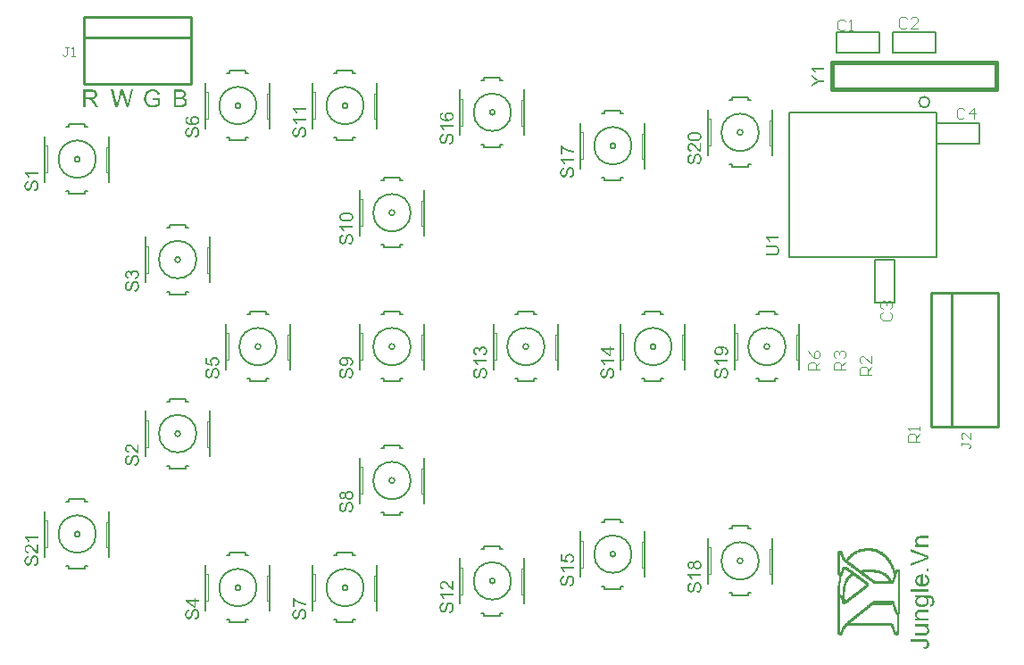
<source format=gto>
%FSTAX24Y24*%
%MOIN*%
G70*
G01*
G75*
%ADD10R,0.0050X0.1000*%
%ADD11R,0.0500X0.0500*%
%ADD12R,0.0500X0.0500*%
%ADD13R,0.1969X0.0480*%
%ADD14R,0.0240X0.0870*%
%ADD15R,0.0240X0.0870*%
%ADD16C,0.0240*%
%ADD17C,0.0200*%
%ADD18C,0.0160*%
%ADD19C,0.0120*%
%ADD20O,0.0679X0.1200*%
%ADD21O,0.1200X0.0679*%
%ADD22C,0.1550*%
%ADD23C,0.0400*%
%ADD24C,0.0060*%
%ADD25C,0.0050*%
%ADD26C,0.0020*%
%ADD27C,0.0100*%
%ADD28C,0.0034*%
G36*
X03055Y029449D02*
X030149D01*
X030149Y029448D01*
X030152Y029445D01*
X030156Y02944D01*
X030162Y029433D01*
X030169Y029424D01*
X030176Y029414D01*
X030184Y029402D01*
X030192Y029389D01*
Y029388D01*
X030193Y029387D01*
X030196Y029383D01*
X0302Y029376D01*
X030205Y029367D01*
X03021Y029357D01*
X030215Y029346D01*
X03022Y029334D01*
X030225Y029323D01*
X030163D01*
Y029324D01*
X030163Y029326D01*
X030161Y029329D01*
X030159Y029332D01*
X030156Y029337D01*
X030154Y029342D01*
X030147Y029355D01*
X030138Y029369D01*
X030128Y029384D01*
X030117Y0294D01*
X030104Y029415D01*
X030103Y029415D01*
X030102Y029416D01*
X030098Y029421D01*
X030091Y029428D01*
X030082Y029437D01*
X030071Y029446D01*
X03006Y029455D01*
X030047Y029464D01*
X030035Y029471D01*
Y029512D01*
X03055D01*
Y029449D01*
D02*
G37*
G36*
X03042Y029206D02*
X030431Y029205D01*
X030442Y029202D01*
X030456Y029198D01*
X03047Y029192D01*
X030483Y029184D01*
X030484Y029183D01*
X030489Y02918D01*
X030495Y029175D01*
X030503Y029167D01*
X030513Y029158D01*
X030522Y029146D01*
X03053Y029132D01*
X030539Y029116D01*
Y029116D01*
X03054Y029114D01*
X030541Y029112D01*
X030542Y029108D01*
X030544Y029105D01*
X030545Y0291D01*
X030548Y029087D01*
X030552Y029073D01*
X030555Y029056D01*
X030558Y029038D01*
X030559Y029018D01*
Y029017D01*
Y029015D01*
Y029011D01*
Y029006D01*
X030558Y029001D01*
Y028994D01*
X030557Y028986D01*
X030556Y028977D01*
X030554Y028959D01*
X03055Y02894D01*
X030545Y02892D01*
X030539Y028902D01*
Y028901D01*
X030538Y028899D01*
X030537Y028897D01*
X030535Y028894D01*
X03053Y028885D01*
X030523Y028875D01*
X030515Y028862D01*
X030505Y028851D01*
X030492Y028838D01*
X030478Y028827D01*
X030477D01*
X030477Y028827D01*
X030474Y028825D01*
X030471Y028823D01*
X030467Y028821D01*
X030463Y028819D01*
X030451Y028814D01*
X030438Y028809D01*
X030421Y028805D01*
X030404Y028802D01*
X030385Y0288D01*
X03038Y028864D01*
X030381D01*
X030386Y028865D01*
X030393Y028866D01*
X030402Y028868D01*
X030413Y028871D01*
X030423Y028874D01*
X030434Y028879D01*
X030444Y028884D01*
X030445Y028885D01*
X030448Y028887D01*
X030452Y028891D01*
X030458Y028898D01*
X030464Y028905D01*
X030471Y028913D01*
X030477Y028924D01*
X030484Y028936D01*
Y028937D01*
X030484Y028937D01*
X030486Y028942D01*
X030488Y028949D01*
X030491Y028959D01*
X030494Y02897D01*
X030496Y028984D01*
X030498Y028999D01*
X030498Y029015D01*
Y029016D01*
Y029016D01*
Y029021D01*
X030498Y029029D01*
X030497Y029037D01*
X030496Y029048D01*
X030494Y029059D01*
X030491Y029071D01*
X030488Y029083D01*
X030487Y029084D01*
X030485Y029087D01*
X030483Y029093D01*
X030479Y029099D01*
X030474Y029107D01*
X030469Y029114D01*
X030463Y029121D01*
X030456Y029127D01*
X030455Y029128D01*
X030452Y02913D01*
X030448Y029132D01*
X030442Y029135D01*
X030436Y029137D01*
X030428Y02914D01*
X03042Y029141D01*
X030412Y029142D01*
X030408D01*
X030403Y029141D01*
X030398Y029141D01*
X030391Y029139D01*
X030384Y029136D01*
X030377Y029133D01*
X03037Y029128D01*
X030369Y029127D01*
X030366Y029126D01*
X030363Y029122D01*
X030359Y029117D01*
X030354Y029111D01*
X030349Y029103D01*
X030344Y029093D01*
X030339Y029082D01*
X030338Y029081D01*
X030338Y029078D01*
X030336Y029072D01*
X030334Y029068D01*
X030333Y029063D01*
X030331Y029057D01*
X03033Y029051D01*
X030327Y029043D01*
X030325Y029035D01*
X030323Y029026D01*
X03032Y029015D01*
X030317Y029003D01*
X030314Y028991D01*
Y02899D01*
X030313Y028987D01*
X030313Y028984D01*
X030311Y028979D01*
X030309Y028973D01*
X030308Y028967D01*
X030304Y028952D01*
X030299Y028936D01*
X030293Y028919D01*
X030288Y028905D01*
X030285Y028898D01*
X030282Y028892D01*
Y028891D01*
X030281Y028891D01*
X030278Y028886D01*
X030274Y02888D01*
X030269Y028872D01*
X030262Y028862D01*
X030254Y028854D01*
X030245Y028845D01*
X030234Y028837D01*
X030233Y028837D01*
X030229Y028834D01*
X030224Y028832D01*
X030216Y028829D01*
X030206Y028825D01*
X030195Y028823D01*
X030183Y02882D01*
X03017Y02882D01*
X030163D01*
X030156Y028821D01*
X030147Y028823D01*
X030135Y028825D01*
X030124Y028829D01*
X03011Y028834D01*
X030098Y028841D01*
X030097D01*
X030096Y028842D01*
X030092Y028845D01*
X030086Y028851D01*
X030078Y028858D01*
X03007Y028866D01*
X030062Y028877D01*
X030053Y028891D01*
X030046Y028905D01*
Y028906D01*
X030045Y028907D01*
X030045Y028909D01*
X030043Y028913D01*
X030042Y028917D01*
X030041Y028922D01*
X030037Y028933D01*
X030034Y028947D01*
X030031Y028962D01*
X030029Y02898D01*
X030028Y028999D01*
Y029D01*
Y029002D01*
Y029005D01*
Y029009D01*
X030029Y029014D01*
Y029019D01*
X030031Y029033D01*
X030033Y029048D01*
X030036Y029066D01*
X030041Y029083D01*
X030047Y029099D01*
Y0291D01*
X030048Y029101D01*
X030049Y029103D01*
X03005Y029106D01*
X030055Y029114D01*
X03006Y029124D01*
X030068Y029135D01*
X030077Y029146D01*
X030088Y029157D01*
X030101Y029166D01*
X030102Y029167D01*
X030107Y02917D01*
X030115Y029174D01*
X030124Y029178D01*
X030136Y029183D01*
X03015Y029187D01*
X030165Y02919D01*
X030181Y029192D01*
X030186Y029127D01*
X030184D01*
X030181Y029126D01*
X030178Y029126D01*
X03017Y029124D01*
X030159Y029121D01*
X030147Y029116D01*
X030135Y02911D01*
X030124Y029101D01*
X030113Y029091D01*
X030113Y02909D01*
X03011Y029086D01*
X030106Y029079D01*
X030101Y029069D01*
X030096Y029057D01*
X030092Y029041D01*
X030089Y029023D01*
X030088Y029002D01*
Y029002D01*
Y029D01*
Y028997D01*
Y028992D01*
X030089Y028987D01*
Y028981D01*
X030092Y028968D01*
X030094Y028953D01*
X030098Y028938D01*
X030103Y028924D01*
X030107Y028918D01*
X030111Y028912D01*
X030112Y028912D01*
X030115Y028909D01*
X03012Y028904D01*
X030127Y028899D01*
X030135Y028894D01*
X030144Y02889D01*
X030154Y028887D01*
X030166Y028885D01*
X03017D01*
X030176Y028886D01*
X030182Y028887D01*
X030189Y02889D01*
X030197Y028894D01*
X030204Y028898D01*
X030211Y028905D01*
X030212Y028905D01*
X030214Y028909D01*
X030216Y028912D01*
X030218Y028915D01*
X03022Y028919D01*
X030222Y028925D01*
X030225Y028931D01*
X030228Y028938D01*
X030231Y028946D01*
X030234Y028955D01*
X030238Y028966D01*
X030241Y028978D01*
X030244Y028991D01*
X030248Y029006D01*
Y029007D01*
X030249Y02901D01*
X030249Y029014D01*
X030251Y029019D01*
X030252Y029026D01*
X030255Y029034D01*
X030259Y029051D01*
X030264Y02907D01*
X03027Y029089D01*
X030272Y029098D01*
X030275Y029106D01*
X030278Y029114D01*
X030281Y02912D01*
Y029121D01*
X030281Y029123D01*
X030283Y029124D01*
X030284Y029127D01*
X030289Y029135D01*
X030295Y029145D01*
X030302Y029156D01*
X030312Y029167D01*
X030322Y029177D01*
X030333Y029186D01*
X030334Y029187D01*
X030338Y029189D01*
X030345Y029193D01*
X030354Y029197D01*
X030364Y029201D01*
X030377Y029205D01*
X030391Y029207D01*
X030406Y029208D01*
X030413D01*
X03042Y029206D01*
D02*
G37*
G36*
X02592Y030456D02*
X025931Y030455D01*
X025942Y030452D01*
X025956Y030448D01*
X02597Y030442D01*
X025983Y030434D01*
X025984Y030433D01*
X025989Y03043D01*
X025995Y030425D01*
X026003Y030417D01*
X026013Y030408D01*
X026022Y030396D01*
X02603Y030382D01*
X026039Y030366D01*
Y030366D01*
X02604Y030364D01*
X026041Y030362D01*
X026042Y030358D01*
X026044Y030355D01*
X026045Y03035D01*
X026048Y030337D01*
X026052Y030323D01*
X026055Y030306D01*
X026058Y030288D01*
X026059Y030268D01*
Y030267D01*
Y030265D01*
Y030261D01*
Y030256D01*
X026058Y030251D01*
Y030244D01*
X026057Y030236D01*
X026056Y030227D01*
X026054Y030209D01*
X02605Y03019D01*
X026045Y03017D01*
X026039Y030152D01*
Y030151D01*
X026038Y030149D01*
X026037Y030147D01*
X026035Y030144D01*
X02603Y030135D01*
X026023Y030125D01*
X026015Y030112D01*
X026005Y030101D01*
X025992Y030088D01*
X025978Y030077D01*
X025977D01*
X025977Y030077D01*
X025974Y030075D01*
X025971Y030073D01*
X025967Y030071D01*
X025963Y030069D01*
X025951Y030064D01*
X025938Y030059D01*
X025921Y030055D01*
X025904Y030052D01*
X025885Y03005D01*
X02588Y030114D01*
X025881D01*
X025886Y030115D01*
X025893Y030116D01*
X025902Y030118D01*
X025913Y030121D01*
X025923Y030124D01*
X025934Y030129D01*
X025944Y030134D01*
X025945Y030135D01*
X025948Y030137D01*
X025952Y030141D01*
X025958Y030148D01*
X025964Y030155D01*
X025971Y030163D01*
X025977Y030174D01*
X025984Y030186D01*
Y030187D01*
X025984Y030187D01*
X025986Y030192D01*
X025988Y030199D01*
X025991Y030209D01*
X025994Y03022D01*
X025996Y030234D01*
X025998Y030249D01*
X025998Y030265D01*
Y030266D01*
Y030266D01*
Y030271D01*
X025998Y030279D01*
X025997Y030287D01*
X025996Y030298D01*
X025994Y030309D01*
X025991Y030321D01*
X025988Y030333D01*
X025987Y030334D01*
X025985Y030337D01*
X025983Y030343D01*
X025979Y030349D01*
X025974Y030357D01*
X025969Y030364D01*
X025963Y030371D01*
X025956Y030377D01*
X025955Y030378D01*
X025952Y03038D01*
X025948Y030382D01*
X025942Y030385D01*
X025936Y030387D01*
X025928Y03039D01*
X02592Y030391D01*
X025912Y030392D01*
X025908D01*
X025903Y030391D01*
X025898Y030391D01*
X025891Y030389D01*
X025884Y030386D01*
X025877Y030383D01*
X02587Y030378D01*
X025869Y030377D01*
X025866Y030376D01*
X025863Y030372D01*
X025859Y030367D01*
X025854Y030361D01*
X025849Y030353D01*
X025844Y030343D01*
X025839Y030332D01*
X025838Y030331D01*
X025838Y030328D01*
X025836Y030322D01*
X025834Y030318D01*
X025833Y030313D01*
X025831Y030307D01*
X02583Y030301D01*
X025827Y030293D01*
X025825Y030285D01*
X025823Y030276D01*
X02582Y030265D01*
X025817Y030253D01*
X025814Y030241D01*
Y03024D01*
X025813Y030237D01*
X025813Y030234D01*
X025811Y030229D01*
X025809Y030223D01*
X025808Y030217D01*
X025804Y030202D01*
X025799Y030186D01*
X025793Y030169D01*
X025788Y030155D01*
X025785Y030148D01*
X025782Y030142D01*
Y030141D01*
X025781Y030141D01*
X025778Y030136D01*
X025774Y03013D01*
X025769Y030122D01*
X025762Y030112D01*
X025754Y030104D01*
X025745Y030095D01*
X025734Y030087D01*
X025733Y030087D01*
X025729Y030084D01*
X025724Y030082D01*
X025716Y030079D01*
X025706Y030075D01*
X025695Y030073D01*
X025683Y03007D01*
X02567Y03007D01*
X025663D01*
X025656Y030071D01*
X025647Y030073D01*
X025635Y030075D01*
X025624Y030079D01*
X02561Y030084D01*
X025598Y030091D01*
X025597D01*
X025596Y030092D01*
X025592Y030095D01*
X025586Y030101D01*
X025578Y030108D01*
X02557Y030116D01*
X025562Y030127D01*
X025553Y030141D01*
X025546Y030155D01*
Y030156D01*
X025545Y030157D01*
X025545Y030159D01*
X025543Y030163D01*
X025542Y030167D01*
X025541Y030172D01*
X025537Y030183D01*
X025534Y030197D01*
X025531Y030212D01*
X025529Y03023D01*
X025528Y030249D01*
Y03025D01*
Y030252D01*
Y030255D01*
Y030259D01*
X025529Y030264D01*
Y030269D01*
X025531Y030283D01*
X025533Y030298D01*
X025536Y030316D01*
X025541Y030333D01*
X025547Y030349D01*
Y03035D01*
X025548Y030351D01*
X025549Y030353D01*
X02555Y030356D01*
X025555Y030364D01*
X02556Y030374D01*
X025568Y030385D01*
X025577Y030396D01*
X025588Y030407D01*
X025601Y030416D01*
X025602Y030417D01*
X025607Y03042D01*
X025615Y030424D01*
X025624Y030428D01*
X025636Y030433D01*
X02565Y030437D01*
X025665Y03044D01*
X025681Y030442D01*
X025686Y030377D01*
X025684D01*
X025681Y030376D01*
X025678Y030376D01*
X02567Y030374D01*
X025659Y030371D01*
X025647Y030366D01*
X025635Y03036D01*
X025624Y030351D01*
X025613Y030341D01*
X025613Y03034D01*
X02561Y030336D01*
X025606Y030329D01*
X025601Y030319D01*
X025596Y030307D01*
X025592Y030291D01*
X025589Y030273D01*
X025588Y030252D01*
Y030252D01*
Y03025D01*
Y030247D01*
Y030242D01*
X025589Y030237D01*
Y030231D01*
X025592Y030218D01*
X025594Y030203D01*
X025598Y030188D01*
X025603Y030174D01*
X025607Y030168D01*
X025611Y030162D01*
X025612Y030162D01*
X025615Y030159D01*
X02562Y030154D01*
X025627Y030149D01*
X025635Y030144D01*
X025644Y03014D01*
X025654Y030137D01*
X025666Y030135D01*
X02567D01*
X025676Y030136D01*
X025682Y030137D01*
X025689Y03014D01*
X025697Y030144D01*
X025704Y030148D01*
X025711Y030155D01*
X025712Y030155D01*
X025714Y030159D01*
X025716Y030162D01*
X025718Y030165D01*
X02572Y030169D01*
X025722Y030175D01*
X025725Y030181D01*
X025728Y030188D01*
X025731Y030196D01*
X025734Y030205D01*
X025738Y030216D01*
X025741Y030228D01*
X025744Y030241D01*
X025748Y030256D01*
Y030257D01*
X025749Y03026D01*
X025749Y030264D01*
X025751Y030269D01*
X025752Y030276D01*
X025755Y030284D01*
X025759Y030301D01*
X025764Y03032D01*
X02577Y030339D01*
X025772Y030348D01*
X025775Y030356D01*
X025778Y030364D01*
X025781Y03037D01*
Y030371D01*
X025781Y030373D01*
X025783Y030374D01*
X025784Y030377D01*
X025789Y030385D01*
X025795Y030395D01*
X025802Y030406D01*
X025812Y030417D01*
X025822Y030427D01*
X025833Y030436D01*
X025834Y030437D01*
X025838Y030439D01*
X025845Y030443D01*
X025854Y030447D01*
X025864Y030451D01*
X025877Y030455D01*
X025891Y030457D01*
X025906Y030458D01*
X025913D01*
X02592Y030456D01*
D02*
G37*
G36*
X030093Y030008D02*
X030095Y030007D01*
X030098Y030004D01*
X030102Y03D01*
X030107Y029996D01*
X030113Y029991D01*
X030121Y029985D01*
X030129Y029979D01*
X030138Y029971D01*
X030149Y029964D01*
X03016Y029955D01*
X030173Y029947D01*
X030186Y029939D01*
X0302Y029929D01*
X030216Y029921D01*
X030231Y029911D01*
X030232Y029911D01*
X030235Y029909D01*
X03024Y029907D01*
X030246Y029904D01*
X030254Y0299D01*
X030263Y029895D01*
X030274Y02989D01*
X030286Y029884D01*
X030299Y029879D01*
X030313Y029872D01*
X030327Y029866D01*
X030343Y02986D01*
X030375Y029848D01*
X030409Y029837D01*
X03041D01*
X030413Y029836D01*
X030416Y029836D01*
X03042Y029834D01*
X030427Y029832D01*
X030434Y029831D01*
X030442Y029829D01*
X030451Y029827D01*
X030461Y029825D01*
X030472Y029823D01*
X030495Y029819D01*
X030522Y029816D01*
X03055Y029814D01*
Y029749D01*
X030544D01*
X030539Y02975D01*
X030534D01*
X030527Y02975D01*
X030518Y029751D01*
X030509Y029752D01*
X030499Y029754D01*
X030488Y029755D01*
X030476Y029757D01*
X030463Y029759D01*
X030449Y029761D01*
X030435Y029765D01*
X030404Y029772D01*
X030403D01*
X0304Y029773D01*
X030395Y029775D01*
X030389Y029776D01*
X030381Y029779D01*
X030373Y029782D01*
X030363Y029785D01*
X030351Y029789D01*
X030339Y029793D01*
X030326Y029798D01*
X030298Y029809D01*
X030268Y029822D01*
X030238Y029837D01*
X030238Y029838D01*
X030234Y02984D01*
X030231Y029842D01*
X030225Y029845D01*
X030218Y029849D01*
X03021Y029854D01*
X030202Y029859D01*
X030192Y029864D01*
X03017Y029879D01*
X030148Y029894D01*
X030125Y029911D01*
X030103Y029929D01*
Y029677D01*
X030043D01*
Y030009D01*
X030092D01*
X030093Y030008D01*
D02*
G37*
G36*
X035164Y01451D02*
X03517Y014509D01*
X035177Y014508D01*
X035192Y014505D01*
X035209Y014499D01*
X035219Y014496D01*
X035228Y014491D01*
X035238Y014486D01*
X035247Y014479D01*
X035255Y014472D01*
X035264Y014464D01*
X035265Y014463D01*
X035266Y014461D01*
X035268Y014459D01*
X035271Y014455D01*
X035274Y01445D01*
X035278Y014445D01*
X035282Y014439D01*
X035286Y014431D01*
X035291Y014422D01*
X035295Y014413D01*
X035298Y014403D01*
X035302Y014392D01*
X035305Y014381D01*
X035307Y014368D01*
X035308Y014355D01*
X035309Y014341D01*
Y01434D01*
Y014338D01*
Y014334D01*
X035308Y014329D01*
X035307Y014322D01*
X035306Y014315D01*
X035305Y014307D01*
X035303Y014297D01*
X035298Y014278D01*
X035294Y014268D01*
X03529Y014258D01*
X035284Y014247D01*
X035279Y014237D01*
X035272Y014228D01*
X035264Y014218D01*
X035263Y014218D01*
X035262Y014216D01*
X035259Y014215D01*
X035256Y014211D01*
X035252Y014208D01*
X035246Y014204D01*
X03524Y0142D01*
X035233Y014196D01*
X035225Y014191D01*
X035216Y014187D01*
X035198Y014179D01*
X035187Y014176D01*
X035176Y014175D01*
X035164Y014173D01*
X035152Y014172D01*
X035147D01*
X035143Y014173D01*
X035139D01*
X035134Y014174D01*
X035123Y014175D01*
X035109Y014179D01*
X035095Y014183D01*
X035081Y014189D01*
X035068Y014197D01*
X035067D01*
X035066Y014199D01*
X035063Y014202D01*
X035056Y014208D01*
X035049Y014216D01*
X035041Y014226D01*
X035034Y014239D01*
X035027Y014254D01*
X035021Y01427D01*
Y014269D01*
X03502Y014268D01*
X035019Y014264D01*
X035015Y014257D01*
X035011Y014248D01*
X035005Y014238D01*
X034998Y014229D01*
X03499Y014219D01*
X034981Y014211D01*
X034979Y014211D01*
X034976Y014208D01*
X03497Y014205D01*
X034963Y014202D01*
X034953Y014199D01*
X034942Y014196D01*
X034931Y014193D01*
X034917Y014193D01*
X034912D01*
X034908Y014193D01*
X034903Y014194D01*
X034898Y014195D01*
X034885Y014197D01*
X03487Y014202D01*
X034854Y01421D01*
X034845Y014214D01*
X034838Y014219D01*
X03483Y014225D01*
X034823Y014233D01*
X034822Y014233D01*
X034821Y014234D01*
X034819Y014236D01*
X034817Y01424D01*
X034814Y014244D01*
X03481Y014249D01*
X034807Y014254D01*
X034803Y014261D01*
X034796Y014276D01*
X034791Y014295D01*
X034786Y014316D01*
X034785Y014327D01*
X034785Y01434D01*
Y01434D01*
Y014343D01*
Y014346D01*
X034785Y01435D01*
Y014357D01*
X034787Y014363D01*
X034789Y014379D01*
X034794Y014396D01*
X034801Y014414D01*
X034806Y014423D01*
X03481Y014432D01*
X034817Y01444D01*
X034824Y014448D01*
X034824Y014449D01*
X034825Y01445D01*
X034827Y014452D01*
X034831Y014454D01*
X034835Y014457D01*
X034839Y014461D01*
X03485Y014469D01*
X034864Y014476D01*
X034881Y014483D01*
X034899Y014488D01*
X034909Y014489D01*
X034919Y014489D01*
X034925D01*
X034931Y014489D01*
X03494Y014487D01*
X03495Y014485D01*
X03496Y014482D01*
X034971Y014477D01*
X034981Y014471D01*
X034982Y01447D01*
X034985Y014468D01*
X03499Y014463D01*
X034996Y014457D01*
X035002Y014449D01*
X035009Y014439D01*
X035016Y014427D01*
X035021Y014414D01*
Y014414D01*
X035022Y014416D01*
X035023Y014418D01*
X035024Y014422D01*
X035028Y01443D01*
X035033Y01444D01*
X03504Y014452D01*
X035049Y014464D01*
X035059Y014475D01*
X035071Y014486D01*
X035073Y014486D01*
X035077Y014489D01*
X035084Y014493D01*
X035095Y014498D01*
X035106Y014503D01*
X03512Y014507D01*
X035136Y01451D01*
X035153Y014511D01*
X035159D01*
X035164Y01451D01*
D02*
G37*
G36*
X0353Y013949D02*
X034899D01*
X034899Y013948D01*
X034902Y013945D01*
X034906Y01394D01*
X034912Y013933D01*
X034919Y013924D01*
X034926Y013914D01*
X034934Y013902D01*
X034942Y013889D01*
Y013888D01*
X034943Y013887D01*
X034946Y013883D01*
X03495Y013876D01*
X034955Y013867D01*
X03496Y013857D01*
X034965Y013846D01*
X03497Y013834D01*
X034975Y013823D01*
X034913D01*
Y013824D01*
X034913Y013826D01*
X034911Y013829D01*
X034909Y013832D01*
X034906Y013837D01*
X034904Y013842D01*
X034897Y013855D01*
X034888Y013869D01*
X034878Y013884D01*
X034867Y0139D01*
X034854Y013915D01*
X034853Y013915D01*
X034852Y013916D01*
X034848Y013921D01*
X034841Y013928D01*
X034832Y013937D01*
X034821Y013946D01*
X03481Y013955D01*
X034797Y013964D01*
X034785Y013971D01*
Y014012D01*
X0353D01*
Y013949D01*
D02*
G37*
G36*
X03517Y013706D02*
X035181Y013705D01*
X035192Y013702D01*
X035206Y013698D01*
X03522Y013692D01*
X035233Y013684D01*
X035234Y013683D01*
X035239Y01368D01*
X035245Y013675D01*
X035253Y013667D01*
X035263Y013658D01*
X035272Y013646D01*
X03528Y013632D01*
X035289Y013616D01*
Y013616D01*
X03529Y013614D01*
X035291Y013612D01*
X035292Y013608D01*
X035294Y013605D01*
X035295Y0136D01*
X035298Y013587D01*
X035302Y013573D01*
X035305Y013556D01*
X035308Y013538D01*
X035309Y013518D01*
Y013517D01*
Y013515D01*
Y013511D01*
Y013506D01*
X035308Y013501D01*
Y013494D01*
X035307Y013486D01*
X035306Y013477D01*
X035304Y013459D01*
X0353Y01344D01*
X035295Y01342D01*
X035289Y013402D01*
Y013401D01*
X035288Y013399D01*
X035287Y013397D01*
X035285Y013394D01*
X03528Y013385D01*
X035273Y013375D01*
X035265Y013362D01*
X035255Y013351D01*
X035242Y013338D01*
X035228Y013327D01*
X035227D01*
X035227Y013327D01*
X035224Y013325D01*
X035221Y013323D01*
X035217Y013321D01*
X035213Y013319D01*
X035201Y013314D01*
X035188Y013309D01*
X035171Y013305D01*
X035154Y013302D01*
X035135Y0133D01*
X03513Y013364D01*
X035131D01*
X035136Y013365D01*
X035143Y013366D01*
X035152Y013368D01*
X035163Y013371D01*
X035173Y013374D01*
X035184Y013379D01*
X035194Y013384D01*
X035195Y013385D01*
X035198Y013387D01*
X035202Y013391D01*
X035208Y013398D01*
X035214Y013405D01*
X035221Y013413D01*
X035227Y013424D01*
X035234Y013436D01*
Y013437D01*
X035234Y013437D01*
X035236Y013442D01*
X035238Y013449D01*
X035241Y013459D01*
X035244Y01347D01*
X035246Y013484D01*
X035248Y013499D01*
X035248Y013515D01*
Y013516D01*
Y013516D01*
Y013521D01*
X035248Y013529D01*
X035247Y013537D01*
X035246Y013548D01*
X035244Y013559D01*
X035241Y013571D01*
X035238Y013583D01*
X035237Y013584D01*
X035235Y013587D01*
X035233Y013593D01*
X035229Y013599D01*
X035224Y013607D01*
X035219Y013614D01*
X035213Y013621D01*
X035206Y013627D01*
X035205Y013628D01*
X035202Y01363D01*
X035198Y013632D01*
X035192Y013635D01*
X035186Y013637D01*
X035178Y01364D01*
X03517Y013641D01*
X035162Y013642D01*
X035158D01*
X035153Y013641D01*
X035148Y013641D01*
X035141Y013639D01*
X035134Y013636D01*
X035127Y013633D01*
X03512Y013628D01*
X035119Y013627D01*
X035116Y013626D01*
X035113Y013622D01*
X035109Y013617D01*
X035104Y013611D01*
X035099Y013603D01*
X035094Y013593D01*
X035089Y013582D01*
X035088Y013581D01*
X035088Y013578D01*
X035086Y013572D01*
X035084Y013568D01*
X035083Y013563D01*
X035081Y013557D01*
X03508Y013551D01*
X035077Y013543D01*
X035075Y013535D01*
X035073Y013526D01*
X03507Y013515D01*
X035067Y013503D01*
X035064Y013491D01*
Y01349D01*
X035063Y013487D01*
X035063Y013484D01*
X035061Y013479D01*
X035059Y013473D01*
X035058Y013467D01*
X035054Y013452D01*
X035049Y013436D01*
X035043Y013419D01*
X035038Y013405D01*
X035035Y013398D01*
X035032Y013392D01*
Y013391D01*
X035031Y013391D01*
X035028Y013386D01*
X035024Y01338D01*
X035019Y013372D01*
X035012Y013362D01*
X035004Y013354D01*
X034995Y013345D01*
X034984Y013337D01*
X034983Y013337D01*
X034979Y013334D01*
X034974Y013332D01*
X034966Y013329D01*
X034956Y013325D01*
X034945Y013323D01*
X034933Y01332D01*
X03492Y01332D01*
X034913D01*
X034906Y013321D01*
X034897Y013323D01*
X034885Y013325D01*
X034874Y013329D01*
X03486Y013334D01*
X034848Y013341D01*
X034847D01*
X034846Y013342D01*
X034842Y013345D01*
X034836Y013351D01*
X034828Y013358D01*
X03482Y013366D01*
X034812Y013377D01*
X034803Y013391D01*
X034796Y013405D01*
Y013406D01*
X034795Y013407D01*
X034795Y013409D01*
X034793Y013413D01*
X034792Y013417D01*
X034791Y013422D01*
X034787Y013433D01*
X034784Y013447D01*
X034781Y013462D01*
X034779Y01348D01*
X034778Y013499D01*
Y0135D01*
Y013501D01*
Y013505D01*
Y013509D01*
X034779Y013514D01*
Y013519D01*
X034781Y013533D01*
X034783Y013548D01*
X034786Y013566D01*
X034791Y013583D01*
X034797Y013599D01*
Y0136D01*
X034798Y013601D01*
X034799Y013603D01*
X0348Y013606D01*
X034805Y013614D01*
X03481Y013624D01*
X034818Y013635D01*
X034827Y013646D01*
X034838Y013657D01*
X034851Y013666D01*
X034852Y013667D01*
X034857Y01367D01*
X034865Y013674D01*
X034874Y013678D01*
X034886Y013683D01*
X0349Y013687D01*
X034915Y013691D01*
X034931Y013692D01*
X034936Y013627D01*
X034934D01*
X034931Y013626D01*
X034928Y013626D01*
X03492Y013624D01*
X034909Y013621D01*
X034897Y013616D01*
X034885Y01361D01*
X034874Y013601D01*
X034863Y013591D01*
X034863Y01359D01*
X03486Y013586D01*
X034856Y013579D01*
X034851Y013569D01*
X034846Y013557D01*
X034842Y013541D01*
X034839Y013523D01*
X034838Y013502D01*
Y013501D01*
Y0135D01*
Y013497D01*
Y013492D01*
X034839Y013487D01*
Y013481D01*
X034842Y013468D01*
X034844Y013453D01*
X034848Y013438D01*
X034853Y013424D01*
X034857Y013418D01*
X034861Y013412D01*
X034862Y013412D01*
X034865Y013409D01*
X03487Y013404D01*
X034877Y013399D01*
X034885Y013394D01*
X034894Y01339D01*
X034904Y013387D01*
X034916Y013385D01*
X03492D01*
X034926Y013386D01*
X034932Y013387D01*
X034939Y01339D01*
X034947Y013394D01*
X034954Y013398D01*
X034961Y013405D01*
X034962Y013405D01*
X034964Y013409D01*
X034966Y013412D01*
X034968Y013415D01*
X03497Y013419D01*
X034972Y013425D01*
X034975Y013431D01*
X034978Y013438D01*
X034981Y013446D01*
X034984Y013455D01*
X034988Y013466D01*
X034991Y013478D01*
X034994Y013491D01*
X034998Y013506D01*
Y013507D01*
X034999Y01351D01*
X034999Y013514D01*
X035001Y013519D01*
X035002Y013526D01*
X035005Y013534D01*
X035009Y013551D01*
X035014Y01357D01*
X03502Y013589D01*
X035022Y013598D01*
X035025Y013606D01*
X035028Y013614D01*
X035031Y01362D01*
Y013621D01*
X035031Y013623D01*
X035033Y013624D01*
X035034Y013627D01*
X035039Y013635D01*
X035045Y013645D01*
X035052Y013656D01*
X035062Y013667D01*
X035072Y013677D01*
X035083Y013686D01*
X035084Y013687D01*
X035088Y013689D01*
X035095Y013693D01*
X035104Y013697D01*
X035114Y013701D01*
X035127Y013705D01*
X035141Y013707D01*
X035156Y013708D01*
X035163D01*
X03517Y013706D01*
D02*
G37*
G36*
X0438Y014125D02*
X043703D01*
Y014222D01*
X0438D01*
Y014125D01*
D02*
G37*
G36*
Y014675D02*
Y01458D01*
X043104Y01431D01*
Y014411D01*
X043609Y014591D01*
X04361D01*
X043613Y014592D01*
X043616Y014593D01*
X04362Y014595D01*
X043632Y014598D01*
X043646Y014604D01*
X043664Y01461D01*
X043684Y014616D01*
X043724Y014628D01*
X043723D01*
X043722Y014629D01*
X043718Y01463D01*
X043714Y014631D01*
X043703Y014634D01*
X043688Y014639D01*
X043671Y014644D01*
X043652Y01465D01*
X043631Y014658D01*
X043609Y014665D01*
X043104Y014854D01*
Y014947D01*
X0438Y014675D01*
D02*
G37*
G36*
X03205Y021949D02*
X031649D01*
X031649Y021948D01*
X031652Y021945D01*
X031656Y02194D01*
X031662Y021933D01*
X031669Y021924D01*
X031676Y021914D01*
X031684Y021902D01*
X031692Y021889D01*
Y021888D01*
X031693Y021887D01*
X031696Y021883D01*
X0317Y021876D01*
X031705Y021867D01*
X03171Y021857D01*
X031715Y021846D01*
X03172Y021834D01*
X031725Y021823D01*
X031663D01*
Y021824D01*
X031663Y021826D01*
X031661Y021829D01*
X031659Y021832D01*
X031656Y021837D01*
X031654Y021842D01*
X031647Y021855D01*
X031638Y021869D01*
X031628Y021884D01*
X031617Y0219D01*
X031604Y021915D01*
X031603Y021915D01*
X031602Y021916D01*
X031598Y021921D01*
X031591Y021928D01*
X031582Y021937D01*
X031571Y021946D01*
X03156Y021955D01*
X031547Y021964D01*
X031535Y021971D01*
Y022012D01*
X03205D01*
Y021949D01*
D02*
G37*
G36*
X03192Y021706D02*
X031931Y021705D01*
X031942Y021702D01*
X031955Y021698D01*
X03197Y021692D01*
X031983Y021684D01*
X031984Y021683D01*
X031989Y02168D01*
X031995Y021675D01*
X032003Y021667D01*
X032013Y021658D01*
X032022Y021646D01*
X03203Y021632D01*
X032039Y021616D01*
Y021616D01*
X03204Y021614D01*
X032041Y021612D01*
X032042Y021608D01*
X032044Y021605D01*
X032045Y0216D01*
X032048Y021587D01*
X032052Y021573D01*
X032055Y021556D01*
X032058Y021538D01*
X032059Y021518D01*
Y021517D01*
Y021515D01*
Y021511D01*
Y021506D01*
X032058Y021501D01*
Y021494D01*
X032057Y021486D01*
X032056Y021477D01*
X032054Y021459D01*
X03205Y02144D01*
X032045Y02142D01*
X032039Y021402D01*
Y021401D01*
X032038Y021399D01*
X032037Y021397D01*
X032035Y021394D01*
X03203Y021385D01*
X032023Y021375D01*
X032015Y021362D01*
X032005Y021351D01*
X031992Y021338D01*
X031978Y021327D01*
X031977D01*
X031977Y021327D01*
X031974Y021325D01*
X031971Y021323D01*
X031967Y021321D01*
X031963Y021319D01*
X031951Y021314D01*
X031938Y021309D01*
X031921Y021305D01*
X031904Y021302D01*
X031885Y0213D01*
X03188Y021364D01*
X031881D01*
X031886Y021365D01*
X031893Y021366D01*
X031902Y021368D01*
X031913Y021371D01*
X031923Y021374D01*
X031934Y021379D01*
X031944Y021384D01*
X031945Y021385D01*
X031948Y021387D01*
X031952Y021391D01*
X031958Y021398D01*
X031964Y021405D01*
X031971Y021413D01*
X031977Y021424D01*
X031984Y021436D01*
Y021437D01*
X031984Y021437D01*
X031986Y021442D01*
X031988Y021449D01*
X031991Y021459D01*
X031994Y02147D01*
X031996Y021484D01*
X031998Y021499D01*
X031998Y021515D01*
Y021516D01*
Y021516D01*
Y021521D01*
X031998Y021529D01*
X031997Y021537D01*
X031996Y021548D01*
X031994Y021559D01*
X031991Y021571D01*
X031988Y021583D01*
X031987Y021584D01*
X031985Y021587D01*
X031983Y021593D01*
X031979Y021599D01*
X031974Y021607D01*
X031969Y021614D01*
X031963Y021621D01*
X031955Y021627D01*
X031955Y021628D01*
X031952Y02163D01*
X031948Y021632D01*
X031942Y021635D01*
X031936Y021637D01*
X031928Y02164D01*
X03192Y021641D01*
X031912Y021642D01*
X031908D01*
X031903Y021641D01*
X031898Y021641D01*
X031891Y021639D01*
X031884Y021636D01*
X031877Y021633D01*
X03187Y021628D01*
X031869Y021627D01*
X031866Y021626D01*
X031863Y021622D01*
X031859Y021617D01*
X031854Y021611D01*
X031849Y021603D01*
X031844Y021593D01*
X031839Y021582D01*
X031838Y021581D01*
X031838Y021578D01*
X031836Y021572D01*
X031834Y021568D01*
X031833Y021563D01*
X031831Y021557D01*
X03183Y021551D01*
X031827Y021543D01*
X031825Y021535D01*
X031823Y021526D01*
X03182Y021515D01*
X031817Y021503D01*
X031814Y021491D01*
Y02149D01*
X031813Y021487D01*
X031813Y021484D01*
X031811Y021479D01*
X031809Y021473D01*
X031808Y021467D01*
X031804Y021452D01*
X031799Y021436D01*
X031793Y021419D01*
X031788Y021405D01*
X031785Y021398D01*
X031782Y021392D01*
Y021391D01*
X031781Y021391D01*
X031778Y021386D01*
X031774Y02138D01*
X031769Y021372D01*
X031762Y021362D01*
X031754Y021354D01*
X031745Y021345D01*
X031734Y021337D01*
X031733Y021337D01*
X031729Y021334D01*
X031724Y021332D01*
X031716Y021329D01*
X031706Y021325D01*
X031695Y021323D01*
X031683Y02132D01*
X03167Y02132D01*
X031663D01*
X031656Y021321D01*
X031647Y021323D01*
X031635Y021325D01*
X031624Y021329D01*
X03161Y021334D01*
X031598Y021341D01*
X031597D01*
X031596Y021342D01*
X031592Y021345D01*
X031586Y021351D01*
X031578Y021358D01*
X03157Y021366D01*
X031562Y021377D01*
X031553Y021391D01*
X031546Y021405D01*
Y021406D01*
X031545Y021407D01*
X031545Y021409D01*
X031543Y021413D01*
X031542Y021417D01*
X031541Y021422D01*
X031537Y021433D01*
X031534Y021447D01*
X031531Y021462D01*
X031529Y02148D01*
X031528Y021499D01*
Y0215D01*
Y021502D01*
Y021505D01*
Y021509D01*
X031529Y021514D01*
Y021519D01*
X031531Y021533D01*
X031533Y021548D01*
X031536Y021566D01*
X031541Y021583D01*
X031547Y021599D01*
Y0216D01*
X031548Y021601D01*
X031549Y021603D01*
X03155Y021606D01*
X031555Y021614D01*
X03156Y021624D01*
X031568Y021635D01*
X031577Y021646D01*
X031588Y021657D01*
X031601Y021666D01*
X031602Y021667D01*
X031607Y02167D01*
X031615Y021674D01*
X031624Y021678D01*
X031636Y021683D01*
X03165Y021687D01*
X031665Y02169D01*
X031681Y021692D01*
X031686Y021627D01*
X031684D01*
X031681Y021626D01*
X031678Y021626D01*
X03167Y021624D01*
X031659Y021621D01*
X031647Y021616D01*
X031635Y02161D01*
X031624Y021601D01*
X031613Y021591D01*
X031613Y02159D01*
X03161Y021586D01*
X031606Y021579D01*
X031601Y021569D01*
X031596Y021557D01*
X031592Y021541D01*
X031589Y021523D01*
X031588Y021502D01*
Y021502D01*
Y0215D01*
Y021497D01*
Y021492D01*
X031589Y021487D01*
Y021481D01*
X031592Y021468D01*
X031594Y021453D01*
X031598Y021438D01*
X031603Y021424D01*
X031607Y021418D01*
X031611Y021412D01*
X031612Y021412D01*
X031615Y021409D01*
X03162Y021404D01*
X031627Y021399D01*
X031635Y021394D01*
X031644Y02139D01*
X031654Y021387D01*
X031666Y021385D01*
X03167D01*
X031676Y021386D01*
X031682Y021387D01*
X031689Y02139D01*
X031697Y021394D01*
X031704Y021398D01*
X031711Y021405D01*
X031712Y021405D01*
X031714Y021409D01*
X031716Y021412D01*
X031718Y021415D01*
X03172Y021419D01*
X031722Y021425D01*
X031725Y021431D01*
X031728Y021438D01*
X031731Y021446D01*
X031734Y021455D01*
X031738Y021466D01*
X031741Y021478D01*
X031744Y021491D01*
X031748Y021506D01*
Y021507D01*
X031749Y02151D01*
X031749Y021514D01*
X031751Y021519D01*
X031752Y021526D01*
X031755Y021534D01*
X031759Y021551D01*
X031764Y02157D01*
X03177Y021589D01*
X031772Y021598D01*
X031775Y021606D01*
X031778Y021614D01*
X031781Y02162D01*
Y021621D01*
X031781Y021623D01*
X031783Y021624D01*
X031784Y021627D01*
X031789Y021635D01*
X031795Y021645D01*
X031802Y021656D01*
X031812Y021667D01*
X031822Y021677D01*
X031833Y021686D01*
X031834Y021687D01*
X031838Y021689D01*
X031845Y021693D01*
X031854Y021697D01*
X031864Y021701D01*
X031877Y021705D01*
X031891Y021707D01*
X031906Y021708D01*
X031913D01*
X03192Y021706D01*
D02*
G37*
G36*
X04357Y013996D02*
Y013621D01*
X043573D01*
X043579Y013622D01*
X043584D01*
X043591Y013623D01*
X043599Y013624D01*
X043618Y013628D01*
X043638Y013635D01*
X043659Y013642D01*
X04368Y013654D01*
X043698Y013667D01*
X0437Y01367D01*
X043705Y013675D01*
X043712Y013684D01*
X04372Y013696D01*
X043728Y013712D01*
X043735Y01373D01*
X04374Y01375D01*
X043742Y013772D01*
Y013773D01*
Y013774D01*
Y013781D01*
X043741Y013789D01*
X043739Y0138D01*
X043735Y013813D01*
X043731Y013826D01*
X043726Y01384D01*
X043717Y013853D01*
X043716Y013854D01*
X043712Y013858D01*
X043707Y013864D01*
X043697Y013872D01*
X043687Y01388D01*
X043673Y013889D01*
X043656Y013897D01*
X043637Y013906D01*
X043649Y013994D01*
X04365D01*
X043652Y013993D01*
X043656Y013992D01*
X043661Y013989D01*
X043668Y013987D01*
X043675Y013984D01*
X043693Y013976D01*
X043712Y013965D01*
X043732Y013952D01*
X043752Y013935D01*
X043769Y013916D01*
Y013915D01*
X043771Y013914D01*
X043774Y013911D01*
X043776Y013906D01*
X043779Y0139D01*
X043783Y013894D01*
X043786Y013887D01*
X04379Y013877D01*
X043798Y013857D01*
X043805Y013832D01*
X04381Y013804D01*
X043812Y013772D01*
Y013771D01*
Y013767D01*
Y013762D01*
X043811Y013754D01*
X04381Y013745D01*
X043808Y013734D01*
X043806Y013723D01*
X043803Y013709D01*
X043795Y013681D01*
X043789Y013666D01*
X043783Y013653D01*
X043776Y013638D01*
X043766Y013624D01*
X043756Y01361D01*
X043744Y013598D01*
X043743Y013597D01*
X043741Y013594D01*
X043736Y013591D01*
X043731Y013588D01*
X043725Y013583D01*
X043716Y013577D01*
X043706Y013571D01*
X043694Y013566D01*
X043681Y013559D01*
X043668Y013553D01*
X043652Y013548D01*
X043635Y013544D01*
X043617Y013539D01*
X043597Y013536D01*
X043575Y013534D01*
X043553Y013533D01*
X043541D01*
X043532Y013534D01*
X043521Y013535D01*
X043509Y013536D01*
X043495Y013538D01*
X04348Y013541D01*
X043448Y013549D01*
X043433Y013554D01*
X043416Y013561D01*
X0434Y013568D01*
X043384Y013576D01*
X043369Y013586D01*
X043355Y013598D01*
X043354Y013599D01*
X043352Y013601D01*
X043349Y013604D01*
X043344Y013609D01*
X043338Y013616D01*
X043333Y013624D01*
X043327Y013633D01*
X043319Y013643D01*
X043313Y013655D01*
X043307Y013667D01*
X043301Y013681D01*
X043295Y013697D01*
X043291Y013713D01*
X043287Y01373D01*
X043285Y013748D01*
X043284Y013767D01*
Y013768D01*
Y013771D01*
Y013777D01*
X043285Y013784D01*
X043286Y013792D01*
X043287Y013803D01*
X04329Y013814D01*
X043293Y013826D01*
X043301Y013852D01*
X043307Y013865D01*
X043314Y013879D01*
X043321Y013893D01*
X043331Y013907D01*
X043341Y01392D01*
X043354Y013932D01*
X043355Y013933D01*
X043357Y013935D01*
X043362Y013939D01*
X043367Y013943D01*
X043374Y013947D01*
X043383Y013952D01*
X043392Y013959D01*
X043404Y013965D01*
X043418Y01397D01*
X043431Y013977D01*
X043447Y013982D01*
X043465Y013987D01*
X043483Y01399D01*
X043503Y013994D01*
X043525Y013996D01*
X043548Y013997D01*
X043561D01*
X04357Y013996D01*
D02*
G37*
G36*
X031927Y022438D02*
X03205D01*
Y022375D01*
X031927D01*
Y022152D01*
X03187D01*
X031538Y022386D01*
Y022438D01*
X03187D01*
Y022507D01*
X031927D01*
Y022438D01*
D02*
G37*
G36*
X030388Y014762D02*
X030395Y014761D01*
X030402Y014761D01*
X030409Y01476D01*
X030418Y014758D01*
X030437Y014753D01*
X030456Y014746D01*
X030467Y014741D01*
X030477Y014736D01*
X030488Y014729D01*
X030497Y014722D01*
X030498Y014721D01*
X030499Y01472D01*
X030502Y014717D01*
X030506Y014713D01*
X030511Y014708D01*
X030516Y014702D01*
X030522Y014695D01*
X030527Y014686D01*
X030534Y014678D01*
X030539Y014668D01*
X030545Y014656D01*
X030549Y014644D01*
X030553Y014631D01*
X030556Y014618D01*
X030558Y014603D01*
X030559Y014587D01*
Y014586D01*
Y014584D01*
Y01458D01*
X030558Y014575D01*
X030557Y01457D01*
X030556Y014563D01*
X030555Y014555D01*
X030554Y014547D01*
X030549Y014529D01*
X030542Y01451D01*
X030538Y0145D01*
X030532Y014491D01*
X030527Y014482D01*
X03052Y014473D01*
X030519Y014472D01*
X030518Y014472D01*
X030516Y014469D01*
X030513Y014466D01*
X030509Y014463D01*
X030504Y014459D01*
X030498Y014455D01*
X030492Y01445D01*
X030477Y014442D01*
X030459Y014433D01*
X030439Y014427D01*
X030427Y014425D01*
X030416Y014423D01*
X030411Y01449D01*
X030413D01*
X030416Y01449D01*
X030419Y014491D01*
X030427Y014493D01*
X030438Y014497D01*
X03045Y0145D01*
X030462Y014507D01*
X030473Y014514D01*
X030484Y014523D01*
X030484Y014525D01*
X030488Y014528D01*
X030491Y014533D01*
X030495Y014541D01*
X030499Y01455D01*
X030503Y014561D01*
X030506Y014574D01*
X030507Y014587D01*
Y014588D01*
Y01459D01*
Y014592D01*
X030506Y014595D01*
X030505Y014604D01*
X030503Y014614D01*
X030498Y014626D01*
X030493Y014639D01*
X030484Y014652D01*
X03048Y014658D01*
X030473Y014664D01*
X030473D01*
X030472Y014666D01*
X030467Y014669D01*
X030459Y014675D01*
X030449Y01468D01*
X030436Y014686D01*
X03042Y014691D01*
X030402Y014694D01*
X030382Y014696D01*
X030377D01*
X030373Y014695D01*
X030369D01*
X030363Y014694D01*
X030351Y014692D01*
X030338Y014689D01*
X030324Y014683D01*
X030309Y014675D01*
X030297Y014665D01*
X030295Y014664D01*
X030292Y01466D01*
X030287Y014654D01*
X030281Y014644D01*
X030276Y014633D01*
X03027Y014619D01*
X030267Y014604D01*
X030266Y014586D01*
Y014585D01*
Y014581D01*
X030266Y014575D01*
X030267Y014568D01*
X03027Y014559D01*
X030272Y01455D01*
X030276Y01454D01*
X030281Y014531D01*
X030281Y01453D01*
X030283Y014527D01*
X030286Y014522D01*
X03029Y014517D01*
X030295Y014511D01*
X030302Y014505D01*
X030309Y014499D01*
X030316Y014493D01*
X030308Y014434D01*
X030045Y014484D01*
Y014739D01*
X030105D01*
Y014534D01*
X030243Y014506D01*
X030242Y014507D01*
X030242Y014508D01*
X03024Y014511D01*
X030238Y014514D01*
X030235Y014518D01*
X030233Y014523D01*
X030227Y014536D01*
X03022Y01455D01*
X030216Y014566D01*
X030212Y014584D01*
X03021Y014603D01*
Y014604D01*
Y014606D01*
Y014609D01*
X030211Y014614D01*
X030212Y01462D01*
X030213Y014626D01*
X030214Y014634D01*
X030216Y014642D01*
X030222Y01466D01*
X030225Y014669D01*
X03023Y014679D01*
X030235Y014689D01*
X030242Y014698D01*
X030249Y014707D01*
X030257Y014716D01*
X030258Y014717D01*
X030259Y014718D01*
X030262Y014721D01*
X030266Y014723D01*
X03027Y014727D01*
X030276Y014731D01*
X030282Y014735D01*
X030289Y014739D01*
X030298Y014744D01*
X030306Y014748D01*
X030316Y014752D01*
X030327Y014756D01*
X030338Y014758D01*
X03035Y014761D01*
X030363Y014762D01*
X030377Y014763D01*
X030384D01*
X030388Y014762D01*
D02*
G37*
G36*
X025896Y031258D02*
X025901D01*
X025913Y031257D01*
X025927Y031254D01*
X025942Y03125D01*
X025958Y031245D01*
X025973Y031238D01*
X025974D01*
X025975Y031237D01*
X025977Y031236D01*
X02598Y031234D01*
X025988Y031229D01*
X025997Y031223D01*
X026007Y031214D01*
X026017Y031204D01*
X026027Y031193D01*
X026037Y03118D01*
X026037Y031179D01*
X02604Y031174D01*
X026044Y031166D01*
X026048Y031157D01*
X026052Y031144D01*
X026055Y03113D01*
X026058Y031114D01*
X026059Y031098D01*
Y031097D01*
Y031095D01*
X026058Y03109D01*
Y031085D01*
X026057Y031079D01*
X026055Y031071D01*
X026054Y031062D01*
X026052Y031053D01*
X026048Y031043D01*
X026045Y031032D01*
X02604Y031022D01*
X026034Y031011D01*
X026027Y031D01*
X02602Y030989D01*
X026011Y030979D01*
X026001Y030969D01*
X026Y030968D01*
X025998Y030967D01*
X025995Y030965D01*
X02599Y030961D01*
X025984Y030958D01*
X025976Y030954D01*
X025966Y030949D01*
X025956Y030945D01*
X025943Y03094D01*
X025929Y030936D01*
X025913Y030932D01*
X025896Y030928D01*
X025877Y030925D01*
X025856Y030922D01*
X025834Y030921D01*
X02581Y03092D01*
X025796D01*
X025786Y030921D01*
X025774Y030922D01*
X025759Y030923D01*
X025744Y030925D01*
X025727Y030927D01*
X025709Y030929D01*
X025692Y030933D01*
X025674Y030938D01*
X025656Y030943D01*
X025638Y03095D01*
X025623Y030957D01*
X025607Y030965D01*
X025594Y030975D01*
X025593Y030975D01*
X025592Y030977D01*
X025588Y030979D01*
X025585Y030983D01*
X02558Y030989D01*
X025575Y030994D01*
X02557Y031001D01*
X025564Y031009D01*
X025559Y031018D01*
X025553Y031028D01*
X025549Y031038D01*
X025544Y03105D01*
X02554Y031062D01*
X025537Y031075D01*
X025535Y03109D01*
X025535Y031104D01*
Y031105D01*
Y031107D01*
Y03111D01*
X025535Y031114D01*
Y031119D01*
X025536Y031125D01*
X025538Y03114D01*
X025543Y031155D01*
X025549Y031172D01*
X025557Y031188D01*
X025563Y031196D01*
X025569Y031204D01*
Y031204D01*
X02557Y031205D01*
X025575Y03121D01*
X025583Y031216D01*
X025593Y031224D01*
X025606Y031232D01*
X025622Y031239D01*
X025641Y031246D01*
X025662Y03125D01*
X025667Y031188D01*
X025665D01*
X02566Y031186D01*
X025654Y031184D01*
X025646Y031182D01*
X025628Y031174D01*
X02562Y031169D01*
X025613Y031164D01*
X025612Y031163D01*
X025609Y031159D01*
X025605Y031154D01*
X025599Y031147D01*
X025595Y031137D01*
X02559Y031126D01*
X025587Y031114D01*
X025586Y0311D01*
Y031099D01*
Y031095D01*
X025587Y03109D01*
X025588Y031082D01*
X02559Y031074D01*
X025593Y031065D01*
X025598Y031056D01*
X025603Y031047D01*
X025604Y031045D01*
X025607Y031042D01*
X025613Y031036D01*
X02562Y03103D01*
X025628Y031022D01*
X025639Y031015D01*
X025652Y031007D01*
X025667Y031D01*
X025668D01*
X025669Y030999D01*
X025672Y030998D01*
X025675Y030997D01*
X025679Y030996D01*
X025684Y030994D01*
X025691Y030993D01*
X025698Y030991D01*
X025706Y03099D01*
X025714Y030988D01*
X025724Y030986D01*
X025734Y030985D01*
X025746Y030984D01*
X025759Y030983D01*
X025772Y030983D01*
X025785D01*
X025784Y030983D01*
X025781Y030986D01*
X025774Y030991D01*
X025766Y030998D01*
X025758Y031006D01*
X025749Y031015D01*
X025742Y031026D01*
X025734Y031038D01*
X025734Y03104D01*
X025732Y031043D01*
X025729Y03105D01*
X025726Y031059D01*
X025723Y031069D01*
X02572Y031081D01*
X025718Y031093D01*
X025717Y031107D01*
Y031107D01*
Y03111D01*
Y031113D01*
X025718Y031118D01*
X025719Y031123D01*
X02572Y031129D01*
X025723Y031144D01*
X025729Y031161D01*
X025732Y03117D01*
X025737Y031179D01*
X025742Y031188D01*
X025749Y031197D01*
X025756Y031206D01*
X025764Y031214D01*
X025765Y031215D01*
X025766Y031216D01*
X025769Y031218D01*
X025773Y031221D01*
X025777Y031225D01*
X025783Y031229D01*
X025789Y031232D01*
X025796Y031237D01*
X025805Y031241D01*
X025813Y031245D01*
X025824Y031249D01*
X025834Y031252D01*
X025845Y031255D01*
X025857Y031257D01*
X02587Y031258D01*
X025884Y031259D01*
X025891D01*
X025896Y031258D01*
D02*
G37*
G36*
X02605Y030699D02*
X025649D01*
X025649Y030698D01*
X025652Y030695D01*
X025656Y03069D01*
X025662Y030683D01*
X025669Y030674D01*
X025676Y030664D01*
X025684Y030652D01*
X025692Y030639D01*
Y030638D01*
X025693Y030637D01*
X025696Y030633D01*
X0257Y030626D01*
X025705Y030617D01*
X02571Y030607D01*
X025715Y030596D01*
X02572Y030584D01*
X025725Y030573D01*
X025663D01*
Y030574D01*
X025663Y030576D01*
X025661Y030579D01*
X025659Y030582D01*
X025656Y030587D01*
X025654Y030592D01*
X025647Y030605D01*
X025638Y030619D01*
X025628Y030634D01*
X025617Y03065D01*
X025604Y030665D01*
X025603Y030665D01*
X025602Y030666D01*
X025598Y030671D01*
X025591Y030678D01*
X025582Y030687D01*
X025571Y030696D01*
X02556Y030705D01*
X025547Y030714D01*
X025535Y030721D01*
Y030762D01*
X02605D01*
Y030699D01*
D02*
G37*
G36*
X03055Y014199D02*
X030149D01*
X030149Y014198D01*
X030152Y014195D01*
X030156Y01419D01*
X030162Y014183D01*
X030169Y014174D01*
X030176Y014164D01*
X030184Y014152D01*
X030192Y014139D01*
Y014138D01*
X030193Y014137D01*
X030196Y014133D01*
X0302Y014126D01*
X030205Y014117D01*
X03021Y014107D01*
X030215Y014096D01*
X03022Y014084D01*
X030225Y014073D01*
X030163D01*
Y014074D01*
X030163Y014076D01*
X030161Y014079D01*
X030159Y014082D01*
X030156Y014087D01*
X030154Y014092D01*
X030147Y014105D01*
X030138Y014119D01*
X030128Y014134D01*
X030117Y01415D01*
X030104Y014165D01*
X030103Y014165D01*
X030102Y014166D01*
X030098Y014171D01*
X030091Y014178D01*
X030082Y014187D01*
X030071Y014196D01*
X03006Y014205D01*
X030047Y014214D01*
X030035Y014221D01*
Y014262D01*
X03055D01*
Y014199D01*
D02*
G37*
G36*
X03042Y013956D02*
X030431Y013955D01*
X030442Y013952D01*
X030456Y013948D01*
X03047Y013942D01*
X030483Y013934D01*
X030484Y013933D01*
X030489Y01393D01*
X030495Y013925D01*
X030503Y013917D01*
X030513Y013908D01*
X030522Y013896D01*
X03053Y013882D01*
X030539Y013866D01*
Y013866D01*
X03054Y013864D01*
X030541Y013862D01*
X030542Y013858D01*
X030544Y013855D01*
X030545Y01385D01*
X030548Y013837D01*
X030552Y013823D01*
X030555Y013806D01*
X030558Y013788D01*
X030559Y013768D01*
Y013767D01*
Y013765D01*
Y013761D01*
Y013756D01*
X030558Y013751D01*
Y013744D01*
X030557Y013736D01*
X030556Y013727D01*
X030554Y013709D01*
X03055Y01369D01*
X030545Y01367D01*
X030539Y013652D01*
Y013651D01*
X030538Y013649D01*
X030537Y013647D01*
X030535Y013644D01*
X03053Y013635D01*
X030523Y013625D01*
X030515Y013612D01*
X030505Y013601D01*
X030492Y013588D01*
X030478Y013577D01*
X030477D01*
X030477Y013577D01*
X030474Y013575D01*
X030471Y013573D01*
X030467Y013571D01*
X030463Y013569D01*
X030451Y013564D01*
X030438Y013559D01*
X030421Y013555D01*
X030404Y013552D01*
X030385Y01355D01*
X03038Y013614D01*
X030381D01*
X030386Y013615D01*
X030393Y013616D01*
X030402Y013618D01*
X030413Y013621D01*
X030423Y013624D01*
X030434Y013629D01*
X030444Y013634D01*
X030445Y013635D01*
X030448Y013637D01*
X030452Y013641D01*
X030458Y013648D01*
X030464Y013655D01*
X030471Y013663D01*
X030477Y013674D01*
X030484Y013686D01*
Y013687D01*
X030484Y013687D01*
X030486Y013692D01*
X030488Y013699D01*
X030491Y013709D01*
X030494Y01372D01*
X030496Y013734D01*
X030498Y013749D01*
X030498Y013765D01*
Y013766D01*
Y013766D01*
Y013771D01*
X030498Y013779D01*
X030497Y013787D01*
X030496Y013798D01*
X030494Y013809D01*
X030491Y013821D01*
X030488Y013833D01*
X030487Y013834D01*
X030485Y013837D01*
X030483Y013843D01*
X030479Y013849D01*
X030474Y013857D01*
X030469Y013864D01*
X030463Y013871D01*
X030456Y013877D01*
X030455Y013878D01*
X030452Y01388D01*
X030448Y013882D01*
X030442Y013885D01*
X030436Y013887D01*
X030428Y01389D01*
X03042Y013891D01*
X030412Y013892D01*
X030408D01*
X030403Y013891D01*
X030398Y013891D01*
X030391Y013889D01*
X030384Y013886D01*
X030377Y013883D01*
X03037Y013878D01*
X030369Y013877D01*
X030366Y013876D01*
X030363Y013872D01*
X030359Y013867D01*
X030354Y013861D01*
X030349Y013853D01*
X030344Y013843D01*
X030339Y013832D01*
X030338Y013831D01*
X030338Y013828D01*
X030336Y013822D01*
X030334Y013818D01*
X030333Y013813D01*
X030331Y013807D01*
X03033Y013801D01*
X030327Y013793D01*
X030325Y013785D01*
X030323Y013776D01*
X03032Y013765D01*
X030317Y013753D01*
X030314Y013741D01*
Y01374D01*
X030313Y013737D01*
X030313Y013734D01*
X030311Y013729D01*
X030309Y013723D01*
X030308Y013717D01*
X030304Y013702D01*
X030299Y013686D01*
X030293Y013669D01*
X030288Y013655D01*
X030285Y013648D01*
X030282Y013642D01*
Y013641D01*
X030281Y013641D01*
X030278Y013636D01*
X030274Y01363D01*
X030269Y013622D01*
X030262Y013612D01*
X030254Y013604D01*
X030245Y013595D01*
X030234Y013587D01*
X030233Y013587D01*
X030229Y013584D01*
X030224Y013582D01*
X030216Y013579D01*
X030206Y013575D01*
X030195Y013573D01*
X030183Y01357D01*
X03017Y01357D01*
X030163D01*
X030156Y013571D01*
X030147Y013573D01*
X030135Y013575D01*
X030124Y013579D01*
X03011Y013584D01*
X030098Y013591D01*
X030097D01*
X030096Y013592D01*
X030092Y013595D01*
X030086Y013601D01*
X030078Y013608D01*
X03007Y013616D01*
X030062Y013627D01*
X030053Y013641D01*
X030046Y013655D01*
Y013656D01*
X030045Y013657D01*
X030045Y013659D01*
X030043Y013663D01*
X030042Y013667D01*
X030041Y013672D01*
X030037Y013683D01*
X030034Y013697D01*
X030031Y013712D01*
X030029Y01373D01*
X030028Y013749D01*
Y01375D01*
Y013751D01*
Y013755D01*
Y013759D01*
X030029Y013764D01*
Y013769D01*
X030031Y013783D01*
X030033Y013798D01*
X030036Y013816D01*
X030041Y013833D01*
X030047Y013849D01*
Y01385D01*
X030048Y013851D01*
X030049Y013853D01*
X03005Y013856D01*
X030055Y013864D01*
X03006Y013874D01*
X030068Y013885D01*
X030077Y013896D01*
X030088Y013907D01*
X030101Y013916D01*
X030102Y013917D01*
X030107Y01392D01*
X030115Y013924D01*
X030124Y013928D01*
X030136Y013933D01*
X03015Y013937D01*
X030165Y013941D01*
X030181Y013942D01*
X030186Y013877D01*
X030184D01*
X030181Y013876D01*
X030178Y013876D01*
X03017Y013874D01*
X030159Y013871D01*
X030147Y013866D01*
X030135Y01386D01*
X030124Y013851D01*
X030113Y013841D01*
X030113Y01384D01*
X03011Y013836D01*
X030106Y013829D01*
X030101Y013819D01*
X030096Y013807D01*
X030092Y013791D01*
X030089Y013773D01*
X030088Y013752D01*
Y013751D01*
Y01375D01*
Y013747D01*
Y013742D01*
X030089Y013737D01*
Y013731D01*
X030092Y013718D01*
X030094Y013703D01*
X030098Y013688D01*
X030103Y013674D01*
X030107Y013668D01*
X030111Y013662D01*
X030112Y013662D01*
X030115Y013659D01*
X03012Y013654D01*
X030127Y013649D01*
X030135Y013644D01*
X030144Y01364D01*
X030154Y013637D01*
X030166Y013635D01*
X03017D01*
X030176Y013636D01*
X030182Y013637D01*
X030189Y01364D01*
X030197Y013644D01*
X030204Y013648D01*
X030211Y013655D01*
X030212Y013655D01*
X030214Y013659D01*
X030216Y013662D01*
X030218Y013665D01*
X03022Y013669D01*
X030222Y013675D01*
X030225Y013681D01*
X030228Y013688D01*
X030231Y013696D01*
X030234Y013705D01*
X030238Y013716D01*
X030241Y013728D01*
X030244Y013741D01*
X030248Y013756D01*
Y013757D01*
X030249Y01376D01*
X030249Y013764D01*
X030251Y013769D01*
X030252Y013776D01*
X030255Y013784D01*
X030259Y013801D01*
X030264Y01382D01*
X03027Y013839D01*
X030272Y013848D01*
X030275Y013856D01*
X030278Y013864D01*
X030281Y01387D01*
Y013871D01*
X030281Y013873D01*
X030283Y013874D01*
X030284Y013877D01*
X030289Y013885D01*
X030295Y013895D01*
X030302Y013906D01*
X030312Y013917D01*
X030322Y013927D01*
X030333Y013936D01*
X030334Y013937D01*
X030338Y013939D01*
X030345Y013943D01*
X030354Y013947D01*
X030364Y013951D01*
X030377Y013955D01*
X030391Y013957D01*
X030406Y013958D01*
X030413D01*
X03042Y013956D01*
D02*
G37*
G36*
X0382Y026543D02*
X037811D01*
X037812Y026543D01*
X037815Y02654D01*
X037819Y026534D01*
X037824Y026527D01*
X037831Y026519D01*
X037838Y026509D01*
X037846Y026498D01*
X037854Y026485D01*
Y026484D01*
X037855Y026484D01*
X037858Y026479D01*
X037861Y026472D01*
X037866Y026464D01*
X037871Y026454D01*
X037876Y026444D01*
X037881Y026432D01*
X037885Y026422D01*
X037826D01*
Y026422D01*
X037825Y026424D01*
X037824Y026427D01*
X037821Y02643D01*
X037819Y026434D01*
X037817Y02644D01*
X03781Y026452D01*
X037802Y026465D01*
X037792Y026481D01*
X03778Y026496D01*
X037768Y02651D01*
X037768Y026511D01*
X037767Y026512D01*
X037762Y026516D01*
X037755Y026523D01*
X037747Y026531D01*
X037737Y02654D01*
X037725Y026549D01*
X037713Y026558D01*
X037701Y026565D01*
Y026605D01*
X0382D01*
Y026543D01*
D02*
G37*
G36*
X038009Y026289D02*
X038016D01*
X038025Y026289D01*
X038034Y026288D01*
X038053Y026286D01*
X038072Y026283D01*
X038092Y026279D01*
X038109Y026273D01*
X03811D01*
X038112Y026272D01*
X038114Y026271D01*
X038117Y02627D01*
X038124Y026265D01*
X038135Y026259D01*
X038146Y026251D01*
X038158Y02624D01*
X03817Y026227D01*
X038181Y026211D01*
Y026211D01*
X038183Y026209D01*
X038183Y026207D01*
X038186Y026203D01*
X038187Y026199D01*
X038189Y026194D01*
X038192Y026187D01*
X038195Y02618D01*
X038197Y026173D01*
X0382Y026164D01*
X038202Y026155D01*
X038204Y026144D01*
X038207Y026122D01*
X038208Y026096D01*
Y026095D01*
Y026093D01*
Y026089D01*
X038208Y026084D01*
Y026078D01*
X038207Y026072D01*
X038206Y026064D01*
X038205Y026056D01*
X038202Y026038D01*
X038198Y026019D01*
X038192Y025999D01*
X038185Y025982D01*
Y025981D01*
X038183Y025979D01*
X038183Y025978D01*
X03818Y025975D01*
X038175Y025967D01*
X038167Y025957D01*
X038157Y025947D01*
X038146Y025937D01*
X038131Y025927D01*
X038115Y025919D01*
X038115D01*
X038113Y025918D01*
X038111Y025917D01*
X038107Y025916D01*
X038102Y025914D01*
X038096Y025913D01*
X03809Y025911D01*
X038082Y02591D01*
X038074Y025908D01*
X038065Y025906D01*
X038054Y025905D01*
X038044Y025903D01*
X038031Y025902D01*
X038019Y025901D01*
X038005Y0259D01*
X037703D01*
Y025966D01*
X038006D01*
X038013Y025967D01*
X038027Y025967D01*
X038042Y025969D01*
X038058Y02597D01*
X038073Y025973D01*
X03808Y025975D01*
X038086Y025977D01*
X038087Y025978D01*
X038091Y025979D01*
X038096Y025982D01*
X038103Y025987D01*
X038111Y025992D01*
X038119Y026D01*
X038127Y026008D01*
X038133Y026019D01*
X038134Y02602D01*
X038136Y026024D01*
X038139Y02603D01*
X038141Y026038D01*
X038144Y026049D01*
X038147Y026061D01*
X038149Y026075D01*
X038149Y02609D01*
Y026091D01*
Y026093D01*
Y026097D01*
X038149Y026102D01*
Y026108D01*
X038148Y026115D01*
X038146Y02613D01*
X038141Y026147D01*
X038136Y026164D01*
X038127Y02618D01*
X038123Y026187D01*
X038117Y026193D01*
X038116D01*
X038115Y026195D01*
X038113Y026196D01*
X03811Y026198D01*
X038106Y026201D01*
X038102Y026203D01*
X038096Y026206D01*
X038089Y026209D01*
X038081Y026211D01*
X038071Y026214D01*
X038062Y026218D01*
X03805Y02622D01*
X038037Y026221D01*
X038023Y026223D01*
X038007Y026224D01*
X037703D01*
Y02629D01*
X038003D01*
X038009Y026289D01*
D02*
G37*
G36*
X01055Y014766D02*
X010541D01*
X010536Y014767D01*
X01053Y014768D01*
X010523Y014769D01*
X010515Y014771D01*
X010507Y014773D01*
X010506D01*
X010505Y014774D01*
X010501Y014776D01*
X010495Y014779D01*
X010485Y014783D01*
X010475Y014789D01*
X010463Y014797D01*
X010452Y014805D01*
X010439Y014815D01*
X010438D01*
X010438Y014816D01*
X010433Y01482D01*
X010426Y014826D01*
X010416Y014836D01*
X010406Y014847D01*
X010392Y014862D01*
X010377Y014879D01*
X010361Y014897D01*
X01036Y014898D01*
X010358Y014901D01*
X010355Y014905D01*
X010349Y014911D01*
X010344Y014918D01*
X010337Y014926D01*
X010322Y014943D01*
X010304Y014962D01*
X010286Y01498D01*
X010277Y01499D01*
X010269Y014997D01*
X01026Y015004D01*
X010252Y015011D01*
X010252D01*
X010251Y015012D01*
X010249Y015014D01*
X010245Y015015D01*
X010238Y01502D01*
X010227Y015026D01*
X010216Y015031D01*
X010203Y015036D01*
X010189Y015039D01*
X010176Y01504D01*
X010174D01*
X01017Y01504D01*
X010163Y015039D01*
X010154Y015037D01*
X010144Y015033D01*
X010134Y015029D01*
X010123Y015022D01*
X010113Y015013D01*
X010112Y015011D01*
X010109Y015008D01*
X010105Y015002D01*
X010099Y014994D01*
X010095Y014984D01*
X010091Y014972D01*
X010088Y014958D01*
X010087Y014943D01*
Y014942D01*
Y01494D01*
Y014938D01*
X010088Y014935D01*
X010088Y014927D01*
X01009Y014917D01*
X010094Y014905D01*
X010099Y014893D01*
X010106Y014881D01*
X010115Y01487D01*
X010117Y014869D01*
X01012Y014866D01*
X010126Y014862D01*
X010135Y014857D01*
X010145Y014851D01*
X010158Y014847D01*
X010173Y014844D01*
X01019Y014843D01*
X010183Y014778D01*
X01018D01*
X010176Y014779D01*
X010171Y01478D01*
X010165Y014781D01*
X010158Y014782D01*
X010142Y014787D01*
X010124Y014793D01*
X010106Y014801D01*
X010088Y014813D01*
X010081Y014819D01*
X010073Y014827D01*
X010072Y014828D01*
X010071Y01483D01*
X010069Y014832D01*
X010067Y014835D01*
X010064Y01484D01*
X01006Y014845D01*
X010057Y014851D01*
X010053Y014858D01*
X01005Y014866D01*
X010046Y014875D01*
X010043Y014885D01*
X010041Y014895D01*
X010036Y014919D01*
X010035Y014931D01*
X010035Y014944D01*
Y014945D01*
Y014947D01*
Y014951D01*
X010035Y014957D01*
X010036Y014963D01*
X010037Y01497D01*
X010038Y014978D01*
X01004Y014986D01*
X010045Y015005D01*
X010052Y015025D01*
X010056Y015035D01*
X010062Y015044D01*
X010069Y015053D01*
X010076Y015061D01*
X010077Y015062D01*
X010078Y015063D01*
X01008Y015065D01*
X010083Y015069D01*
X010088Y015072D01*
X010092Y015076D01*
X010104Y015083D01*
X010119Y015091D01*
X010136Y015098D01*
X010156Y015104D01*
X010167Y015104D01*
X010177Y015105D01*
X010183D01*
X010189Y015104D01*
X010197Y015104D01*
X010206Y015102D01*
X010217Y0151D01*
X010227Y015097D01*
X010238Y015092D01*
X01024Y015091D01*
X010244Y01509D01*
X010249Y015086D01*
X010257Y015082D01*
X010266Y015076D01*
X010277Y015069D01*
X010288Y01506D01*
X010301Y01505D01*
X010302Y015048D01*
X010307Y015044D01*
X010314Y015037D01*
X010319Y015033D01*
X010324Y015027D01*
X010331Y015021D01*
X010338Y015013D01*
X010345Y015005D01*
X010353Y014997D01*
X010362Y014987D01*
X010371Y014976D01*
X010381Y014965D01*
X010391Y014953D01*
X010392Y014952D01*
X010394Y014951D01*
X010396Y014947D01*
X010399Y014944D01*
X010407Y014934D01*
X010417Y014922D01*
X010428Y014911D01*
X010439Y014898D01*
X010448Y014888D01*
X010452Y014884D01*
X010456Y01488D01*
X010457Y014879D01*
X010459Y014878D01*
X010463Y014875D01*
X010467Y014871D01*
X010477Y014862D01*
X01049Y014854D01*
Y015106D01*
X01055D01*
Y014766D01*
D02*
G37*
G36*
X01042Y014706D02*
X010431Y014705D01*
X010442Y014702D01*
X010455Y014698D01*
X01047Y014692D01*
X010483Y014684D01*
X010484Y014683D01*
X010489Y01468D01*
X010495Y014675D01*
X010503Y014667D01*
X010513Y014658D01*
X010522Y014646D01*
X01053Y014632D01*
X010539Y014616D01*
Y014616D01*
X01054Y014614D01*
X010541Y014612D01*
X010542Y014609D01*
X010544Y014605D01*
X010545Y0146D01*
X010548Y014587D01*
X010552Y014573D01*
X010555Y014556D01*
X010558Y014538D01*
X010559Y014518D01*
Y014517D01*
Y014515D01*
Y014511D01*
Y014506D01*
X010558Y014501D01*
Y014494D01*
X010557Y014486D01*
X010556Y014477D01*
X010554Y014459D01*
X01055Y01444D01*
X010545Y01442D01*
X010539Y014402D01*
Y014401D01*
X010538Y014399D01*
X010537Y014397D01*
X010535Y014394D01*
X01053Y014385D01*
X010523Y014375D01*
X010515Y014362D01*
X010505Y014351D01*
X010492Y014338D01*
X010478Y014327D01*
X010477D01*
X010477Y014327D01*
X010474Y014325D01*
X010471Y014323D01*
X010467Y014321D01*
X010463Y014319D01*
X010451Y014314D01*
X010438Y014309D01*
X010421Y014305D01*
X010404Y014302D01*
X010385Y0143D01*
X01038Y014364D01*
X010381D01*
X010386Y014365D01*
X010393Y014366D01*
X010402Y014368D01*
X010413Y014371D01*
X010423Y014374D01*
X010434Y014379D01*
X010444Y014384D01*
X010445Y014385D01*
X010448Y014387D01*
X010452Y014391D01*
X010458Y014398D01*
X010464Y014405D01*
X010471Y014413D01*
X010477Y014424D01*
X010484Y014436D01*
Y014437D01*
X010484Y014437D01*
X010486Y014442D01*
X010488Y014449D01*
X010491Y014459D01*
X010494Y01447D01*
X010496Y014484D01*
X010498Y014499D01*
X010498Y014515D01*
Y014516D01*
Y014516D01*
Y014521D01*
X010498Y014529D01*
X010497Y014537D01*
X010496Y014548D01*
X010494Y014559D01*
X010491Y014571D01*
X010488Y014583D01*
X010487Y014584D01*
X010485Y014587D01*
X010483Y014593D01*
X010479Y014599D01*
X010474Y014607D01*
X010469Y014614D01*
X010463Y014621D01*
X010455Y014627D01*
X010455Y014628D01*
X010452Y01463D01*
X010448Y014632D01*
X010442Y014635D01*
X010436Y014637D01*
X010428Y01464D01*
X01042Y014641D01*
X010412Y014642D01*
X010408D01*
X010403Y014641D01*
X010398Y014641D01*
X010391Y014639D01*
X010384Y014636D01*
X010377Y014633D01*
X01037Y014628D01*
X010369Y014627D01*
X010366Y014626D01*
X010363Y014622D01*
X010359Y014617D01*
X010354Y014611D01*
X010349Y014603D01*
X010344Y014593D01*
X010339Y014582D01*
X010338Y014581D01*
X010338Y014578D01*
X010336Y014572D01*
X010334Y014568D01*
X010333Y014563D01*
X010331Y014557D01*
X01033Y014551D01*
X010327Y014543D01*
X010325Y014535D01*
X010323Y014526D01*
X01032Y014515D01*
X010317Y014503D01*
X010314Y014491D01*
Y01449D01*
X010313Y014487D01*
X010313Y014484D01*
X010311Y014479D01*
X010309Y014473D01*
X010308Y014467D01*
X010304Y014452D01*
X010299Y014436D01*
X010293Y014419D01*
X010288Y014405D01*
X010285Y014398D01*
X010282Y014392D01*
Y014391D01*
X010281Y014391D01*
X010278Y014386D01*
X010274Y01438D01*
X010269Y014372D01*
X010262Y014362D01*
X010254Y014354D01*
X010245Y014345D01*
X010234Y014337D01*
X010233Y014337D01*
X010229Y014334D01*
X010224Y014332D01*
X010216Y014329D01*
X010206Y014325D01*
X010195Y014323D01*
X010183Y01432D01*
X01017Y01432D01*
X010163D01*
X010156Y014321D01*
X010147Y014323D01*
X010135Y014325D01*
X010124Y014329D01*
X01011Y014334D01*
X010098Y014341D01*
X010097D01*
X010096Y014342D01*
X010092Y014345D01*
X010086Y014351D01*
X010078Y014358D01*
X01007Y014366D01*
X010062Y014377D01*
X010053Y014391D01*
X010046Y014405D01*
Y014406D01*
X010045Y014407D01*
X010045Y014409D01*
X010043Y014413D01*
X010042Y014417D01*
X010041Y014422D01*
X010037Y014433D01*
X010034Y014447D01*
X010031Y014462D01*
X010029Y01448D01*
X010028Y014499D01*
Y0145D01*
Y014502D01*
Y014505D01*
Y014509D01*
X010029Y014514D01*
Y014519D01*
X010031Y014533D01*
X010033Y014548D01*
X010036Y014566D01*
X010041Y014583D01*
X010047Y014599D01*
Y0146D01*
X010048Y014601D01*
X010049Y014603D01*
X01005Y014606D01*
X010055Y014614D01*
X01006Y014624D01*
X010068Y014635D01*
X010078Y014646D01*
X010088Y014657D01*
X010101Y014666D01*
X010102Y014667D01*
X010107Y01467D01*
X010115Y014674D01*
X010124Y014678D01*
X010136Y014683D01*
X01015Y014687D01*
X010165Y014691D01*
X010181Y014692D01*
X010186Y014627D01*
X010184D01*
X010181Y014626D01*
X010178Y014626D01*
X01017Y014624D01*
X010159Y014621D01*
X010147Y014616D01*
X010135Y01461D01*
X010124Y014601D01*
X010113Y014591D01*
X010113Y01459D01*
X01011Y014586D01*
X010106Y014579D01*
X010101Y014569D01*
X010096Y014557D01*
X010092Y014541D01*
X010089Y014523D01*
X010088Y014502D01*
Y014502D01*
Y0145D01*
Y014497D01*
Y014492D01*
X010089Y014487D01*
Y014481D01*
X010092Y014468D01*
X010094Y014453D01*
X010098Y014438D01*
X010103Y014424D01*
X010107Y014418D01*
X010111Y014412D01*
X010112Y014412D01*
X010115Y014409D01*
X01012Y014404D01*
X010127Y014399D01*
X010135Y014394D01*
X010144Y01439D01*
X010154Y014387D01*
X010166Y014385D01*
X01017D01*
X010176Y014386D01*
X010182Y014387D01*
X010189Y01439D01*
X010197Y014394D01*
X010204Y014398D01*
X010211Y014405D01*
X010212Y014405D01*
X010214Y014409D01*
X010216Y014412D01*
X010218Y014415D01*
X01022Y014419D01*
X010222Y014425D01*
X010225Y014431D01*
X010228Y014438D01*
X010231Y014446D01*
X010234Y014455D01*
X010238Y014466D01*
X010241Y014478D01*
X010244Y014491D01*
X010248Y014506D01*
Y014507D01*
X010249Y01451D01*
X010249Y014514D01*
X010251Y014519D01*
X010252Y014526D01*
X010255Y014534D01*
X010259Y014551D01*
X010264Y01457D01*
X01027Y014589D01*
X010272Y014598D01*
X010275Y014606D01*
X010278Y014614D01*
X010281Y01462D01*
Y014621D01*
X010281Y014623D01*
X010283Y014624D01*
X010284Y014627D01*
X010289Y014635D01*
X010295Y014645D01*
X010302Y014656D01*
X010312Y014667D01*
X010322Y014677D01*
X010333Y014686D01*
X010334Y014687D01*
X010338Y014689D01*
X010345Y014693D01*
X010354Y014697D01*
X010364Y014701D01*
X010377Y014705D01*
X010391Y014707D01*
X010406Y014708D01*
X010413D01*
X01042Y014706D01*
D02*
G37*
G36*
X0399Y032858D02*
X039511D01*
X039512Y032857D01*
X039515Y032854D01*
X039519Y032849D01*
X039524Y032842D01*
X039531Y032834D01*
X039538Y032824D01*
X039546Y032812D01*
X039554Y0328D01*
Y032799D01*
X039555Y032798D01*
X039558Y032793D01*
X039561Y032787D01*
X039566Y032778D01*
X039571Y032769D01*
X039576Y032758D01*
X039581Y032747D01*
X039585Y032736D01*
X039526D01*
Y032737D01*
X039525Y032738D01*
X039524Y032741D01*
X039521Y032744D01*
X039519Y032749D01*
X039517Y032754D01*
X03951Y032766D01*
X039502Y03278D01*
X039492Y032795D01*
X03948Y03281D01*
X039468Y032824D01*
X039468Y032825D01*
X039467Y032826D01*
X039462Y032831D01*
X039455Y032837D01*
X039447Y032846D01*
X039437Y032855D01*
X039425Y032864D01*
X039413Y032872D01*
X039401Y032879D01*
Y032919D01*
X0399D01*
Y032858D01*
D02*
G37*
G36*
X014839Y03211D02*
X014847D01*
X014864Y032108D01*
X014883Y032105D01*
X014905Y032101D01*
X014927Y032095D01*
X014949Y032087D01*
X01495D01*
X014952Y032086D01*
X014955Y032085D01*
X014959Y032083D01*
X014969Y032078D01*
X014982Y03207D01*
X014997Y032061D01*
X015012Y03205D01*
X015027Y032038D01*
X01504Y032023D01*
X015041Y032021D01*
X015045Y032016D01*
X015051Y032007D01*
X015059Y031994D01*
X015067Y031979D01*
X015075Y031961D01*
X015083Y03194D01*
X01509Y031916D01*
X015011Y031894D01*
Y031895D01*
X01501Y031896D01*
X015009Y031902D01*
X015005Y031911D01*
X015001Y031923D01*
X014996Y031935D01*
X01499Y031948D01*
X014983Y031961D01*
X014975Y031973D01*
X014974Y031974D01*
X014971Y031978D01*
X014966Y031983D01*
X014959Y03199D01*
X01495Y031997D01*
X014939Y032005D01*
X014927Y032012D01*
X014912Y032019D01*
X01491Y03202D01*
X014905Y032022D01*
X014896Y032025D01*
X014885Y032028D01*
X014872Y032031D01*
X014857Y032034D01*
X01484Y032036D01*
X014822Y032037D01*
X014812D01*
X014801Y032036D01*
X014787Y032035D01*
X014771Y032032D01*
X014753Y032029D01*
X014736Y032024D01*
X014719Y032018D01*
X014717Y032017D01*
X014712Y032015D01*
X014704Y032011D01*
X014694Y032005D01*
X014683Y031998D01*
X014671Y03199D01*
X01466Y031981D01*
X014649Y03197D01*
X014648Y031969D01*
X014645Y031965D01*
X01464Y031959D01*
X014634Y031951D01*
X014627Y031941D01*
X01462Y03193D01*
X014614Y031918D01*
X014608Y031905D01*
Y031904D01*
X014607Y031902D01*
X014606Y031899D01*
X014605Y031894D01*
X014603Y031889D01*
X0146Y031882D01*
X014597Y031866D01*
X014592Y031846D01*
X014588Y031824D01*
X014585Y031799D01*
X014584Y031773D01*
Y031772D01*
Y031769D01*
Y031765D01*
X014585Y031758D01*
Y031751D01*
X014586Y031742D01*
X014587Y031732D01*
X014588Y031722D01*
X014591Y031698D01*
X014597Y031673D01*
X014604Y031649D01*
X014613Y031625D01*
Y031624D01*
X014614Y031622D01*
X014616Y031619D01*
X014619Y031615D01*
X014626Y031606D01*
X014635Y031593D01*
X014647Y031579D01*
X014662Y031564D01*
X01468Y03155D01*
X0147Y031538D01*
X014701D01*
X014703Y031537D01*
X014706Y031535D01*
X01471Y031534D01*
X014715Y031532D01*
X014722Y031529D01*
X014737Y031524D01*
X014756Y031519D01*
X014776Y031514D01*
X014799Y031511D01*
X014823Y03151D01*
X014833D01*
X014844Y031511D01*
X014858Y031513D01*
X014874Y031515D01*
X014893Y031519D01*
X014913Y031524D01*
X014933Y031531D01*
X014934D01*
X014935Y031532D01*
X014938Y031533D01*
X014942Y031535D01*
X014952Y031539D01*
X014964Y031545D01*
X014977Y031552D01*
X01499Y03156D01*
X015003Y031569D01*
X015015Y031578D01*
Y031701D01*
X014822D01*
Y031778D01*
X0151D01*
Y031535D01*
X015099Y031534D01*
X015097Y031533D01*
X015094Y03153D01*
X015089Y031527D01*
X015083Y031522D01*
X015076Y031518D01*
X015059Y031506D01*
X015039Y031494D01*
X015017Y031481D01*
X014992Y031469D01*
X014967Y031458D01*
X014966D01*
X014964Y031457D01*
X01496Y031456D01*
X014955Y031454D01*
X014949Y031452D01*
X014942Y03145D01*
X014933Y031448D01*
X014924Y031446D01*
X014903Y031441D01*
X01488Y031437D01*
X014854Y031434D01*
X014828Y031433D01*
X014819D01*
X014812Y031434D01*
X014803D01*
X014793Y031435D01*
X014782Y031436D01*
X01477Y031438D01*
X014742Y031443D01*
X014713Y03145D01*
X014682Y03146D01*
X014652Y031474D01*
X014651Y031475D01*
X014649Y031476D01*
X014644Y031478D01*
X014639Y031482D01*
X014632Y031486D01*
X014625Y031491D01*
X014608Y031504D01*
X014589Y031521D01*
X01457Y031542D01*
X014551Y031566D01*
X014534Y031593D01*
Y031594D01*
X014532Y031597D01*
X01453Y0316D01*
X014528Y031606D01*
X014525Y031613D01*
X014521Y031622D01*
X014518Y031632D01*
X014514Y031644D01*
X01451Y031656D01*
X014507Y03167D01*
X0145Y0317D01*
X014496Y031733D01*
X014494Y031768D01*
Y031769D01*
Y031772D01*
Y031777D01*
X014495Y031784D01*
Y031793D01*
X014496Y031803D01*
X014497Y031814D01*
X014499Y031826D01*
X014504Y031854D01*
X014511Y031884D01*
X014521Y031916D01*
X014534Y031947D01*
Y031948D01*
X014536Y031951D01*
X014538Y031955D01*
X014541Y031961D01*
X014546Y031968D01*
X014551Y031975D01*
X014563Y031994D01*
X01458Y032014D01*
X014598Y032034D01*
X014622Y032053D01*
X014634Y032062D01*
X014648Y03207D01*
X014649D01*
X014651Y032072D01*
X014656Y032074D01*
X014661Y032076D01*
X014668Y03208D01*
X014677Y032083D01*
X014687Y032087D01*
X014698Y032091D01*
X01471Y032094D01*
X014723Y032098D01*
X014753Y032105D01*
X014785Y032109D01*
X014821Y032111D01*
X014833D01*
X014839Y03211D01*
D02*
G37*
G36*
X012535Y032099D02*
X012543D01*
X012563Y032098D01*
X012584Y032096D01*
X012606Y032092D01*
X012627Y032088D01*
X012637Y032085D01*
X012646Y032082D01*
X012647D01*
X012648Y032081D01*
X012654Y032079D01*
X012662Y032074D01*
X012672Y032067D01*
X012684Y032059D01*
X012696Y032048D01*
X012708Y032035D01*
X012719Y032019D01*
X01272Y032017D01*
X012723Y032011D01*
X012728Y032002D01*
X012733Y03199D01*
X012738Y031975D01*
X012743Y031958D01*
X012746Y03194D01*
X012747Y03192D01*
Y031919D01*
Y031917D01*
Y031913D01*
X012746Y031908D01*
Y031902D01*
X012745Y031895D01*
X012741Y031879D01*
X012736Y03186D01*
X012728Y031841D01*
X012716Y031821D01*
X012709Y031811D01*
X012701Y031802D01*
X012699Y0318D01*
X012696Y031798D01*
X012693Y031794D01*
X012688Y031791D01*
X012682Y031786D01*
X012675Y031782D01*
X012667Y031777D01*
X012658Y031772D01*
X012647Y031767D01*
X012636Y031762D01*
X012623Y031757D01*
X01261Y031752D01*
X012595Y031748D01*
X012579Y031745D01*
X012562Y031742D01*
X012564Y031741D01*
X012568Y031739D01*
X012574Y031736D01*
X012581Y031732D01*
X012598Y031721D01*
X012607Y031715D01*
X012614Y031709D01*
X012616Y031707D01*
X012621Y031703D01*
X012628Y031695D01*
X012637Y031685D01*
X012648Y031672D01*
X01266Y031657D01*
X012673Y03164D01*
X012686Y031621D01*
X0128Y031444D01*
X012691D01*
X012604Y03158D01*
Y031581D01*
X012602Y031583D01*
X0126Y031586D01*
X012598Y03159D01*
X012591Y0316D01*
X012582Y031612D01*
X012572Y031627D01*
X012561Y031642D01*
X012551Y031656D01*
X012541Y031669D01*
X01254Y03167D01*
X012537Y031674D01*
X012532Y03168D01*
X012527Y031687D01*
X012512Y031701D01*
X012505Y031708D01*
X012497Y031713D01*
X012496Y031714D01*
X012494Y031715D01*
X01249Y031717D01*
X012485Y03172D01*
X012473Y031726D01*
X012458Y031731D01*
X012457D01*
X012455Y031732D01*
X012451D01*
X012446Y031733D01*
X012439Y031734D01*
X012431D01*
X012421Y031735D01*
X012309D01*
Y031444D01*
X012223D01*
Y0321D01*
X012527D01*
X012535Y032099D01*
D02*
G37*
G36*
X013921Y031444D02*
X013836D01*
X013698Y031943D01*
Y031944D01*
X013697Y031946D01*
X013696Y031949D01*
X013695Y031953D01*
X013692Y031964D01*
X013689Y031976D01*
X013685Y03199D01*
X013682Y032002D01*
X013679Y032013D01*
X013678Y032017D01*
X013677Y03202D01*
Y032018D01*
X013675Y032013D01*
X013673Y032004D01*
X01367Y031994D01*
X013667Y031981D01*
X013664Y031969D01*
X01366Y031956D01*
X013657Y031943D01*
X01352Y031444D01*
X013429D01*
X013257Y0321D01*
X013346D01*
X013445Y031668D01*
Y031667D01*
X013446Y031665D01*
X013447Y031661D01*
X013448Y031657D01*
X013449Y03165D01*
X013451Y031643D01*
X013455Y031626D01*
X013459Y031606D01*
X013464Y031584D01*
X013468Y03156D01*
X013473Y031535D01*
Y031536D01*
X013474Y03154D01*
X013475Y031545D01*
X013477Y031552D01*
X013479Y03156D01*
X013481Y031569D01*
X013487Y03159D01*
X013492Y03161D01*
X013497Y03163D01*
X013499Y031638D01*
X013501Y031646D01*
X013502Y031652D01*
X013503Y031656D01*
X013627Y0321D01*
X013732D01*
X013826Y031767D01*
Y031766D01*
X013828Y031761D01*
X013829Y031755D01*
X013832Y031746D01*
X013834Y031735D01*
X013838Y031722D01*
X013841Y031707D01*
X013845Y031691D01*
X013849Y031674D01*
X013853Y031656D01*
X013862Y031616D01*
X01387Y031576D01*
X013877Y031535D01*
Y031536D01*
X013878Y031538D01*
Y031541D01*
X013879Y031546D01*
X013881Y031552D01*
X013882Y031559D01*
X013884Y031567D01*
X013886Y031576D01*
X013891Y031597D01*
X013896Y031621D01*
X013903Y031648D01*
X01391Y031677D01*
X014012Y0321D01*
X0141D01*
X013921Y031444D01*
D02*
G37*
G36*
X015869Y032099D02*
X015876D01*
X015893Y032098D01*
X015912Y032095D01*
X015932Y032092D01*
X015952Y032087D01*
X01597Y03208D01*
X015971D01*
X015972Y032079D01*
X015978Y032076D01*
X015986Y032071D01*
X015996Y032065D01*
X016008Y032056D01*
X01602Y032045D01*
X016031Y032033D01*
X016042Y032018D01*
X016043Y032016D01*
X016046Y032011D01*
X01605Y032002D01*
X016055Y031991D01*
X01606Y031978D01*
X016064Y031964D01*
X016067Y031948D01*
X016068Y031931D01*
Y031929D01*
Y031924D01*
X016067Y031916D01*
X016065Y031905D01*
X016062Y031893D01*
X016058Y03188D01*
X016053Y031865D01*
X016045Y031851D01*
X016044Y031849D01*
X016041Y031845D01*
X016035Y031838D01*
X016028Y03183D01*
X016018Y03182D01*
X016006Y031811D01*
X015992Y031801D01*
X015975Y031792D01*
X015976D01*
X015978Y031791D01*
X015981Y03179D01*
X015985Y031789D01*
X015996Y031784D01*
X016009Y031778D01*
X016024Y031769D01*
X016039Y031759D01*
X016054Y031747D01*
X016067Y031732D01*
X016068Y03173D01*
X016072Y031725D01*
X016077Y031716D01*
X016084Y031704D01*
X01609Y031689D01*
X016095Y031673D01*
X016099Y031654D01*
X0161Y031633D01*
Y031631D01*
Y031625D01*
X016099Y031616D01*
X016098Y031606D01*
X016095Y031593D01*
X016092Y031578D01*
X016087Y031563D01*
X01608Y031548D01*
X016079Y031546D01*
X016077Y031541D01*
X016072Y031534D01*
X016067Y031525D01*
X01606Y031515D01*
X016052Y031505D01*
X016042Y031495D01*
X016032Y031486D01*
X016031Y031485D01*
X016027Y031483D01*
X016021Y031479D01*
X016012Y031474D01*
X016002Y031469D01*
X015989Y031464D01*
X015975Y031459D01*
X01596Y031454D01*
X015958D01*
X015952Y031452D01*
X015943Y031451D01*
X015931Y031449D01*
X015915Y031447D01*
X015897Y031446D01*
X015877Y031444D01*
X015604D01*
Y0321D01*
X015862D01*
X015869Y032099D01*
D02*
G37*
G36*
X0363Y021949D02*
X035899D01*
X035899Y021948D01*
X035902Y021945D01*
X035906Y02194D01*
X035912Y021933D01*
X035919Y021924D01*
X035926Y021914D01*
X035934Y021902D01*
X035942Y021889D01*
Y021888D01*
X035943Y021887D01*
X035946Y021883D01*
X03595Y021876D01*
X035955Y021867D01*
X03596Y021857D01*
X035965Y021846D01*
X03597Y021834D01*
X035975Y021823D01*
X035913D01*
Y021824D01*
X035913Y021826D01*
X035911Y021829D01*
X035909Y021832D01*
X035906Y021837D01*
X035904Y021842D01*
X035897Y021855D01*
X035888Y021869D01*
X035878Y021884D01*
X035867Y0219D01*
X035854Y021915D01*
X035853Y021915D01*
X035852Y021916D01*
X035848Y021921D01*
X035841Y021928D01*
X035832Y021937D01*
X035821Y021946D01*
X03581Y021955D01*
X035797Y021964D01*
X035785Y021971D01*
Y022012D01*
X0363D01*
Y021949D01*
D02*
G37*
G36*
X03617Y021706D02*
X036181Y021705D01*
X036192Y021702D01*
X036205Y021698D01*
X03622Y021692D01*
X036233Y021684D01*
X036234Y021683D01*
X036239Y02168D01*
X036245Y021675D01*
X036253Y021667D01*
X036263Y021658D01*
X036272Y021646D01*
X03628Y021632D01*
X036289Y021616D01*
Y021616D01*
X03629Y021614D01*
X036291Y021612D01*
X036292Y021608D01*
X036294Y021605D01*
X036295Y0216D01*
X036298Y021587D01*
X036302Y021573D01*
X036305Y021556D01*
X036308Y021538D01*
X036309Y021518D01*
Y021517D01*
Y021515D01*
Y021511D01*
Y021506D01*
X036308Y021501D01*
Y021494D01*
X036307Y021486D01*
X036306Y021477D01*
X036304Y021459D01*
X0363Y02144D01*
X036295Y02142D01*
X036289Y021402D01*
Y021401D01*
X036288Y021399D01*
X036287Y021397D01*
X036285Y021394D01*
X03628Y021385D01*
X036273Y021375D01*
X036265Y021362D01*
X036255Y021351D01*
X036242Y021338D01*
X036228Y021327D01*
X036227D01*
X036227Y021327D01*
X036224Y021325D01*
X036221Y021323D01*
X036217Y021321D01*
X036213Y021319D01*
X036201Y021314D01*
X036188Y021309D01*
X036171Y021305D01*
X036154Y021302D01*
X036135Y0213D01*
X03613Y021364D01*
X036131D01*
X036136Y021365D01*
X036143Y021366D01*
X036152Y021368D01*
X036163Y021371D01*
X036173Y021374D01*
X036184Y021379D01*
X036194Y021384D01*
X036195Y021385D01*
X036198Y021387D01*
X036202Y021391D01*
X036208Y021398D01*
X036214Y021405D01*
X036221Y021413D01*
X036227Y021424D01*
X036234Y021436D01*
Y021437D01*
X036234Y021437D01*
X036236Y021442D01*
X036238Y021449D01*
X036241Y021459D01*
X036244Y02147D01*
X036246Y021484D01*
X036248Y021499D01*
X036248Y021515D01*
Y021516D01*
Y021516D01*
Y021521D01*
X036248Y021529D01*
X036247Y021537D01*
X036246Y021548D01*
X036244Y021559D01*
X036241Y021571D01*
X036238Y021583D01*
X036237Y021584D01*
X036235Y021587D01*
X036233Y021593D01*
X036229Y021599D01*
X036224Y021607D01*
X036219Y021614D01*
X036213Y021621D01*
X036205Y021627D01*
X036205Y021628D01*
X036202Y02163D01*
X036198Y021632D01*
X036192Y021635D01*
X036186Y021637D01*
X036178Y02164D01*
X03617Y021641D01*
X036162Y021642D01*
X036158D01*
X036153Y021641D01*
X036148Y021641D01*
X036141Y021639D01*
X036134Y021636D01*
X036127Y021633D01*
X03612Y021628D01*
X036119Y021627D01*
X036116Y021626D01*
X036113Y021622D01*
X036109Y021617D01*
X036104Y021611D01*
X036099Y021603D01*
X036094Y021593D01*
X036089Y021582D01*
X036088Y021581D01*
X036088Y021578D01*
X036086Y021572D01*
X036084Y021568D01*
X036083Y021563D01*
X036081Y021557D01*
X03608Y021551D01*
X036077Y021543D01*
X036075Y021535D01*
X036073Y021526D01*
X03607Y021515D01*
X036067Y021503D01*
X036064Y021491D01*
Y02149D01*
X036063Y021487D01*
X036063Y021484D01*
X036061Y021479D01*
X036059Y021473D01*
X036058Y021467D01*
X036054Y021452D01*
X036049Y021436D01*
X036043Y021419D01*
X036038Y021405D01*
X036035Y021398D01*
X036032Y021392D01*
Y021391D01*
X036031Y021391D01*
X036028Y021386D01*
X036024Y02138D01*
X036019Y021372D01*
X036012Y021362D01*
X036004Y021354D01*
X035995Y021345D01*
X035984Y021337D01*
X035983Y021337D01*
X035979Y021334D01*
X035974Y021332D01*
X035966Y021329D01*
X035956Y021325D01*
X035945Y021323D01*
X035933Y02132D01*
X03592Y02132D01*
X035913D01*
X035906Y021321D01*
X035897Y021323D01*
X035885Y021325D01*
X035874Y021329D01*
X03586Y021334D01*
X035848Y021341D01*
X035847D01*
X035846Y021342D01*
X035842Y021345D01*
X035836Y021351D01*
X035828Y021358D01*
X03582Y021366D01*
X035812Y021377D01*
X035803Y021391D01*
X035796Y021405D01*
Y021406D01*
X035795Y021407D01*
X035795Y021409D01*
X035793Y021413D01*
X035792Y021417D01*
X035791Y021422D01*
X035787Y021433D01*
X035784Y021447D01*
X035781Y021462D01*
X035779Y02148D01*
X035778Y021499D01*
Y0215D01*
Y021502D01*
Y021505D01*
Y021509D01*
X035779Y021514D01*
Y021519D01*
X035781Y021533D01*
X035783Y021548D01*
X035786Y021566D01*
X035791Y021583D01*
X035797Y021599D01*
Y0216D01*
X035798Y021601D01*
X035799Y021603D01*
X0358Y021606D01*
X035805Y021614D01*
X03581Y021624D01*
X035818Y021635D01*
X035827Y021646D01*
X035838Y021657D01*
X035851Y021666D01*
X035852Y021667D01*
X035857Y02167D01*
X035865Y021674D01*
X035874Y021678D01*
X035886Y021683D01*
X0359Y021687D01*
X035915Y02169D01*
X035931Y021692D01*
X035936Y021627D01*
X035934D01*
X035931Y021626D01*
X035928Y021626D01*
X03592Y021624D01*
X035909Y021621D01*
X035897Y021616D01*
X035885Y02161D01*
X035874Y021601D01*
X035863Y021591D01*
X035863Y02159D01*
X03586Y021586D01*
X035856Y021579D01*
X035851Y021569D01*
X035846Y021557D01*
X035842Y021541D01*
X035839Y021523D01*
X035838Y021502D01*
Y021502D01*
Y0215D01*
Y021497D01*
Y021492D01*
X035839Y021487D01*
Y021481D01*
X035842Y021468D01*
X035844Y021453D01*
X035848Y021438D01*
X035853Y021424D01*
X035857Y021418D01*
X035861Y021412D01*
X035862Y021412D01*
X035865Y021409D01*
X03587Y021404D01*
X035877Y021399D01*
X035885Y021394D01*
X035894Y02139D01*
X035904Y021387D01*
X035916Y021385D01*
X03592D01*
X035926Y021386D01*
X035932Y021387D01*
X035939Y02139D01*
X035947Y021394D01*
X035954Y021398D01*
X035961Y021405D01*
X035962Y021405D01*
X035964Y021409D01*
X035966Y021412D01*
X035968Y021415D01*
X03597Y021419D01*
X035972Y021425D01*
X035975Y021431D01*
X035978Y021438D01*
X035981Y021446D01*
X035984Y021455D01*
X035988Y021466D01*
X035991Y021478D01*
X035994Y021491D01*
X035998Y021506D01*
Y021507D01*
X035999Y02151D01*
X035999Y021514D01*
X036001Y021519D01*
X036002Y021526D01*
X036005Y021534D01*
X036009Y021551D01*
X036014Y02157D01*
X03602Y021589D01*
X036022Y021598D01*
X036025Y021606D01*
X036028Y021614D01*
X036031Y02162D01*
Y021621D01*
X036031Y021623D01*
X036033Y021624D01*
X036034Y021627D01*
X036039Y021635D01*
X036045Y021645D01*
X036052Y021656D01*
X036062Y021667D01*
X036072Y021677D01*
X036083Y021686D01*
X036084Y021687D01*
X036088Y021689D01*
X036095Y021693D01*
X036104Y021697D01*
X036114Y021701D01*
X036127Y021705D01*
X036141Y021707D01*
X036156Y021708D01*
X036163D01*
X03617Y021706D01*
D02*
G37*
G36*
X0438Y015343D02*
X043476D01*
X043464Y015342D01*
X043453Y015341D01*
X043439Y015339D01*
X043427Y015335D01*
X043417Y015332D01*
X043416D01*
X043412Y01533D01*
X043407Y015328D01*
X043402Y015325D01*
X043394Y01532D01*
X043388Y015313D01*
X043381Y015306D01*
X043374Y015297D01*
X043373Y015296D01*
X043372Y015293D01*
X043369Y015288D01*
X043366Y01528D01*
X043364Y015272D01*
X043361Y015261D01*
X043359Y015251D01*
X043358Y015238D01*
Y015237D01*
Y015236D01*
Y015233D01*
Y015228D01*
X043361Y015219D01*
X043363Y015205D01*
X043367Y01519D01*
X043373Y015175D01*
X043382Y015159D01*
X043393Y015144D01*
X043395Y015142D01*
X043401Y015137D01*
X043409Y015131D01*
X043416Y015128D01*
X043423Y015125D01*
X043431Y01512D01*
X043441Y015117D01*
X043452Y015114D01*
X043463Y015111D01*
X043477Y015108D01*
X043492Y015107D01*
X043508Y015105D01*
X0438D01*
Y015019D01*
X043296D01*
Y015096D01*
X043368D01*
X043367Y015097D01*
X043365Y015098D01*
X043361Y015101D01*
X043355Y015107D01*
X043349Y015112D01*
X043341Y015119D01*
X043334Y015127D01*
X043326Y015136D01*
X043318Y015148D01*
X043311Y01516D01*
X043303Y015172D01*
X043297Y015187D01*
X043292Y015202D01*
X043287Y015219D01*
X043285Y015237D01*
X043284Y015256D01*
Y015257D01*
Y015258D01*
Y015263D01*
X043285Y015273D01*
X043286Y015283D01*
X043288Y015296D01*
X043292Y015311D01*
X043296Y015325D01*
X043301Y01534D01*
X043302Y015342D01*
X043304Y015346D01*
X043308Y015352D01*
X043313Y015361D01*
X043319Y01537D01*
X043327Y01538D01*
X043335Y015389D01*
X043345Y015397D01*
X043346Y015398D01*
X043349Y0154D01*
X043355Y015403D01*
X043363Y015407D01*
X043371Y015412D01*
X043382Y015416D01*
X043394Y01542D01*
X043407Y015423D01*
X043408D01*
X043411Y015424D01*
X043418Y015425D01*
X043426Y015426D01*
X043438D01*
X043453Y015428D01*
X04347Y015429D01*
X0438D01*
Y015343D01*
D02*
G37*
G36*
X036057Y02251D02*
X036067D01*
X036077Y022509D01*
X036089Y022508D01*
X036114Y022505D01*
X036141Y022501D01*
X036166Y022496D01*
X036178Y022493D01*
X03619Y022489D01*
X036191D01*
X036192Y022488D01*
X036195Y022486D01*
X036199Y022485D01*
X036205Y022482D01*
X03621Y02248D01*
X036223Y022473D01*
X036238Y022464D01*
X036252Y022453D01*
X036266Y02244D01*
X036279Y022425D01*
Y022425D01*
X03628Y022424D01*
X036281Y022422D01*
X036284Y022418D01*
X036286Y022414D01*
X036288Y022409D01*
X036294Y022397D01*
X036299Y022382D01*
X036304Y022366D01*
X036307Y022347D01*
X036309Y022326D01*
Y022325D01*
Y022324D01*
Y022321D01*
X036308Y022316D01*
Y022311D01*
X036307Y022305D01*
X036305Y022291D01*
X036301Y022275D01*
X036295Y022259D01*
X036287Y022243D01*
X036276Y022228D01*
X036275Y022227D01*
X036274Y022226D01*
X03627Y022222D01*
X036262Y022215D01*
X036252Y022208D01*
X036238Y0222D01*
X036222Y022193D01*
X036203Y022186D01*
X036181Y022183D01*
X036177Y022243D01*
X036178D01*
X036181Y022243D01*
X036184Y022244D01*
X036191Y022246D01*
X0362Y022249D01*
X03621Y022253D01*
X03622Y022258D01*
X03623Y022264D01*
X036238Y022272D01*
X036239Y022272D01*
X036241Y022275D01*
X036245Y02228D01*
X036248Y022287D01*
X036251Y022295D01*
X036254Y022304D01*
X036256Y022315D01*
X036257Y022328D01*
Y022329D01*
Y022332D01*
X036256Y022338D01*
X036255Y022345D01*
X036254Y022353D01*
X036252Y022361D01*
X036248Y02237D01*
X036244Y022379D01*
X036243Y022379D01*
X036241Y022382D01*
X036238Y022386D01*
X036234Y022391D01*
X03623Y022397D01*
X036223Y022403D01*
X036216Y022409D01*
X036209Y022414D01*
X036208Y022415D01*
X036205Y022417D01*
X036199Y022419D01*
X036192Y022423D01*
X036184Y022426D01*
X036173Y02243D01*
X036162Y022434D01*
X036148Y022438D01*
X036148D01*
X036147Y022439D01*
X036145D01*
X036142Y022439D01*
X036134Y022441D01*
X036124Y022443D01*
X036113Y022444D01*
X0361Y022446D01*
X036086Y022447D01*
X036059D01*
X03606Y022447D01*
X036063Y022443D01*
X03607Y022439D01*
X036076Y022433D01*
X036084Y022426D01*
X036092Y022417D01*
X0361Y022407D01*
X036108Y022395D01*
X036109Y022393D01*
X036111Y02239D01*
X036113Y022382D01*
X036116Y022374D01*
X03612Y022364D01*
X036123Y022352D01*
X036125Y022339D01*
X036126Y022325D01*
Y022324D01*
Y022322D01*
Y022318D01*
X036125Y022314D01*
X036124Y022308D01*
X036123Y022302D01*
X03612Y022287D01*
X036115Y02227D01*
X036111Y022261D01*
X036106Y022252D01*
X036101Y022243D01*
X036095Y022234D01*
X036088Y022225D01*
X03608Y022217D01*
X036079Y022216D01*
X036077Y022215D01*
X036075Y022213D01*
X036071Y02221D01*
X036066Y022207D01*
X036061Y022203D01*
X036055Y022199D01*
X036047Y022195D01*
X036039Y022191D01*
X03603Y022187D01*
X03602Y022183D01*
X036009Y02218D01*
X035997Y022177D01*
X035985Y022175D01*
X035972Y022174D01*
X035958Y022173D01*
X03595D01*
X035945Y022174D01*
X035938Y022175D01*
X035931Y022176D01*
X035922Y022177D01*
X035913Y022179D01*
X035893Y022184D01*
X035882Y022188D01*
X035872Y022193D01*
X035861Y022197D01*
X035851Y022204D01*
X035842Y022211D01*
X035832Y022218D01*
X035831Y022219D01*
X03583Y022221D01*
X035827Y022223D01*
X035824Y022227D01*
X035821Y022231D01*
X035817Y022236D01*
X035813Y022243D01*
X035808Y02225D01*
X035804Y022258D01*
X035799Y022267D01*
X035792Y022286D01*
X035789Y022297D01*
X035787Y022309D01*
X035785Y022322D01*
X035785Y022334D01*
Y022335D01*
Y022336D01*
Y022339D01*
X035785Y022343D01*
Y022347D01*
X035786Y022352D01*
X035788Y022364D01*
X035792Y022379D01*
X035796Y022393D01*
X035803Y02241D01*
X035812Y022425D01*
Y022426D01*
X035813Y022427D01*
X035815Y022429D01*
X035817Y022432D01*
X035823Y022439D01*
X035831Y022449D01*
X035843Y022459D01*
X035856Y02247D01*
X035871Y02248D01*
X035889Y022489D01*
X03589D01*
X035892Y022489D01*
X035895Y022491D01*
X035899Y022492D01*
X035903Y022494D01*
X03591Y022496D01*
X035917Y022497D01*
X035926Y0225D01*
X035935Y022502D01*
X035946Y022504D01*
X035958Y022506D01*
X03597Y022507D01*
X035984Y022508D01*
X035999Y02251D01*
X036016Y022511D01*
X036049D01*
X036057Y02251D01*
D02*
G37*
G36*
X03969Y032456D02*
X0399D01*
Y032391D01*
X03969D01*
X039403Y032199D01*
Y032279D01*
X039554Y032377D01*
X039555D01*
X039555Y032378D01*
X039558Y03238D01*
X039561Y032381D01*
X039569Y032387D01*
X039579Y032394D01*
X039592Y032401D01*
X039607Y032409D01*
X039622Y032418D01*
X039638Y032428D01*
X039637D01*
X039636Y032428D01*
X039634Y03243D01*
X039631Y032431D01*
X039623Y032436D01*
X039612Y032443D01*
X039599Y03245D01*
X039584Y03246D01*
X039567Y032471D01*
X03955Y032482D01*
X039403Y032578D01*
Y032654D01*
X03969Y032456D01*
D02*
G37*
G36*
X03517Y029706D02*
X035181Y029705D01*
X035192Y029702D01*
X035206Y029698D01*
X03522Y029692D01*
X035233Y029684D01*
X035234Y029683D01*
X035239Y02968D01*
X035245Y029675D01*
X035253Y029667D01*
X035263Y029658D01*
X035272Y029646D01*
X03528Y029632D01*
X035289Y029616D01*
Y029616D01*
X03529Y029614D01*
X035291Y029612D01*
X035292Y029608D01*
X035294Y029605D01*
X035295Y0296D01*
X035298Y029587D01*
X035302Y029573D01*
X035305Y029556D01*
X035308Y029538D01*
X035309Y029518D01*
Y029517D01*
Y029515D01*
Y029511D01*
Y029506D01*
X035308Y029501D01*
Y029494D01*
X035307Y029486D01*
X035306Y029477D01*
X035304Y029459D01*
X0353Y02944D01*
X035295Y02942D01*
X035289Y029402D01*
Y029401D01*
X035288Y029399D01*
X035287Y029397D01*
X035285Y029394D01*
X03528Y029385D01*
X035273Y029375D01*
X035265Y029362D01*
X035255Y029351D01*
X035242Y029338D01*
X035228Y029327D01*
X035227D01*
X035227Y029327D01*
X035224Y029325D01*
X035221Y029323D01*
X035217Y029321D01*
X035213Y029319D01*
X035201Y029314D01*
X035188Y029309D01*
X035171Y029305D01*
X035154Y029302D01*
X035135Y0293D01*
X03513Y029364D01*
X035131D01*
X035136Y029365D01*
X035143Y029366D01*
X035152Y029368D01*
X035163Y029371D01*
X035173Y029374D01*
X035184Y029379D01*
X035194Y029384D01*
X035195Y029385D01*
X035198Y029387D01*
X035202Y029391D01*
X035208Y029398D01*
X035214Y029405D01*
X035221Y029413D01*
X035227Y029424D01*
X035234Y029436D01*
Y029437D01*
X035234Y029437D01*
X035236Y029442D01*
X035238Y029449D01*
X035241Y029459D01*
X035244Y02947D01*
X035246Y029484D01*
X035248Y029499D01*
X035248Y029515D01*
Y029516D01*
Y029516D01*
Y029521D01*
X035248Y029529D01*
X035247Y029537D01*
X035246Y029548D01*
X035244Y029559D01*
X035241Y029571D01*
X035238Y029583D01*
X035237Y029584D01*
X035235Y029587D01*
X035233Y029593D01*
X035229Y029599D01*
X035224Y029607D01*
X035219Y029614D01*
X035213Y029621D01*
X035206Y029627D01*
X035205Y029628D01*
X035202Y02963D01*
X035198Y029632D01*
X035192Y029635D01*
X035186Y029637D01*
X035178Y02964D01*
X03517Y029641D01*
X035162Y029642D01*
X035158D01*
X035153Y029641D01*
X035148Y029641D01*
X035141Y029639D01*
X035134Y029636D01*
X035127Y029633D01*
X03512Y029628D01*
X035119Y029627D01*
X035116Y029626D01*
X035113Y029622D01*
X035109Y029617D01*
X035104Y029611D01*
X035099Y029603D01*
X035094Y029593D01*
X035089Y029582D01*
X035088Y029581D01*
X035088Y029578D01*
X035086Y029572D01*
X035084Y029568D01*
X035083Y029563D01*
X035081Y029557D01*
X03508Y029551D01*
X035077Y029543D01*
X035075Y029535D01*
X035073Y029526D01*
X03507Y029515D01*
X035067Y029503D01*
X035064Y029491D01*
Y02949D01*
X035063Y029487D01*
X035063Y029484D01*
X035061Y029479D01*
X035059Y029473D01*
X035058Y029467D01*
X035054Y029452D01*
X035049Y029436D01*
X035043Y029419D01*
X035038Y029405D01*
X035035Y029398D01*
X035032Y029392D01*
Y029391D01*
X035031Y029391D01*
X035028Y029386D01*
X035024Y02938D01*
X035019Y029372D01*
X035012Y029362D01*
X035004Y029354D01*
X034995Y029345D01*
X034984Y029337D01*
X034983Y029337D01*
X034979Y029334D01*
X034974Y029332D01*
X034966Y029329D01*
X034956Y029325D01*
X034945Y029323D01*
X034933Y02932D01*
X03492Y02932D01*
X034913D01*
X034906Y029321D01*
X034897Y029323D01*
X034885Y029325D01*
X034874Y029329D01*
X03486Y029334D01*
X034848Y029341D01*
X034847D01*
X034846Y029342D01*
X034842Y029345D01*
X034836Y029351D01*
X034828Y029358D01*
X03482Y029366D01*
X034812Y029377D01*
X034803Y029391D01*
X034796Y029405D01*
Y029406D01*
X034795Y029407D01*
X034795Y029409D01*
X034793Y029413D01*
X034792Y029417D01*
X034791Y029422D01*
X034787Y029433D01*
X034784Y029447D01*
X034781Y029462D01*
X034779Y02948D01*
X034778Y029499D01*
Y0295D01*
Y029502D01*
Y029505D01*
Y029509D01*
X034779Y029514D01*
Y029519D01*
X034781Y029533D01*
X034783Y029548D01*
X034786Y029566D01*
X034791Y029583D01*
X034797Y029599D01*
Y0296D01*
X034798Y029601D01*
X034799Y029603D01*
X0348Y029606D01*
X034805Y029614D01*
X03481Y029624D01*
X034818Y029635D01*
X034827Y029646D01*
X034838Y029657D01*
X034851Y029666D01*
X034852Y029667D01*
X034857Y02967D01*
X034865Y029674D01*
X034874Y029678D01*
X034886Y029683D01*
X0349Y029687D01*
X034915Y02969D01*
X034931Y029692D01*
X034936Y029627D01*
X034934D01*
X034931Y029626D01*
X034928Y029626D01*
X03492Y029624D01*
X034909Y029621D01*
X034897Y029616D01*
X034885Y02961D01*
X034874Y029601D01*
X034863Y029591D01*
X034863Y02959D01*
X03486Y029586D01*
X034856Y029579D01*
X034851Y029569D01*
X034846Y029557D01*
X034842Y029541D01*
X034839Y029523D01*
X034838Y029502D01*
Y029502D01*
Y0295D01*
Y029497D01*
Y029492D01*
X034839Y029487D01*
Y029481D01*
X034842Y029468D01*
X034844Y029453D01*
X034848Y029438D01*
X034853Y029424D01*
X034857Y029418D01*
X034861Y029412D01*
X034862Y029412D01*
X034865Y029409D01*
X03487Y029404D01*
X034877Y029399D01*
X034885Y029394D01*
X034894Y02939D01*
X034904Y029387D01*
X034916Y029385D01*
X03492D01*
X034926Y029386D01*
X034932Y029387D01*
X034939Y02939D01*
X034947Y029394D01*
X034954Y029398D01*
X034961Y029405D01*
X034962Y029405D01*
X034964Y029409D01*
X034966Y029412D01*
X034968Y029415D01*
X03497Y029419D01*
X034972Y029425D01*
X034975Y029431D01*
X034978Y029438D01*
X034981Y029446D01*
X034984Y029455D01*
X034988Y029466D01*
X034991Y029478D01*
X034994Y029491D01*
X034998Y029506D01*
Y029507D01*
X034999Y02951D01*
X034999Y029514D01*
X035001Y029519D01*
X035002Y029526D01*
X035005Y029534D01*
X035009Y029551D01*
X035014Y02957D01*
X03502Y029589D01*
X035022Y029598D01*
X035025Y029606D01*
X035028Y029614D01*
X035031Y02962D01*
Y029621D01*
X035031Y029623D01*
X035033Y029624D01*
X035034Y029627D01*
X035039Y029635D01*
X035045Y029645D01*
X035052Y029656D01*
X035062Y029667D01*
X035072Y029677D01*
X035083Y029686D01*
X035084Y029687D01*
X035088Y029689D01*
X035095Y029693D01*
X035104Y029697D01*
X035114Y029701D01*
X035127Y029705D01*
X035141Y029707D01*
X035156Y029708D01*
X035163D01*
X03517Y029706D01*
D02*
G37*
G36*
X01055Y015347D02*
X010149D01*
X010149Y015347D01*
X010152Y015343D01*
X010156Y015338D01*
X010162Y015331D01*
X010169Y015322D01*
X010176Y015312D01*
X010184Y0153D01*
X010192Y015287D01*
Y015286D01*
X010193Y015286D01*
X010196Y015281D01*
X0102Y015274D01*
X010205Y015265D01*
X01021Y015255D01*
X010215Y015244D01*
X01022Y015233D01*
X010225Y015222D01*
X010163D01*
Y015222D01*
X010163Y015224D01*
X010161Y015227D01*
X010159Y01523D01*
X010156Y015235D01*
X010154Y01524D01*
X010147Y015253D01*
X010138Y015267D01*
X010128Y015282D01*
X010117Y015298D01*
X010104Y015313D01*
X010103Y015314D01*
X010102Y015315D01*
X010098Y015319D01*
X010091Y015326D01*
X010082Y015335D01*
X010071Y015344D01*
X01006Y015354D01*
X010047Y015362D01*
X010035Y015369D01*
Y015411D01*
X01055D01*
Y015347D01*
D02*
G37*
G36*
X03507Y030507D02*
X035078D01*
X035088Y030506D01*
X035099Y030505D01*
X035123Y030503D01*
X035147Y0305D01*
X035171Y030495D01*
X035182Y030492D01*
X035193Y030489D01*
X035194D01*
X035195Y030488D01*
X035198Y030487D01*
X035202Y030486D01*
X035207Y030483D01*
X035212Y030481D01*
X035224Y030475D01*
X035238Y030467D01*
X035252Y030457D01*
X035266Y030447D01*
X035279Y030433D01*
Y030432D01*
X03528Y030432D01*
X035281Y030429D01*
X035284Y030427D01*
X035288Y030418D01*
X035294Y030408D01*
X035299Y030394D01*
X035304Y030379D01*
X035307Y030361D01*
X035309Y03034D01*
Y03034D01*
Y030337D01*
Y030333D01*
X035308Y030328D01*
X035307Y030322D01*
X035305Y030315D01*
X035304Y030307D01*
X035302Y030298D01*
X035296Y030279D01*
X035291Y030269D01*
X035287Y03026D01*
X03528Y03025D01*
X035273Y03024D01*
X035266Y030232D01*
X035256Y030223D01*
X035255Y030222D01*
X035253Y030221D01*
X035249Y030218D01*
X035244Y030215D01*
X035237Y030211D01*
X035228Y030208D01*
X035218Y030203D01*
X035206Y030198D01*
X035192Y030193D01*
X035177Y030189D01*
X035159Y030185D01*
X035141Y030181D01*
X03512Y030178D01*
X035098Y030175D01*
X035073Y030174D01*
X035047Y030173D01*
X035032D01*
X035024Y030174D01*
X035016D01*
X035006Y030175D01*
X034995Y030175D01*
X034971Y030178D01*
X034947Y030181D01*
X034923Y030185D01*
X034912Y030188D01*
X034901Y030191D01*
X0349D01*
X034899Y030192D01*
X034895Y030193D01*
X034892Y030195D01*
X034887Y030197D01*
X034881Y030199D01*
X034869Y030205D01*
X034855Y030213D01*
X034841Y030222D01*
X034827Y030233D01*
X034815Y030247D01*
Y030247D01*
X034813Y030248D01*
X034812Y03025D01*
X03481Y030254D01*
X034806Y030261D01*
X034799Y030272D01*
X034794Y030286D01*
X034789Y030302D01*
X034786Y03032D01*
X034785Y03034D01*
Y030341D01*
Y030342D01*
Y030344D01*
Y030347D01*
X034785Y030355D01*
X034787Y030364D01*
X034788Y030375D01*
X034792Y030388D01*
X034796Y0304D01*
X034802Y030412D01*
X034802Y030414D01*
X034805Y030418D01*
X034809Y030423D01*
X034813Y030431D01*
X03482Y030439D01*
X034829Y030447D01*
X034838Y030456D01*
X034849Y030464D01*
X034851Y030464D01*
X034855Y030467D01*
X034862Y030471D01*
X03487Y030475D01*
X034881Y03048D01*
X034895Y030486D01*
X03491Y030491D01*
X034926Y030496D01*
X034927D01*
X034928Y030496D01*
X034931D01*
X034934Y030497D01*
X034938Y030499D01*
X034944Y0305D01*
X034951Y0305D01*
X034958Y030502D01*
X034967Y030503D01*
X034975Y030504D01*
X034985Y030505D01*
X034996Y030506D01*
X035008Y030507D01*
X03502D01*
X035047Y030507D01*
X035062D01*
X03507Y030507D01*
D02*
G37*
G36*
X0353Y029766D02*
X035291D01*
X035286Y029767D01*
X03528Y029768D01*
X035273Y029769D01*
X035265Y029771D01*
X035257Y029773D01*
X035256D01*
X035255Y029774D01*
X035251Y029776D01*
X035245Y029779D01*
X035235Y029783D01*
X035225Y029789D01*
X035213Y029797D01*
X035202Y029805D01*
X035189Y029815D01*
X035188D01*
X035188Y029816D01*
X035183Y02982D01*
X035176Y029826D01*
X035166Y029836D01*
X035156Y029847D01*
X035142Y029862D01*
X035127Y029879D01*
X035111Y029897D01*
X03511Y029898D01*
X035108Y029901D01*
X035105Y029905D01*
X035099Y029911D01*
X035094Y029918D01*
X035087Y029926D01*
X035072Y029943D01*
X035054Y029962D01*
X035036Y02998D01*
X035027Y02999D01*
X035019Y029997D01*
X03501Y030004D01*
X035002Y030011D01*
X035002D01*
X035001Y030012D01*
X034999Y030014D01*
X034995Y030015D01*
X034988Y03002D01*
X034977Y030026D01*
X034966Y030031D01*
X034953Y030036D01*
X034939Y030039D01*
X034926Y03004D01*
X034924D01*
X03492Y03004D01*
X034913Y030039D01*
X034904Y030037D01*
X034894Y030033D01*
X034884Y030029D01*
X034873Y030022D01*
X034863Y030013D01*
X034862Y030011D01*
X034859Y030008D01*
X034855Y030002D01*
X034849Y029994D01*
X034845Y029984D01*
X034841Y029972D01*
X034838Y029958D01*
X034837Y029943D01*
Y029942D01*
Y02994D01*
Y029938D01*
X034838Y029935D01*
X034838Y029927D01*
X03484Y029917D01*
X034844Y029905D01*
X034849Y029893D01*
X034856Y029881D01*
X034865Y02987D01*
X034867Y029869D01*
X03487Y029866D01*
X034876Y029862D01*
X034885Y029857D01*
X034895Y029851D01*
X034908Y029847D01*
X034923Y029844D01*
X03494Y029843D01*
X034933Y029778D01*
X03493D01*
X034926Y029779D01*
X034921Y02978D01*
X034915Y029781D01*
X034908Y029782D01*
X034892Y029787D01*
X034874Y029793D01*
X034856Y029801D01*
X034838Y029813D01*
X034831Y029819D01*
X034823Y029827D01*
X034822Y029828D01*
X034821Y02983D01*
X034819Y029832D01*
X034817Y029835D01*
X034814Y02984D01*
X03481Y029845D01*
X034807Y029851D01*
X034803Y029858D01*
X0348Y029866D01*
X034796Y029875D01*
X034793Y029885D01*
X034791Y029895D01*
X034786Y029919D01*
X034785Y029931D01*
X034785Y029944D01*
Y029945D01*
Y029947D01*
Y029951D01*
X034785Y029957D01*
X034786Y029963D01*
X034787Y02997D01*
X034788Y029978D01*
X03479Y029987D01*
X034795Y030005D01*
X034802Y030025D01*
X034806Y030035D01*
X034812Y030044D01*
X034819Y030053D01*
X034826Y030061D01*
X034827Y030062D01*
X034827Y030063D01*
X03483Y030065D01*
X034833Y030069D01*
X034838Y030072D01*
X034842Y030076D01*
X034854Y030083D01*
X034869Y030091D01*
X034886Y030098D01*
X034906Y030104D01*
X034917Y030104D01*
X034927Y030105D01*
X034933D01*
X034939Y030104D01*
X034947Y030104D01*
X034956Y030102D01*
X034967Y0301D01*
X034977Y030097D01*
X034988Y030092D01*
X03499Y030091D01*
X034994Y03009D01*
X034999Y030086D01*
X035007Y030082D01*
X035017Y030076D01*
X035027Y030069D01*
X035038Y03006D01*
X035051Y03005D01*
X035052Y030048D01*
X035057Y030044D01*
X035064Y030037D01*
X035069Y030033D01*
X035074Y030027D01*
X035081Y030021D01*
X035088Y030013D01*
X035095Y030005D01*
X035103Y029997D01*
X035112Y029987D01*
X035121Y029976D01*
X035131Y029965D01*
X035141Y029953D01*
X035142Y029952D01*
X035144Y029951D01*
X035146Y029947D01*
X035149Y029944D01*
X035157Y029934D01*
X035167Y029922D01*
X035178Y029911D01*
X035189Y029898D01*
X035198Y029888D01*
X035202Y029884D01*
X035206Y02988D01*
X035207Y02988D01*
X035209Y029878D01*
X035213Y029875D01*
X035217Y029871D01*
X035227Y029862D01*
X03524Y029854D01*
Y030106D01*
X0353D01*
Y029766D01*
D02*
G37*
G36*
X0438Y012055D02*
X043727D01*
X043728Y012054D01*
X04373Y012051D01*
X043734Y012048D01*
X04374Y012044D01*
X043747Y012038D01*
X043753Y01203D01*
X043762Y012022D01*
X043769Y012012D01*
X043777Y012002D01*
X043785Y01199D01*
X043792Y011976D01*
X043798Y011962D01*
X043804Y011947D01*
X043808Y011931D01*
X043811Y011913D01*
X043812Y011895D01*
Y011893D01*
Y011887D01*
X043811Y011879D01*
X04381Y011867D01*
X043807Y011854D01*
X043804Y011841D01*
X0438Y011826D01*
X043795Y011811D01*
X043794Y011809D01*
X043792Y011805D01*
X043788Y011798D01*
X043783Y01179D01*
X043777Y01178D01*
X043769Y011771D01*
X043762Y011762D01*
X043752Y011754D01*
X043751Y011753D01*
X043748Y011751D01*
X043742Y011747D01*
X043734Y011744D01*
X043725Y011739D01*
X043714Y011735D01*
X043703Y011731D01*
X043689Y011727D01*
X043688D01*
X043684Y011726D01*
X043678D01*
X04367Y011725D01*
X043658Y011724D01*
X043644D01*
X043628Y011723D01*
X043296D01*
Y011809D01*
X043599D01*
X043613Y01181D01*
X043627D01*
X043642Y011811D01*
X043656Y011812D01*
X043667Y011813D01*
X043668D01*
X043672Y011815D01*
X043678Y011817D01*
X043686Y011821D01*
X043694Y011825D01*
X043704Y011831D01*
X043712Y011839D01*
X04372Y011847D01*
X043721Y011848D01*
X043723Y011852D01*
X043726Y011858D01*
X043729Y011865D01*
X043732Y011875D01*
X043735Y011885D01*
X043738Y011898D01*
X043739Y011912D01*
Y011914D01*
Y011918D01*
X043738Y011925D01*
X043736Y011935D01*
X043734Y011946D01*
X04373Y011957D01*
X043726Y01197D01*
X04372Y011983D01*
X043718Y011984D01*
X043715Y011988D01*
X043711Y011994D01*
X043705Y012002D01*
X043697Y012009D01*
X043688Y012018D01*
X043677Y012024D01*
X043666Y01203D01*
X043663Y012031D01*
X043659Y012032D01*
X043652Y012034D01*
X04364Y012038D01*
X043626Y012041D01*
X043609Y012043D01*
X043589Y012044D01*
X043567Y012045D01*
X043296D01*
Y012131D01*
X0438D01*
Y012055D01*
D02*
G37*
G36*
X016396Y03111D02*
X016401D01*
X016413Y031108D01*
X016427Y031105D01*
X016442Y031102D01*
X016458Y031097D01*
X016473Y03109D01*
X016474D01*
X016475Y031089D01*
X016477Y031087D01*
X01648Y031086D01*
X016488Y031081D01*
X016497Y031075D01*
X016507Y031066D01*
X016517Y031056D01*
X016527Y031045D01*
X016537Y031032D01*
X016537Y03103D01*
X01654Y031026D01*
X016544Y031018D01*
X016548Y031008D01*
X016552Y030996D01*
X016555Y030982D01*
X016558Y030966D01*
X016559Y03095D01*
Y030949D01*
Y030947D01*
X016558Y030942D01*
Y030937D01*
X016557Y03093D01*
X016555Y030922D01*
X016554Y030914D01*
X016552Y030904D01*
X016548Y030894D01*
X016545Y030883D01*
X01654Y030873D01*
X016534Y030862D01*
X016527Y030851D01*
X01652Y03084D01*
X016511Y03083D01*
X016501Y030821D01*
X0165Y03082D01*
X016498Y030819D01*
X016495Y030816D01*
X01649Y030813D01*
X016484Y030809D01*
X016476Y030805D01*
X016466Y030801D01*
X016456Y030797D01*
X016443Y030792D01*
X016429Y030787D01*
X016413Y030783D01*
X016396Y03078D01*
X016377Y030776D01*
X016356Y030774D01*
X016334Y030773D01*
X01631Y030772D01*
X016296D01*
X016286Y030773D01*
X016274Y030773D01*
X016259Y030775D01*
X016244Y030776D01*
X016227Y030779D01*
X016209Y030781D01*
X016192Y030785D01*
X016174Y03079D01*
X016156Y030795D01*
X016138Y030801D01*
X016123Y030808D01*
X016107Y030817D01*
X016094Y030826D01*
X016093Y030827D01*
X016092Y030829D01*
X016088Y030831D01*
X016085Y030835D01*
X01608Y03084D01*
X016075Y030846D01*
X01607Y030853D01*
X016064Y030861D01*
X016059Y030869D01*
X016053Y030879D01*
X016049Y03089D01*
X016044Y030901D01*
X01604Y030914D01*
X016037Y030927D01*
X016035Y030941D01*
X016035Y030956D01*
Y030957D01*
Y030958D01*
Y030962D01*
X016035Y030966D01*
Y030971D01*
X016036Y030977D01*
X016038Y030991D01*
X016043Y031007D01*
X016049Y031023D01*
X016057Y03104D01*
X016063Y031047D01*
X016069Y031055D01*
Y031056D01*
X01607Y031057D01*
X016075Y031061D01*
X016083Y031068D01*
X016093Y031076D01*
X016106Y031084D01*
X016122Y031091D01*
X016141Y031098D01*
X016162Y031102D01*
X016167Y03104D01*
X016165D01*
X01616Y031038D01*
X016154Y031036D01*
X016146Y031033D01*
X016128Y031026D01*
X01612Y031021D01*
X016113Y031015D01*
X016112Y031015D01*
X016109Y031011D01*
X016105Y031005D01*
X016099Y030998D01*
X016095Y030989D01*
X01609Y030978D01*
X016087Y030965D01*
X016086Y030952D01*
Y030951D01*
Y030947D01*
X016087Y030941D01*
X016088Y030934D01*
X01609Y030926D01*
X016093Y030916D01*
X016098Y030908D01*
X016103Y030898D01*
X016104Y030897D01*
X016107Y030894D01*
X016113Y030888D01*
X01612Y030882D01*
X016128Y030874D01*
X016139Y030866D01*
X016152Y030858D01*
X016167Y030851D01*
X016168D01*
X016169Y030851D01*
X016172Y03085D01*
X016175Y030849D01*
X016179Y030847D01*
X016184Y030846D01*
X016191Y030844D01*
X016198Y030843D01*
X016206Y030841D01*
X016214Y03084D01*
X016224Y030838D01*
X016234Y030837D01*
X016246Y030836D01*
X016259Y030835D01*
X016272Y030834D01*
X016285D01*
X016284Y030835D01*
X016281Y030838D01*
X016274Y030843D01*
X016266Y03085D01*
X016258Y030858D01*
X016249Y030867D01*
X016242Y030878D01*
X016234Y03089D01*
X016234Y030891D01*
X016232Y030895D01*
X016229Y030902D01*
X016226Y030911D01*
X016223Y030921D01*
X01622Y030933D01*
X016218Y030945D01*
X016217Y030958D01*
Y030959D01*
Y030962D01*
Y030965D01*
X016218Y030969D01*
X016219Y030975D01*
X01622Y030981D01*
X016223Y030996D01*
X016229Y031012D01*
X016232Y031022D01*
X016237Y03103D01*
X016242Y03104D01*
X016249Y031049D01*
X016256Y031058D01*
X016264Y031066D01*
X016265Y031067D01*
X016266Y031068D01*
X016269Y03107D01*
X016273Y031073D01*
X016277Y031076D01*
X016283Y03108D01*
X016289Y031084D01*
X016296Y031089D01*
X016305Y031093D01*
X016313Y031097D01*
X016324Y031101D01*
X016334Y031104D01*
X016345Y031107D01*
X016357Y031109D01*
X01637Y03111D01*
X016384Y031111D01*
X016391D01*
X016396Y03111D01*
D02*
G37*
G36*
X017138Y022114D02*
X017145Y022113D01*
X017152Y022112D01*
X017159Y022111D01*
X017168Y02211D01*
X017187Y022104D01*
X017206Y022097D01*
X017217Y022093D01*
X017227Y022087D01*
X017238Y022081D01*
X017247Y022074D01*
X017248Y022073D01*
X017249Y022072D01*
X017252Y022069D01*
X017256Y022065D01*
X017261Y02206D01*
X017266Y022054D01*
X017272Y022047D01*
X017277Y022038D01*
X017284Y022029D01*
X017289Y022019D01*
X017295Y022008D01*
X017299Y021996D01*
X017303Y021983D01*
X017306Y021969D01*
X017308Y021954D01*
X017309Y021939D01*
Y021938D01*
Y021936D01*
Y021932D01*
X017308Y021927D01*
X017307Y021922D01*
X017306Y021915D01*
X017305Y021907D01*
X017304Y021898D01*
X017299Y02188D01*
X017292Y021862D01*
X017287Y021852D01*
X017282Y021843D01*
X017277Y021833D01*
X01727Y021825D01*
X017269Y021824D01*
X017268Y021823D01*
X017266Y021821D01*
X017263Y021818D01*
X017259Y021815D01*
X017254Y021811D01*
X017248Y021807D01*
X017242Y021802D01*
X017227Y021794D01*
X017209Y021785D01*
X017189Y021779D01*
X017177Y021776D01*
X017166Y021775D01*
X017161Y021841D01*
X017163D01*
X017166Y021842D01*
X017169Y021843D01*
X017177Y021845D01*
X017188Y021848D01*
X0172Y021852D01*
X017212Y021858D01*
X017223Y021865D01*
X017234Y021875D01*
X017234Y021876D01*
X017238Y021879D01*
X017241Y021885D01*
X017245Y021893D01*
X017249Y021902D01*
X017253Y021913D01*
X017256Y021926D01*
X017257Y021939D01*
Y02194D01*
Y021941D01*
Y021944D01*
X017256Y021947D01*
X017255Y021955D01*
X017253Y021966D01*
X017248Y021978D01*
X017243Y021991D01*
X017234Y022004D01*
X01723Y02201D01*
X017223Y022016D01*
X017223D01*
X017222Y022018D01*
X017217Y022021D01*
X017209Y022026D01*
X017199Y022032D01*
X017186Y022037D01*
X01717Y022043D01*
X017152Y022046D01*
X017132Y022047D01*
X017127D01*
X017123Y022047D01*
X017119D01*
X017113Y022046D01*
X017101Y022044D01*
X017088Y02204D01*
X017074Y022035D01*
X017059Y022027D01*
X017047Y022017D01*
X017045Y022015D01*
X017042Y022011D01*
X017037Y022005D01*
X017031Y021996D01*
X017026Y021985D01*
X01702Y021971D01*
X017017Y021955D01*
X017016Y021938D01*
Y021937D01*
Y021933D01*
X017017Y021927D01*
X017017Y021919D01*
X01702Y021911D01*
X017022Y021901D01*
X017026Y021892D01*
X017031Y021883D01*
X017031Y021882D01*
X017033Y021879D01*
X017036Y021874D01*
X01704Y021869D01*
X017045Y021863D01*
X017052Y021857D01*
X017059Y021851D01*
X017066Y021845D01*
X017058Y021786D01*
X016795Y021836D01*
Y02209D01*
X016855D01*
Y021886D01*
X016993Y021858D01*
X016992Y021858D01*
X016991Y02186D01*
X01699Y021862D01*
X016988Y021865D01*
X016985Y02187D01*
X016983Y021875D01*
X016977Y021887D01*
X01697Y021901D01*
X016966Y021918D01*
X016962Y021936D01*
X01696Y021954D01*
Y021955D01*
Y021958D01*
Y021961D01*
X016961Y021965D01*
X016962Y021972D01*
X016963Y021978D01*
X016964Y021986D01*
X016966Y021994D01*
X016972Y022011D01*
X016975Y022021D01*
X01698Y02203D01*
X016985Y02204D01*
X016991Y02205D01*
X016999Y022059D01*
X017007Y022068D01*
X017008Y022069D01*
X017009Y02207D01*
X017012Y022072D01*
X017016Y022075D01*
X01702Y022079D01*
X017026Y022083D01*
X017032Y022086D01*
X017039Y022091D01*
X017048Y022096D01*
X017056Y0221D01*
X017066Y022104D01*
X017077Y022108D01*
X017088Y02211D01*
X0171Y022112D01*
X017113Y022114D01*
X017127Y022115D01*
X017134D01*
X017138Y022114D01*
D02*
G37*
G36*
X01717Y021706D02*
X017181Y021705D01*
X017192Y021702D01*
X017205Y021698D01*
X01722Y021692D01*
X017233Y021684D01*
X017234Y021683D01*
X017239Y02168D01*
X017245Y021675D01*
X017253Y021667D01*
X017263Y021658D01*
X017272Y021646D01*
X01728Y021632D01*
X017289Y021616D01*
Y021616D01*
X01729Y021614D01*
X017291Y021612D01*
X017292Y021608D01*
X017294Y021605D01*
X017295Y0216D01*
X017298Y021587D01*
X017302Y021573D01*
X017305Y021556D01*
X017308Y021538D01*
X017309Y021518D01*
Y021517D01*
Y021515D01*
Y021511D01*
Y021506D01*
X017308Y021501D01*
Y021494D01*
X017307Y021486D01*
X017306Y021477D01*
X017304Y021459D01*
X0173Y02144D01*
X017295Y02142D01*
X017289Y021402D01*
Y021401D01*
X017288Y021399D01*
X017287Y021397D01*
X017285Y021394D01*
X01728Y021385D01*
X017273Y021375D01*
X017265Y021362D01*
X017255Y021351D01*
X017242Y021338D01*
X017228Y021327D01*
X017227D01*
X017227Y021327D01*
X017224Y021325D01*
X017221Y021323D01*
X017217Y021321D01*
X017213Y021319D01*
X017201Y021314D01*
X017188Y021309D01*
X017171Y021305D01*
X017154Y021302D01*
X017135Y0213D01*
X01713Y021364D01*
X017131D01*
X017136Y021365D01*
X017143Y021366D01*
X017152Y021368D01*
X017163Y021371D01*
X017173Y021374D01*
X017184Y021379D01*
X017194Y021384D01*
X017195Y021385D01*
X017198Y021387D01*
X017202Y021391D01*
X017208Y021398D01*
X017214Y021405D01*
X017221Y021413D01*
X017227Y021424D01*
X017234Y021436D01*
Y021437D01*
X017234Y021437D01*
X017236Y021442D01*
X017238Y021449D01*
X017241Y021459D01*
X017244Y02147D01*
X017246Y021484D01*
X017248Y021499D01*
X017248Y021515D01*
Y021516D01*
Y021516D01*
Y021521D01*
X017248Y021529D01*
X017247Y021537D01*
X017246Y021548D01*
X017244Y021559D01*
X017241Y021571D01*
X017238Y021583D01*
X017237Y021584D01*
X017235Y021587D01*
X017233Y021593D01*
X017229Y021599D01*
X017224Y021607D01*
X017219Y021614D01*
X017213Y021621D01*
X017205Y021627D01*
X017205Y021628D01*
X017202Y02163D01*
X017198Y021632D01*
X017192Y021635D01*
X017186Y021637D01*
X017178Y02164D01*
X01717Y021641D01*
X017162Y021642D01*
X017158D01*
X017153Y021641D01*
X017148Y021641D01*
X017141Y021639D01*
X017134Y021636D01*
X017127Y021633D01*
X01712Y021628D01*
X017119Y021627D01*
X017116Y021626D01*
X017113Y021622D01*
X017109Y021617D01*
X017104Y021611D01*
X017099Y021603D01*
X017094Y021593D01*
X017089Y021582D01*
X017088Y021581D01*
X017088Y021578D01*
X017086Y021572D01*
X017084Y021568D01*
X017083Y021563D01*
X017081Y021557D01*
X01708Y021551D01*
X017077Y021543D01*
X017075Y021535D01*
X017073Y021526D01*
X01707Y021515D01*
X017067Y021503D01*
X017064Y021491D01*
Y02149D01*
X017063Y021487D01*
X017063Y021484D01*
X017061Y021479D01*
X017059Y021473D01*
X017058Y021467D01*
X017054Y021452D01*
X017049Y021436D01*
X017043Y021419D01*
X017038Y021405D01*
X017035Y021398D01*
X017032Y021392D01*
Y021391D01*
X017031Y021391D01*
X017028Y021386D01*
X017024Y02138D01*
X017019Y021372D01*
X017012Y021362D01*
X017004Y021354D01*
X016995Y021345D01*
X016984Y021337D01*
X016983Y021337D01*
X016979Y021334D01*
X016974Y021332D01*
X016966Y021329D01*
X016956Y021325D01*
X016945Y021323D01*
X016933Y02132D01*
X01692Y02132D01*
X016913D01*
X016906Y021321D01*
X016897Y021323D01*
X016885Y021325D01*
X016874Y021329D01*
X01686Y021334D01*
X016848Y021341D01*
X016847D01*
X016846Y021342D01*
X016842Y021345D01*
X016836Y021351D01*
X016828Y021358D01*
X01682Y021366D01*
X016812Y021377D01*
X016803Y021391D01*
X016796Y021405D01*
Y021406D01*
X016795Y021407D01*
X016795Y021409D01*
X016793Y021413D01*
X016792Y021417D01*
X016791Y021422D01*
X016787Y021433D01*
X016784Y021447D01*
X016781Y021462D01*
X016779Y02148D01*
X016778Y021499D01*
Y0215D01*
Y021502D01*
Y021505D01*
Y021509D01*
X016779Y021514D01*
Y021519D01*
X016781Y021533D01*
X016783Y021548D01*
X016786Y021566D01*
X016791Y021583D01*
X016797Y021599D01*
Y0216D01*
X016798Y021601D01*
X016799Y021603D01*
X0168Y021606D01*
X016805Y021614D01*
X01681Y021624D01*
X016818Y021635D01*
X016827Y021646D01*
X016838Y021657D01*
X016851Y021666D01*
X016852Y021667D01*
X016857Y02167D01*
X016865Y021674D01*
X016874Y021678D01*
X016886Y021683D01*
X0169Y021687D01*
X016915Y02169D01*
X016931Y021692D01*
X016936Y021627D01*
X016934D01*
X016931Y021626D01*
X016928Y021626D01*
X01692Y021624D01*
X016909Y021621D01*
X016897Y021616D01*
X016885Y02161D01*
X016874Y021601D01*
X016863Y021591D01*
X016863Y02159D01*
X01686Y021586D01*
X016856Y021579D01*
X016851Y021569D01*
X016846Y021557D01*
X016842Y021541D01*
X016839Y021523D01*
X016838Y021502D01*
Y021502D01*
Y0215D01*
Y021497D01*
Y021492D01*
X016839Y021487D01*
Y021481D01*
X016842Y021468D01*
X016844Y021453D01*
X016848Y021438D01*
X016853Y021424D01*
X016857Y021418D01*
X016861Y021412D01*
X016862Y021412D01*
X016865Y021409D01*
X01687Y021404D01*
X016877Y021399D01*
X016885Y021394D01*
X016894Y02139D01*
X016904Y021387D01*
X016916Y021385D01*
X01692D01*
X016926Y021386D01*
X016932Y021387D01*
X016939Y02139D01*
X016947Y021394D01*
X016954Y021398D01*
X016961Y021405D01*
X016962Y021405D01*
X016964Y021409D01*
X016966Y021412D01*
X016968Y021415D01*
X01697Y021419D01*
X016972Y021425D01*
X016975Y021431D01*
X016978Y021438D01*
X016981Y021446D01*
X016984Y021455D01*
X016988Y021466D01*
X016991Y021478D01*
X016994Y021491D01*
X016998Y021506D01*
Y021507D01*
X016999Y02151D01*
X016999Y021514D01*
X017001Y021519D01*
X017002Y021526D01*
X017005Y021534D01*
X017009Y021551D01*
X017014Y02157D01*
X01702Y021589D01*
X017022Y021598D01*
X017025Y021606D01*
X017028Y021614D01*
X017031Y02162D01*
Y021621D01*
X017031Y021623D01*
X017033Y021624D01*
X017034Y021627D01*
X017039Y021635D01*
X017045Y021645D01*
X017052Y021656D01*
X017062Y021667D01*
X017072Y021677D01*
X017083Y021686D01*
X017084Y021687D01*
X017088Y021689D01*
X017095Y021693D01*
X017104Y021697D01*
X017114Y021701D01*
X017127Y021705D01*
X017141Y021707D01*
X017156Y021708D01*
X017163D01*
X01717Y021706D01*
D02*
G37*
G36*
X01642Y030706D02*
X016431Y030705D01*
X016442Y030702D01*
X016456Y030698D01*
X01647Y030692D01*
X016483Y030684D01*
X016484Y030683D01*
X016489Y03068D01*
X016495Y030675D01*
X016503Y030667D01*
X016513Y030658D01*
X016522Y030646D01*
X01653Y030632D01*
X016539Y030616D01*
Y030616D01*
X01654Y030614D01*
X016541Y030612D01*
X016542Y030608D01*
X016544Y030605D01*
X016545Y0306D01*
X016548Y030587D01*
X016552Y030573D01*
X016555Y030556D01*
X016558Y030538D01*
X016559Y030518D01*
Y030517D01*
Y030515D01*
Y030511D01*
Y030506D01*
X016558Y030501D01*
Y030494D01*
X016557Y030486D01*
X016556Y030477D01*
X016554Y030459D01*
X01655Y03044D01*
X016545Y03042D01*
X016539Y030402D01*
Y030401D01*
X016538Y030399D01*
X016537Y030397D01*
X016535Y030394D01*
X01653Y030385D01*
X016523Y030375D01*
X016515Y030362D01*
X016505Y030351D01*
X016492Y030338D01*
X016478Y030327D01*
X016477D01*
X016477Y030327D01*
X016474Y030325D01*
X016471Y030323D01*
X016467Y030321D01*
X016463Y030319D01*
X016451Y030314D01*
X016438Y030309D01*
X016421Y030305D01*
X016404Y030302D01*
X016385Y0303D01*
X01638Y030364D01*
X016381D01*
X016386Y030365D01*
X016393Y030366D01*
X016402Y030368D01*
X016413Y030371D01*
X016423Y030374D01*
X016434Y030379D01*
X016444Y030384D01*
X016445Y030385D01*
X016448Y030387D01*
X016452Y030391D01*
X016458Y030398D01*
X016464Y030405D01*
X016471Y030413D01*
X016477Y030424D01*
X016484Y030436D01*
Y030437D01*
X016484Y030437D01*
X016486Y030442D01*
X016488Y030449D01*
X016491Y030459D01*
X016494Y03047D01*
X016496Y030484D01*
X016498Y030499D01*
X016498Y030515D01*
Y030516D01*
Y030516D01*
Y030521D01*
X016498Y030529D01*
X016497Y030537D01*
X016496Y030548D01*
X016494Y030559D01*
X016491Y030571D01*
X016488Y030583D01*
X016487Y030584D01*
X016485Y030587D01*
X016483Y030593D01*
X016479Y030599D01*
X016474Y030607D01*
X016469Y030614D01*
X016463Y030621D01*
X016456Y030627D01*
X016455Y030628D01*
X016452Y03063D01*
X016448Y030632D01*
X016442Y030635D01*
X016436Y030637D01*
X016428Y03064D01*
X01642Y030641D01*
X016412Y030642D01*
X016408D01*
X016403Y030641D01*
X016398Y030641D01*
X016391Y030639D01*
X016384Y030636D01*
X016377Y030633D01*
X01637Y030628D01*
X016369Y030627D01*
X016366Y030626D01*
X016363Y030622D01*
X016359Y030617D01*
X016354Y030611D01*
X016349Y030603D01*
X016344Y030593D01*
X016339Y030582D01*
X016338Y030581D01*
X016338Y030578D01*
X016336Y030572D01*
X016334Y030568D01*
X016333Y030563D01*
X016331Y030557D01*
X01633Y030551D01*
X016327Y030543D01*
X016325Y030535D01*
X016323Y030526D01*
X01632Y030515D01*
X016317Y030503D01*
X016314Y030491D01*
Y03049D01*
X016313Y030487D01*
X016313Y030484D01*
X016311Y030479D01*
X016309Y030473D01*
X016308Y030467D01*
X016304Y030452D01*
X016299Y030436D01*
X016293Y030419D01*
X016288Y030405D01*
X016285Y030398D01*
X016282Y030392D01*
Y030391D01*
X016281Y030391D01*
X016278Y030386D01*
X016274Y03038D01*
X016269Y030372D01*
X016262Y030362D01*
X016254Y030354D01*
X016245Y030345D01*
X016234Y030337D01*
X016233Y030337D01*
X016229Y030334D01*
X016224Y030332D01*
X016216Y030329D01*
X016206Y030325D01*
X016195Y030323D01*
X016183Y03032D01*
X01617Y03032D01*
X016163D01*
X016156Y030321D01*
X016147Y030323D01*
X016135Y030325D01*
X016124Y030329D01*
X01611Y030334D01*
X016098Y030341D01*
X016097D01*
X016096Y030342D01*
X016092Y030345D01*
X016086Y030351D01*
X016078Y030358D01*
X01607Y030366D01*
X016062Y030377D01*
X016053Y030391D01*
X016046Y030405D01*
Y030406D01*
X016045Y030407D01*
X016045Y030409D01*
X016043Y030413D01*
X016042Y030417D01*
X016041Y030422D01*
X016037Y030433D01*
X016034Y030447D01*
X016031Y030462D01*
X016029Y03048D01*
X016028Y030499D01*
Y0305D01*
Y030501D01*
Y030505D01*
Y030509D01*
X016029Y030514D01*
Y030519D01*
X016031Y030533D01*
X016033Y030548D01*
X016036Y030566D01*
X016041Y030583D01*
X016047Y030599D01*
Y0306D01*
X016048Y030601D01*
X016049Y030603D01*
X01605Y030606D01*
X016055Y030614D01*
X01606Y030624D01*
X016068Y030635D01*
X016077Y030646D01*
X016088Y030657D01*
X016101Y030666D01*
X016102Y030667D01*
X016107Y03067D01*
X016115Y030674D01*
X016124Y030678D01*
X016136Y030683D01*
X01615Y030687D01*
X016165Y030691D01*
X016181Y030692D01*
X016186Y030627D01*
X016184D01*
X016181Y030626D01*
X016178Y030626D01*
X01617Y030624D01*
X016159Y030621D01*
X016147Y030616D01*
X016135Y03061D01*
X016124Y030601D01*
X016113Y030591D01*
X016113Y03059D01*
X01611Y030586D01*
X016106Y030579D01*
X016101Y030569D01*
X016096Y030557D01*
X016092Y030541D01*
X016089Y030523D01*
X016088Y030502D01*
Y030501D01*
Y0305D01*
Y030497D01*
Y030492D01*
X016089Y030487D01*
Y030481D01*
X016092Y030468D01*
X016094Y030453D01*
X016098Y030438D01*
X016103Y030424D01*
X016107Y030418D01*
X016111Y030412D01*
X016112Y030412D01*
X016115Y030409D01*
X01612Y030404D01*
X016127Y030399D01*
X016135Y030394D01*
X016144Y03039D01*
X016154Y030387D01*
X016166Y030385D01*
X01617D01*
X016176Y030386D01*
X016182Y030387D01*
X016189Y03039D01*
X016197Y030394D01*
X016204Y030398D01*
X016211Y030405D01*
X016212Y030405D01*
X016214Y030409D01*
X016216Y030412D01*
X016218Y030415D01*
X01622Y030419D01*
X016222Y030425D01*
X016225Y030431D01*
X016228Y030438D01*
X016231Y030446D01*
X016234Y030455D01*
X016238Y030466D01*
X016241Y030478D01*
X016244Y030491D01*
X016248Y030506D01*
Y030507D01*
X016249Y03051D01*
X016249Y030514D01*
X016251Y030519D01*
X016252Y030526D01*
X016255Y030534D01*
X016259Y030551D01*
X016264Y03057D01*
X01627Y030589D01*
X016272Y030598D01*
X016275Y030606D01*
X016278Y030614D01*
X016281Y03062D01*
Y030621D01*
X016281Y030623D01*
X016283Y030624D01*
X016284Y030627D01*
X016289Y030635D01*
X016295Y030645D01*
X016302Y030656D01*
X016312Y030667D01*
X016322Y030677D01*
X016333Y030686D01*
X016334Y030687D01*
X016338Y030689D01*
X016345Y030693D01*
X016354Y030697D01*
X016364Y030701D01*
X016377Y030705D01*
X016391Y030707D01*
X016406Y030708D01*
X016413D01*
X01642Y030706D01*
D02*
G37*
G36*
X022164Y017111D02*
X02217Y017111D01*
X022177Y01711D01*
X022192Y017107D01*
X022209Y017101D01*
X022219Y017097D01*
X022228Y017093D01*
X022238Y017087D01*
X022247Y017081D01*
X022255Y017074D01*
X022264Y017065D01*
X022265Y017065D01*
X022266Y017063D01*
X022268Y017061D01*
X022271Y017057D01*
X022274Y017052D01*
X022278Y017047D01*
X022282Y01704D01*
X022286Y017033D01*
X022291Y017024D01*
X022295Y017015D01*
X022298Y017004D01*
X022302Y016994D01*
X022305Y016983D01*
X022307Y01697D01*
X022308Y016957D01*
X022309Y016943D01*
Y016942D01*
Y01694D01*
Y016936D01*
X022308Y01693D01*
X022307Y016924D01*
X022306Y016916D01*
X022305Y016908D01*
X022303Y016899D01*
X022298Y01688D01*
X022294Y016869D01*
X02229Y016859D01*
X022284Y016849D01*
X022279Y016839D01*
X022272Y01683D01*
X022264Y01682D01*
X022263Y016819D01*
X022262Y016818D01*
X022259Y016816D01*
X022256Y016813D01*
X022252Y016809D01*
X022246Y016805D01*
X02224Y016801D01*
X022233Y016797D01*
X022225Y016793D01*
X022216Y016789D01*
X022198Y016781D01*
X022187Y016778D01*
X022176Y016776D01*
X022164Y016775D01*
X022152Y016774D01*
X022147D01*
X022143Y016775D01*
X022139D01*
X022134Y016776D01*
X022123Y016777D01*
X022109Y01678D01*
X022095Y016785D01*
X022081Y01679D01*
X022068Y016799D01*
X022067D01*
X022066Y016801D01*
X022063Y016804D01*
X022056Y01681D01*
X022049Y016818D01*
X022041Y016828D01*
X022034Y01684D01*
X022027Y016855D01*
X022021Y016872D01*
Y016871D01*
X02202Y01687D01*
X022019Y016865D01*
X022015Y016858D01*
X022011Y01685D01*
X022005Y01684D01*
X021998Y01683D01*
X02199Y016821D01*
X021981Y016813D01*
X021979Y016812D01*
X021976Y01681D01*
X02197Y016807D01*
X021963Y016804D01*
X021953Y016801D01*
X021942Y016797D01*
X021931Y016795D01*
X021917Y016794D01*
X021912D01*
X021908Y016795D01*
X021903Y016796D01*
X021898Y016797D01*
X021885Y016799D01*
X02187Y016804D01*
X021854Y016812D01*
X021845Y016815D01*
X021838Y016821D01*
X02183Y016827D01*
X021823Y016834D01*
X021822Y016835D01*
X021821Y016836D01*
X021819Y016838D01*
X021817Y016841D01*
X021814Y016846D01*
X02181Y016851D01*
X021807Y016856D01*
X021803Y016863D01*
X021796Y016878D01*
X021791Y016897D01*
X021786Y016918D01*
X021785Y016929D01*
X021785Y016941D01*
Y016942D01*
Y016944D01*
Y016947D01*
X021785Y016952D01*
Y016958D01*
X021787Y016965D01*
X021789Y01698D01*
X021794Y016997D01*
X021801Y017015D01*
X021806Y017025D01*
X02181Y017033D01*
X021817Y017042D01*
X021824Y01705D01*
X021824Y017051D01*
X021825Y017051D01*
X021827Y017054D01*
X021831Y017056D01*
X021835Y017059D01*
X021839Y017063D01*
X02185Y017071D01*
X021864Y017078D01*
X021881Y017085D01*
X021899Y01709D01*
X021909Y01709D01*
X021919Y017091D01*
X021925D01*
X021931Y01709D01*
X02194Y017089D01*
X02195Y017086D01*
X02196Y017083D01*
X021971Y017079D01*
X021981Y017072D01*
X021982Y017072D01*
X021985Y017069D01*
X02199Y017065D01*
X021996Y017058D01*
X022002Y017051D01*
X022009Y01704D01*
X022016Y017029D01*
X022021Y017015D01*
Y017016D01*
X022022Y017018D01*
X022023Y01702D01*
X022024Y017023D01*
X022028Y017032D01*
X022033Y017042D01*
X02204Y017054D01*
X022049Y017065D01*
X022059Y017077D01*
X022071Y017087D01*
X022073Y017088D01*
X022077Y017091D01*
X022084Y017095D01*
X022095Y0171D01*
X022106Y017104D01*
X02212Y017108D01*
X022136Y017111D01*
X022153Y017112D01*
X022159D01*
X022164Y017111D01*
D02*
G37*
G36*
X0438Y012588D02*
X043476D01*
X043464Y012587D01*
X043453Y012586D01*
X043439Y012584D01*
X043427Y012581D01*
X043417Y012578D01*
X043416D01*
X043412Y012576D01*
X043407Y012574D01*
X043402Y01257D01*
X043394Y012565D01*
X043388Y012559D01*
X043381Y012551D01*
X043374Y012543D01*
X043373Y012542D01*
X043372Y012539D01*
X043369Y012533D01*
X043366Y012526D01*
X043364Y012517D01*
X043361Y012507D01*
X043359Y012496D01*
X043358Y012484D01*
Y012482D01*
Y012481D01*
Y012478D01*
Y012474D01*
X043361Y012464D01*
X043363Y012451D01*
X043367Y012436D01*
X043373Y012421D01*
X043382Y012404D01*
X043393Y012389D01*
X043395Y012387D01*
X043401Y012383D01*
X043409Y012377D01*
X043416Y012373D01*
X043423Y01237D01*
X043431Y012366D01*
X043441Y012363D01*
X043452Y01236D01*
X043463Y012356D01*
X043477Y012353D01*
X043492Y012352D01*
X043508Y01235D01*
X0438D01*
Y012264D01*
X043296D01*
Y012342D01*
X043368D01*
X043367Y012343D01*
X043365Y012344D01*
X043361Y012347D01*
X043355Y012352D01*
X043349Y012357D01*
X043341Y012365D01*
X043334Y012372D01*
X043326Y012382D01*
X043318Y012393D01*
X043311Y012405D01*
X043303Y012418D01*
X043297Y012433D01*
X043292Y012448D01*
X043287Y012464D01*
X043285Y012482D01*
X043284Y012502D01*
Y012503D01*
Y012504D01*
Y012509D01*
X043285Y012518D01*
X043286Y012529D01*
X043288Y012542D01*
X043292Y012557D01*
X043296Y01257D01*
X043301Y012585D01*
X043302Y012587D01*
X043304Y012592D01*
X043308Y012598D01*
X043313Y012606D01*
X043319Y012616D01*
X043327Y012625D01*
X043335Y012635D01*
X043345Y012642D01*
X043346Y012643D01*
X043349Y012646D01*
X043355Y012649D01*
X043363Y012653D01*
X043371Y012657D01*
X043382Y012661D01*
X043394Y012666D01*
X043407Y012669D01*
X043408D01*
X043411Y01267D01*
X043418Y012671D01*
X043426Y012672D01*
X043438D01*
X043453Y012673D01*
X04347Y012674D01*
X0438D01*
Y012588D01*
D02*
G37*
G36*
X020093Y01311D02*
X020095Y013108D01*
X020098Y013106D01*
X020102Y013102D01*
X020107Y013098D01*
X020113Y013093D01*
X020121Y013086D01*
X020129Y01308D01*
X020138Y013073D01*
X020149Y013065D01*
X02016Y013057D01*
X020173Y013049D01*
X020186Y01304D01*
X0202Y013031D01*
X020216Y013022D01*
X020231Y013013D01*
X020232Y013012D01*
X020235Y013011D01*
X02024Y013008D01*
X020246Y013005D01*
X020254Y013001D01*
X020263Y012997D01*
X020274Y012991D01*
X020286Y012986D01*
X020299Y01298D01*
X020313Y012974D01*
X020327Y012968D01*
X020343Y012962D01*
X020375Y01295D01*
X020409Y012939D01*
X02041D01*
X020413Y012938D01*
X020416Y012937D01*
X02042Y012936D01*
X020427Y012934D01*
X020434Y012933D01*
X020442Y012931D01*
X020451Y012929D01*
X020461Y012927D01*
X020472Y012925D01*
X020495Y012921D01*
X020522Y012918D01*
X02055Y012915D01*
Y012851D01*
X020544D01*
X020539Y012851D01*
X020534D01*
X020527Y012852D01*
X020518Y012853D01*
X020509Y012854D01*
X020499Y012855D01*
X020488Y012857D01*
X020476Y012858D01*
X020463Y012861D01*
X020449Y012863D01*
X020435Y012866D01*
X020404Y012874D01*
X020403D01*
X0204Y012875D01*
X020395Y012876D01*
X020389Y012878D01*
X020381Y01288D01*
X020373Y012883D01*
X020363Y012887D01*
X020351Y01289D01*
X020339Y012895D01*
X020326Y0129D01*
X020298Y012911D01*
X020268Y012924D01*
X020238Y012939D01*
X020238Y01294D01*
X020234Y012941D01*
X020231Y012944D01*
X020225Y012947D01*
X020218Y012951D01*
X02021Y012955D01*
X020202Y012961D01*
X020192Y012966D01*
X02017Y01298D01*
X020148Y012996D01*
X020125Y013012D01*
X020103Y01303D01*
Y012779D01*
X020043D01*
Y013111D01*
X020092D01*
X020093Y01311D01*
D02*
G37*
G36*
X02042Y012706D02*
X020431Y012705D01*
X020442Y012702D01*
X020456Y012698D01*
X02047Y012692D01*
X020483Y012684D01*
X020484Y012683D01*
X020489Y01268D01*
X020495Y012675D01*
X020503Y012667D01*
X020513Y012658D01*
X020522Y012646D01*
X02053Y012632D01*
X020539Y012616D01*
Y012616D01*
X02054Y012614D01*
X020541Y012612D01*
X020542Y012608D01*
X020544Y012605D01*
X020545Y0126D01*
X020548Y012587D01*
X020552Y012573D01*
X020555Y012556D01*
X020558Y012538D01*
X020559Y012518D01*
Y012517D01*
Y012515D01*
Y012511D01*
Y012506D01*
X020558Y012501D01*
Y012494D01*
X020557Y012486D01*
X020556Y012477D01*
X020554Y012459D01*
X02055Y01244D01*
X020545Y01242D01*
X020539Y012402D01*
Y012401D01*
X020538Y012399D01*
X020537Y012397D01*
X020535Y012394D01*
X02053Y012385D01*
X020523Y012375D01*
X020515Y012362D01*
X020505Y012351D01*
X020492Y012338D01*
X020478Y012327D01*
X020477D01*
X020477Y012327D01*
X020474Y012325D01*
X020471Y012323D01*
X020467Y012321D01*
X020463Y012319D01*
X020451Y012314D01*
X020438Y012309D01*
X020421Y012305D01*
X020404Y012302D01*
X020385Y0123D01*
X02038Y012364D01*
X020381D01*
X020386Y012365D01*
X020393Y012366D01*
X020402Y012368D01*
X020413Y012371D01*
X020423Y012374D01*
X020434Y012379D01*
X020444Y012384D01*
X020445Y012385D01*
X020448Y012387D01*
X020452Y012391D01*
X020458Y012398D01*
X020464Y012405D01*
X020471Y012413D01*
X020477Y012424D01*
X020484Y012436D01*
Y012437D01*
X020484Y012437D01*
X020486Y012442D01*
X020488Y012449D01*
X020491Y012459D01*
X020494Y01247D01*
X020496Y012484D01*
X020498Y012499D01*
X020498Y012515D01*
Y012516D01*
Y012516D01*
Y012521D01*
X020498Y012529D01*
X020497Y012537D01*
X020496Y012548D01*
X020494Y012559D01*
X020491Y012571D01*
X020488Y012583D01*
X020487Y012584D01*
X020485Y012587D01*
X020483Y012593D01*
X020479Y012599D01*
X020474Y012607D01*
X020469Y012614D01*
X020463Y012621D01*
X020456Y012627D01*
X020455Y012628D01*
X020452Y01263D01*
X020448Y012632D01*
X020442Y012635D01*
X020436Y012637D01*
X020428Y01264D01*
X02042Y012641D01*
X020412Y012642D01*
X020408D01*
X020403Y012641D01*
X020398Y012641D01*
X020391Y012639D01*
X020384Y012636D01*
X020377Y012633D01*
X02037Y012628D01*
X020369Y012627D01*
X020366Y012626D01*
X020363Y012622D01*
X020359Y012617D01*
X020354Y012611D01*
X020349Y012603D01*
X020344Y012593D01*
X020339Y012582D01*
X020338Y012581D01*
X020338Y012578D01*
X020336Y012572D01*
X020334Y012568D01*
X020333Y012563D01*
X020331Y012557D01*
X02033Y012551D01*
X020327Y012543D01*
X020325Y012535D01*
X020323Y012526D01*
X02032Y012515D01*
X020317Y012503D01*
X020314Y012491D01*
Y01249D01*
X020313Y012487D01*
X020313Y012484D01*
X020311Y012479D01*
X020309Y012473D01*
X020308Y012467D01*
X020304Y012452D01*
X020299Y012436D01*
X020293Y012419D01*
X020288Y012405D01*
X020285Y012398D01*
X020282Y012392D01*
Y012391D01*
X020281Y012391D01*
X020278Y012386D01*
X020274Y01238D01*
X020269Y012372D01*
X020262Y012362D01*
X020254Y012354D01*
X020245Y012345D01*
X020234Y012337D01*
X020233Y012337D01*
X020229Y012334D01*
X020224Y012332D01*
X020216Y012329D01*
X020206Y012325D01*
X020195Y012323D01*
X020183Y01232D01*
X02017Y01232D01*
X020163D01*
X020156Y012321D01*
X020147Y012323D01*
X020135Y012325D01*
X020124Y012329D01*
X02011Y012334D01*
X020098Y012341D01*
X020097D01*
X020096Y012342D01*
X020092Y012345D01*
X020086Y012351D01*
X020078Y012358D01*
X02007Y012366D01*
X020062Y012377D01*
X020053Y012391D01*
X020046Y012405D01*
Y012406D01*
X020045Y012407D01*
X020045Y012409D01*
X020043Y012413D01*
X020042Y012417D01*
X020041Y012422D01*
X020037Y012433D01*
X020034Y012447D01*
X020031Y012462D01*
X020029Y01248D01*
X020028Y012499D01*
Y0125D01*
Y012501D01*
Y012505D01*
Y012509D01*
X020029Y012514D01*
Y012519D01*
X020031Y012533D01*
X020033Y012548D01*
X020036Y012566D01*
X020041Y012583D01*
X020047Y012599D01*
Y0126D01*
X020048Y012601D01*
X020049Y012603D01*
X02005Y012606D01*
X020055Y012614D01*
X02006Y012624D01*
X020068Y012635D01*
X020077Y012646D01*
X020088Y012657D01*
X020101Y012666D01*
X020102Y012667D01*
X020107Y01267D01*
X020115Y012674D01*
X020124Y012678D01*
X020136Y012683D01*
X02015Y012687D01*
X020165Y012691D01*
X020181Y012692D01*
X020186Y012627D01*
X020184D01*
X020181Y012626D01*
X020178Y012626D01*
X02017Y012624D01*
X020159Y012621D01*
X020147Y012616D01*
X020135Y01261D01*
X020124Y012601D01*
X020113Y012591D01*
X020113Y01259D01*
X02011Y012586D01*
X020106Y012579D01*
X020101Y012569D01*
X020096Y012557D01*
X020092Y012541D01*
X020089Y012523D01*
X020088Y012502D01*
Y012501D01*
Y0125D01*
Y012497D01*
Y012492D01*
X020089Y012487D01*
Y012481D01*
X020092Y012468D01*
X020094Y012453D01*
X020098Y012438D01*
X020103Y012424D01*
X020107Y012418D01*
X020111Y012412D01*
X020112Y012412D01*
X020115Y012409D01*
X02012Y012404D01*
X020127Y012399D01*
X020135Y012394D01*
X020144Y01239D01*
X020154Y012387D01*
X020166Y012385D01*
X02017D01*
X020176Y012386D01*
X020182Y012387D01*
X020189Y01239D01*
X020197Y012394D01*
X020204Y012398D01*
X020211Y012405D01*
X020212Y012405D01*
X020214Y012409D01*
X020216Y012412D01*
X020218Y012415D01*
X02022Y012419D01*
X020222Y012425D01*
X020225Y012431D01*
X020228Y012438D01*
X020231Y012446D01*
X020234Y012455D01*
X020238Y012466D01*
X020241Y012478D01*
X020244Y012491D01*
X020248Y012506D01*
Y012507D01*
X020249Y01251D01*
X020249Y012514D01*
X020251Y012519D01*
X020252Y012526D01*
X020255Y012534D01*
X020259Y012551D01*
X020264Y01257D01*
X02027Y012589D01*
X020272Y012598D01*
X020275Y012606D01*
X020278Y012614D01*
X020281Y01262D01*
Y012621D01*
X020281Y012623D01*
X020283Y012624D01*
X020284Y012627D01*
X020289Y012635D01*
X020295Y012645D01*
X020302Y012656D01*
X020312Y012667D01*
X020322Y012677D01*
X020333Y012686D01*
X020334Y012687D01*
X020338Y012689D01*
X020345Y012693D01*
X020354Y012697D01*
X020364Y012701D01*
X020377Y012705D01*
X020391Y012707D01*
X020406Y012708D01*
X020413D01*
X02042Y012706D01*
D02*
G37*
G36*
X0143Y018516D02*
X014291D01*
X014286Y018517D01*
X01428Y018518D01*
X014273Y018519D01*
X014265Y018521D01*
X014257Y018523D01*
X014256D01*
X014255Y018524D01*
X014251Y018526D01*
X014245Y018529D01*
X014235Y018533D01*
X014225Y018539D01*
X014213Y018547D01*
X014202Y018555D01*
X014189Y018565D01*
X014188D01*
X014188Y018566D01*
X014183Y01857D01*
X014176Y018576D01*
X014166Y018586D01*
X014156Y018597D01*
X014142Y018612D01*
X014127Y018629D01*
X014111Y018647D01*
X01411Y018648D01*
X014108Y018651D01*
X014105Y018655D01*
X014099Y018661D01*
X014094Y018668D01*
X014087Y018676D01*
X014072Y018693D01*
X014054Y018712D01*
X014036Y01873D01*
X014027Y01874D01*
X014019Y018747D01*
X01401Y018754D01*
X014002Y018761D01*
X014002D01*
X014001Y018762D01*
X013999Y018764D01*
X013995Y018765D01*
X013988Y01877D01*
X013977Y018776D01*
X013966Y018781D01*
X013953Y018786D01*
X013939Y018789D01*
X013926Y01879D01*
X013924D01*
X01392Y01879D01*
X013913Y018789D01*
X013904Y018787D01*
X013894Y018783D01*
X013884Y018779D01*
X013873Y018772D01*
X013863Y018763D01*
X013862Y018761D01*
X013859Y018758D01*
X013855Y018752D01*
X013849Y018744D01*
X013845Y018734D01*
X013841Y018722D01*
X013838Y018708D01*
X013837Y018693D01*
Y018692D01*
Y01869D01*
Y018688D01*
X013838Y018685D01*
X013838Y018677D01*
X01384Y018667D01*
X013844Y018655D01*
X013849Y018643D01*
X013856Y018631D01*
X013865Y01862D01*
X013867Y018619D01*
X01387Y018616D01*
X013876Y018612D01*
X013885Y018607D01*
X013895Y018601D01*
X013908Y018597D01*
X013923Y018594D01*
X01394Y018593D01*
X013933Y018528D01*
X01393D01*
X013926Y018529D01*
X013921Y01853D01*
X013915Y018531D01*
X013908Y018532D01*
X013892Y018537D01*
X013874Y018543D01*
X013856Y018551D01*
X013838Y018563D01*
X013831Y018569D01*
X013823Y018577D01*
X013822Y018578D01*
X013821Y01858D01*
X013819Y018582D01*
X013817Y018585D01*
X013814Y01859D01*
X01381Y018595D01*
X013807Y018601D01*
X013803Y018608D01*
X0138Y018616D01*
X013796Y018625D01*
X013793Y018635D01*
X013791Y018645D01*
X013786Y018669D01*
X013785Y018681D01*
X013785Y018694D01*
Y018695D01*
Y018697D01*
Y018701D01*
X013785Y018707D01*
X013786Y018713D01*
X013787Y01872D01*
X013788Y018728D01*
X01379Y018736D01*
X013795Y018755D01*
X013802Y018775D01*
X013806Y018785D01*
X013812Y018794D01*
X013819Y018803D01*
X013826Y018811D01*
X013827Y018812D01*
X013827Y018813D01*
X01383Y018815D01*
X013833Y018819D01*
X013838Y018822D01*
X013842Y018826D01*
X013854Y018833D01*
X013869Y018841D01*
X013886Y018848D01*
X013906Y018854D01*
X013917Y018854D01*
X013927Y018855D01*
X013933D01*
X013939Y018854D01*
X013947Y018854D01*
X013956Y018852D01*
X013967Y01885D01*
X013977Y018847D01*
X013988Y018842D01*
X01399Y018841D01*
X013994Y01884D01*
X013999Y018836D01*
X014007Y018832D01*
X014016Y018826D01*
X014027Y018819D01*
X014038Y01881D01*
X014051Y0188D01*
X014052Y018798D01*
X014057Y018794D01*
X014064Y018787D01*
X014069Y018783D01*
X014074Y018777D01*
X014081Y018771D01*
X014088Y018763D01*
X014095Y018755D01*
X014103Y018747D01*
X014112Y018737D01*
X014121Y018726D01*
X014131Y018715D01*
X014141Y018703D01*
X014142Y018702D01*
X014144Y018701D01*
X014146Y018697D01*
X014149Y018694D01*
X014157Y018684D01*
X014167Y018672D01*
X014178Y018661D01*
X014189Y018648D01*
X014198Y018638D01*
X014202Y018634D01*
X014206Y01863D01*
X014207Y018629D01*
X014209Y018628D01*
X014213Y018625D01*
X014217Y018621D01*
X014227Y018612D01*
X01424Y018604D01*
Y018856D01*
X0143D01*
Y018516D01*
D02*
G37*
G36*
X01417Y018456D02*
X014181Y018455D01*
X014192Y018452D01*
X014205Y018448D01*
X01422Y018442D01*
X014233Y018434D01*
X014234Y018433D01*
X014239Y01843D01*
X014245Y018425D01*
X014253Y018417D01*
X014263Y018408D01*
X014272Y018396D01*
X01428Y018382D01*
X014289Y018366D01*
Y018366D01*
X01429Y018364D01*
X014291Y018362D01*
X014292Y018359D01*
X014294Y018355D01*
X014295Y01835D01*
X014298Y018337D01*
X014302Y018323D01*
X014305Y018306D01*
X014308Y018288D01*
X014309Y018268D01*
Y018267D01*
Y018265D01*
Y018261D01*
Y018256D01*
X014308Y018251D01*
Y018244D01*
X014307Y018236D01*
X014306Y018227D01*
X014304Y018209D01*
X0143Y01819D01*
X014295Y01817D01*
X014289Y018152D01*
Y018151D01*
X014288Y018149D01*
X014287Y018147D01*
X014285Y018144D01*
X01428Y018135D01*
X014273Y018125D01*
X014265Y018112D01*
X014255Y018101D01*
X014242Y018088D01*
X014228Y018077D01*
X014227D01*
X014227Y018077D01*
X014224Y018075D01*
X014221Y018073D01*
X014217Y018071D01*
X014213Y018069D01*
X014201Y018064D01*
X014188Y018059D01*
X014171Y018055D01*
X014154Y018052D01*
X014135Y01805D01*
X01413Y018114D01*
X014131D01*
X014136Y018115D01*
X014143Y018116D01*
X014152Y018118D01*
X014163Y018121D01*
X014173Y018124D01*
X014184Y018129D01*
X014194Y018134D01*
X014195Y018135D01*
X014198Y018137D01*
X014202Y018141D01*
X014208Y018148D01*
X014214Y018155D01*
X014221Y018163D01*
X014227Y018174D01*
X014234Y018186D01*
Y018187D01*
X014234Y018187D01*
X014236Y018192D01*
X014238Y018199D01*
X014241Y018209D01*
X014244Y01822D01*
X014246Y018234D01*
X014248Y018249D01*
X014248Y018265D01*
Y018266D01*
Y018266D01*
Y018271D01*
X014248Y018279D01*
X014247Y018287D01*
X014246Y018298D01*
X014244Y018309D01*
X014241Y018321D01*
X014238Y018333D01*
X014237Y018334D01*
X014235Y018337D01*
X014233Y018343D01*
X014229Y018349D01*
X014224Y018357D01*
X014219Y018364D01*
X014213Y018371D01*
X014205Y018377D01*
X014205Y018378D01*
X014202Y01838D01*
X014198Y018382D01*
X014192Y018385D01*
X014186Y018387D01*
X014178Y01839D01*
X01417Y018391D01*
X014162Y018392D01*
X014158D01*
X014153Y018391D01*
X014148Y018391D01*
X014141Y018389D01*
X014134Y018386D01*
X014127Y018383D01*
X01412Y018378D01*
X014119Y018377D01*
X014116Y018376D01*
X014113Y018372D01*
X014109Y018367D01*
X014104Y018361D01*
X014099Y018353D01*
X014094Y018343D01*
X014089Y018332D01*
X014088Y018331D01*
X014088Y018328D01*
X014086Y018322D01*
X014084Y018318D01*
X014083Y018313D01*
X014081Y018307D01*
X01408Y018301D01*
X014077Y018293D01*
X014075Y018285D01*
X014073Y018276D01*
X01407Y018265D01*
X014067Y018253D01*
X014064Y018241D01*
Y01824D01*
X014063Y018237D01*
X014063Y018234D01*
X014061Y018229D01*
X014059Y018223D01*
X014058Y018217D01*
X014054Y018202D01*
X014049Y018186D01*
X014043Y018169D01*
X014038Y018155D01*
X014035Y018148D01*
X014032Y018142D01*
Y018141D01*
X014031Y018141D01*
X014028Y018136D01*
X014024Y01813D01*
X014019Y018122D01*
X014012Y018112D01*
X014004Y018104D01*
X013995Y018095D01*
X013984Y018087D01*
X013983Y018087D01*
X013979Y018084D01*
X013974Y018082D01*
X013966Y018079D01*
X013956Y018075D01*
X013945Y018073D01*
X013933Y01807D01*
X01392Y01807D01*
X013913D01*
X013906Y018071D01*
X013897Y018073D01*
X013885Y018075D01*
X013874Y018079D01*
X01386Y018084D01*
X013848Y018091D01*
X013847D01*
X013846Y018092D01*
X013842Y018095D01*
X013836Y018101D01*
X013828Y018108D01*
X01382Y018116D01*
X013812Y018127D01*
X013803Y018141D01*
X013796Y018155D01*
Y018156D01*
X013795Y018157D01*
X013795Y018159D01*
X013793Y018163D01*
X013792Y018167D01*
X013791Y018172D01*
X013787Y018183D01*
X013784Y018197D01*
X013781Y018212D01*
X013779Y01823D01*
X013778Y018249D01*
Y01825D01*
Y018252D01*
Y018255D01*
Y018259D01*
X013779Y018264D01*
Y018269D01*
X013781Y018283D01*
X013783Y018298D01*
X013786Y018316D01*
X013791Y018333D01*
X013797Y018349D01*
Y01835D01*
X013798Y018351D01*
X013799Y018353D01*
X0138Y018356D01*
X013805Y018364D01*
X01381Y018374D01*
X013818Y018385D01*
X013827Y018396D01*
X013838Y018407D01*
X013851Y018416D01*
X013852Y018417D01*
X013857Y01842D01*
X013865Y018424D01*
X013874Y018428D01*
X013886Y018433D01*
X0139Y018437D01*
X013915Y018441D01*
X013931Y018442D01*
X013936Y018377D01*
X013934D01*
X013931Y018376D01*
X013928Y018376D01*
X01392Y018374D01*
X013909Y018371D01*
X013897Y018366D01*
X013885Y01836D01*
X013874Y018351D01*
X013863Y018341D01*
X013863Y01834D01*
X01386Y018336D01*
X013856Y018329D01*
X013851Y018319D01*
X013846Y018307D01*
X013842Y018291D01*
X013839Y018273D01*
X013838Y018252D01*
Y018252D01*
Y01825D01*
Y018247D01*
Y018242D01*
X013839Y018237D01*
Y018231D01*
X013842Y018218D01*
X013844Y018203D01*
X013848Y018188D01*
X013853Y018174D01*
X013857Y018168D01*
X013861Y018162D01*
X013862Y018162D01*
X013865Y018159D01*
X01387Y018154D01*
X013877Y018149D01*
X013885Y018144D01*
X013894Y01814D01*
X013904Y018137D01*
X013916Y018135D01*
X01392D01*
X013926Y018136D01*
X013932Y018137D01*
X013939Y01814D01*
X013947Y018144D01*
X013954Y018148D01*
X013961Y018155D01*
X013962Y018155D01*
X013964Y018159D01*
X013966Y018162D01*
X013968Y018165D01*
X01397Y018169D01*
X013972Y018175D01*
X013975Y018181D01*
X013978Y018188D01*
X013981Y018196D01*
X013984Y018205D01*
X013988Y018216D01*
X013991Y018228D01*
X013994Y018241D01*
X013998Y018256D01*
Y018257D01*
X013999Y01826D01*
X013999Y018264D01*
X014001Y018269D01*
X014002Y018276D01*
X014005Y018284D01*
X014009Y018301D01*
X014014Y01832D01*
X01402Y018339D01*
X014022Y018348D01*
X014025Y018356D01*
X014028Y018364D01*
X014031Y01837D01*
Y018371D01*
X014031Y018373D01*
X014033Y018374D01*
X014034Y018377D01*
X014039Y018385D01*
X014045Y018395D01*
X014052Y018406D01*
X014062Y018417D01*
X014072Y018427D01*
X014083Y018436D01*
X014084Y018437D01*
X014088Y018439D01*
X014095Y018443D01*
X014104Y018447D01*
X014114Y018451D01*
X014127Y018455D01*
X014141Y018457D01*
X014156Y018458D01*
X014163D01*
X01417Y018456D01*
D02*
G37*
G36*
X01055Y028949D02*
X010149D01*
X010149Y028948D01*
X010152Y028945D01*
X010156Y02894D01*
X010162Y028933D01*
X010169Y028924D01*
X010176Y028914D01*
X010184Y028902D01*
X010192Y028889D01*
Y028888D01*
X010193Y028887D01*
X010196Y028883D01*
X0102Y028876D01*
X010205Y028867D01*
X01021Y028857D01*
X010215Y028846D01*
X01022Y028834D01*
X010225Y028823D01*
X010163D01*
Y028824D01*
X010163Y028826D01*
X010161Y028829D01*
X010159Y028832D01*
X010156Y028837D01*
X010154Y028842D01*
X010147Y028855D01*
X010138Y028869D01*
X010128Y028884D01*
X010117Y0289D01*
X010104Y028915D01*
X010103Y028915D01*
X010102Y028916D01*
X010098Y028921D01*
X010091Y028928D01*
X010082Y028937D01*
X010071Y028946D01*
X01006Y028955D01*
X010047Y028964D01*
X010035Y028971D01*
Y029012D01*
X01055D01*
Y028949D01*
D02*
G37*
G36*
X01042Y028706D02*
X010431Y028705D01*
X010442Y028702D01*
X010455Y028698D01*
X01047Y028692D01*
X010483Y028684D01*
X010484Y028683D01*
X010489Y02868D01*
X010495Y028675D01*
X010503Y028667D01*
X010513Y028658D01*
X010522Y028646D01*
X01053Y028632D01*
X010539Y028616D01*
Y028616D01*
X01054Y028614D01*
X010541Y028612D01*
X010542Y028608D01*
X010544Y028605D01*
X010545Y0286D01*
X010548Y028587D01*
X010552Y028573D01*
X010555Y028556D01*
X010558Y028538D01*
X010559Y028518D01*
Y028517D01*
Y028515D01*
Y028511D01*
Y028506D01*
X010558Y028501D01*
Y028494D01*
X010557Y028486D01*
X010556Y028477D01*
X010554Y028459D01*
X01055Y02844D01*
X010545Y02842D01*
X010539Y028402D01*
Y028401D01*
X010538Y028399D01*
X010537Y028397D01*
X010535Y028394D01*
X01053Y028385D01*
X010523Y028375D01*
X010515Y028362D01*
X010505Y028351D01*
X010492Y028338D01*
X010478Y028327D01*
X010477D01*
X010477Y028327D01*
X010474Y028325D01*
X010471Y028323D01*
X010467Y028321D01*
X010463Y028319D01*
X010451Y028314D01*
X010438Y028309D01*
X010421Y028305D01*
X010404Y028302D01*
X010385Y0283D01*
X01038Y028364D01*
X010381D01*
X010386Y028365D01*
X010393Y028366D01*
X010402Y028368D01*
X010413Y028371D01*
X010423Y028374D01*
X010434Y028379D01*
X010444Y028384D01*
X010445Y028385D01*
X010448Y028387D01*
X010452Y028391D01*
X010458Y028398D01*
X010464Y028405D01*
X010471Y028413D01*
X010477Y028424D01*
X010484Y028436D01*
Y028437D01*
X010484Y028437D01*
X010486Y028442D01*
X010488Y028449D01*
X010491Y028459D01*
X010494Y02847D01*
X010496Y028484D01*
X010498Y028499D01*
X010498Y028515D01*
Y028516D01*
Y028516D01*
Y028521D01*
X010498Y028529D01*
X010497Y028537D01*
X010496Y028548D01*
X010494Y028559D01*
X010491Y028571D01*
X010488Y028583D01*
X010487Y028584D01*
X010485Y028587D01*
X010483Y028593D01*
X010479Y028599D01*
X010474Y028607D01*
X010469Y028614D01*
X010463Y028621D01*
X010455Y028627D01*
X010455Y028628D01*
X010452Y02863D01*
X010448Y028632D01*
X010442Y028635D01*
X010436Y028637D01*
X010428Y02864D01*
X01042Y028641D01*
X010412Y028642D01*
X010408D01*
X010403Y028641D01*
X010398Y028641D01*
X010391Y028639D01*
X010384Y028636D01*
X010377Y028633D01*
X01037Y028628D01*
X010369Y028627D01*
X010366Y028626D01*
X010363Y028622D01*
X010359Y028617D01*
X010354Y028611D01*
X010349Y028603D01*
X010344Y028593D01*
X010339Y028582D01*
X010338Y028581D01*
X010338Y028578D01*
X010336Y028572D01*
X010334Y028568D01*
X010333Y028563D01*
X010331Y028557D01*
X01033Y028551D01*
X010327Y028543D01*
X010325Y028535D01*
X010323Y028526D01*
X01032Y028515D01*
X010317Y028503D01*
X010314Y028491D01*
Y02849D01*
X010313Y028487D01*
X010313Y028484D01*
X010311Y028479D01*
X010309Y028473D01*
X010308Y028467D01*
X010304Y028452D01*
X010299Y028436D01*
X010293Y028419D01*
X010288Y028405D01*
X010285Y028398D01*
X010282Y028392D01*
Y028391D01*
X010281Y028391D01*
X010278Y028386D01*
X010274Y02838D01*
X010269Y028372D01*
X010262Y028362D01*
X010254Y028354D01*
X010245Y028345D01*
X010234Y028337D01*
X010233Y028337D01*
X010229Y028334D01*
X010224Y028332D01*
X010216Y028329D01*
X010206Y028325D01*
X010195Y028323D01*
X010183Y02832D01*
X01017Y02832D01*
X010163D01*
X010156Y028321D01*
X010147Y028323D01*
X010135Y028325D01*
X010124Y028329D01*
X01011Y028334D01*
X010098Y028341D01*
X010097D01*
X010096Y028342D01*
X010092Y028345D01*
X010086Y028351D01*
X010078Y028358D01*
X01007Y028366D01*
X010062Y028377D01*
X010053Y028391D01*
X010046Y028405D01*
Y028406D01*
X010045Y028407D01*
X010045Y028409D01*
X010043Y028413D01*
X010042Y028417D01*
X010041Y028422D01*
X010037Y028433D01*
X010034Y028447D01*
X010031Y028462D01*
X010029Y02848D01*
X010028Y028499D01*
Y0285D01*
Y028502D01*
Y028505D01*
Y028509D01*
X010029Y028514D01*
Y028519D01*
X010031Y028533D01*
X010033Y028548D01*
X010036Y028566D01*
X010041Y028583D01*
X010047Y028599D01*
Y0286D01*
X010048Y028601D01*
X010049Y028603D01*
X01005Y028606D01*
X010055Y028614D01*
X01006Y028624D01*
X010068Y028635D01*
X010078Y028646D01*
X010088Y028657D01*
X010101Y028666D01*
X010102Y028667D01*
X010107Y02867D01*
X010115Y028674D01*
X010124Y028678D01*
X010136Y028683D01*
X01015Y028687D01*
X010165Y028691D01*
X010181Y028692D01*
X010186Y028627D01*
X010184D01*
X010181Y028626D01*
X010178Y028626D01*
X01017Y028624D01*
X010159Y028621D01*
X010147Y028616D01*
X010135Y02861D01*
X010124Y028601D01*
X010113Y028591D01*
X010113Y02859D01*
X01011Y028586D01*
X010106Y028579D01*
X010101Y028569D01*
X010096Y028557D01*
X010092Y028541D01*
X010089Y028523D01*
X010088Y028502D01*
Y028502D01*
Y0285D01*
Y028497D01*
Y028492D01*
X010089Y028487D01*
Y028481D01*
X010092Y028468D01*
X010094Y028453D01*
X010098Y028438D01*
X010103Y028424D01*
X010107Y028418D01*
X010111Y028412D01*
X010112Y028412D01*
X010115Y028409D01*
X01012Y028404D01*
X010127Y028399D01*
X010135Y028394D01*
X010144Y02839D01*
X010154Y028387D01*
X010166Y028385D01*
X01017D01*
X010176Y028386D01*
X010182Y028387D01*
X010189Y02839D01*
X010197Y028394D01*
X010204Y028398D01*
X010211Y028405D01*
X010212Y028405D01*
X010214Y028409D01*
X010216Y028412D01*
X010218Y028415D01*
X01022Y028419D01*
X010222Y028425D01*
X010225Y028431D01*
X010228Y028438D01*
X010231Y028446D01*
X010234Y028455D01*
X010238Y028466D01*
X010241Y028478D01*
X010244Y028491D01*
X010248Y028506D01*
Y028507D01*
X010249Y02851D01*
X010249Y028514D01*
X010251Y028519D01*
X010252Y028526D01*
X010255Y028534D01*
X010259Y028551D01*
X010264Y02857D01*
X01027Y028589D01*
X010272Y028598D01*
X010275Y028606D01*
X010278Y028614D01*
X010281Y02862D01*
Y028621D01*
X010281Y028623D01*
X010283Y028624D01*
X010284Y028627D01*
X010289Y028635D01*
X010295Y028645D01*
X010302Y028656D01*
X010312Y028667D01*
X010322Y028677D01*
X010333Y028686D01*
X010334Y028687D01*
X010338Y028689D01*
X010345Y028693D01*
X010354Y028697D01*
X010364Y028701D01*
X010377Y028705D01*
X010391Y028707D01*
X010406Y028708D01*
X010413D01*
X01042Y028706D01*
D02*
G37*
G36*
X014159Y02536D02*
X014166Y025359D01*
X014172Y025358D01*
X01418Y025357D01*
X014188Y025354D01*
X014205Y025349D01*
X014216Y025345D01*
X014225Y02534D01*
X014234Y025334D01*
X014244Y025328D01*
X014253Y02532D01*
X014263Y025311D01*
X014263Y025311D01*
X014265Y025309D01*
X014266Y025307D01*
X01427Y025303D01*
X014273Y025298D01*
X014277Y025292D01*
X014281Y025285D01*
X014285Y025278D01*
X01429Y025269D01*
X014294Y02526D01*
X014298Y02525D01*
X014302Y025239D01*
X014305Y025227D01*
X014306Y025215D01*
X014308Y025201D01*
X014309Y025188D01*
Y025187D01*
Y025185D01*
Y025182D01*
X014308Y025177D01*
X014307Y025171D01*
X014306Y025165D01*
X014305Y025157D01*
X014304Y025149D01*
X014299Y025131D01*
X014291Y025112D01*
X014288Y025103D01*
X014282Y025094D01*
X014276Y025085D01*
X014269Y025076D01*
X014268Y025076D01*
X014267Y025075D01*
X014265Y025072D01*
X014262Y025069D01*
X014257Y025066D01*
X014252Y025062D01*
X014247Y025058D01*
X014241Y025054D01*
X014225Y025044D01*
X014207Y025037D01*
X014187Y02503D01*
X014176Y025027D01*
X014164Y025026D01*
X014156Y025089D01*
X014156D01*
X014158Y02509D01*
X014161D01*
X014164Y025091D01*
X014173Y025094D01*
X014185Y025097D01*
X014198Y025102D01*
X014211Y025108D01*
X014223Y025116D01*
X014233Y025125D01*
X014234Y025126D01*
X014237Y025129D01*
X01424Y025135D01*
X014245Y025143D01*
X014248Y025151D01*
X014252Y025162D01*
X014255Y025175D01*
X014256Y025188D01*
Y025189D01*
Y02519D01*
Y025193D01*
X014255Y025196D01*
X014255Y025204D01*
X014252Y025214D01*
X014248Y025226D01*
X014244Y025239D01*
X014236Y025251D01*
X014226Y025263D01*
X014224Y025265D01*
X01422Y025268D01*
X014214Y025272D01*
X014205Y025279D01*
X014194Y025284D01*
X014181Y025289D01*
X014166Y025292D01*
X014149Y025294D01*
X014145D01*
X014142Y025293D01*
X014134Y025292D01*
X014124Y02529D01*
X014113Y025286D01*
X014101Y025281D01*
X014089Y025274D01*
X014078Y025265D01*
X014077Y025263D01*
X014074Y02526D01*
X01407Y025254D01*
X014064Y025245D01*
X014059Y025235D01*
X014055Y025222D01*
X014052Y025209D01*
X01405Y025194D01*
Y025193D01*
Y02519D01*
Y025187D01*
X014051Y025181D01*
X014052Y025175D01*
X014052Y025167D01*
X014054Y025158D01*
X014056Y025149D01*
X014001Y025156D01*
Y025157D01*
Y02516D01*
X014002Y025163D01*
Y025166D01*
Y025167D01*
Y025168D01*
Y02517D01*
Y025173D01*
X014001Y02518D01*
X013999Y02519D01*
X013997Y025201D01*
X013993Y025213D01*
X013988Y025226D01*
X013981Y025238D01*
X013981Y02524D01*
X013977Y025244D01*
X013972Y025248D01*
X013965Y025254D01*
X013956Y025261D01*
X013945Y025265D01*
X013932Y025269D01*
X013917Y025271D01*
X013911D01*
X013905Y025269D01*
X013896Y025268D01*
X013888Y025265D01*
X013878Y025261D01*
X013868Y025255D01*
X01386Y025247D01*
X013859Y025247D01*
X013856Y025244D01*
X013852Y025238D01*
X013848Y025231D01*
X013843Y025222D01*
X01384Y025212D01*
X013837Y025201D01*
X013836Y025187D01*
Y025187D01*
Y025186D01*
Y025181D01*
X013838Y025174D01*
X013839Y025166D01*
X013842Y025156D01*
X013846Y025146D01*
X013852Y025136D01*
X01386Y025126D01*
X01386Y025125D01*
X013863Y025122D01*
X013869Y025118D01*
X013877Y025113D01*
X013886Y025108D01*
X013898Y025103D01*
X013912Y025098D01*
X013928Y025095D01*
X013917Y025032D01*
X013917D01*
X013914Y025033D01*
X013911Y025033D01*
X013907Y025034D01*
X013902Y025036D01*
X013895Y025037D01*
X013881Y025043D01*
X013866Y025049D01*
X013849Y025058D01*
X013834Y025069D01*
X01382Y025083D01*
X013819Y025084D01*
X013818Y025085D01*
X013817Y025087D01*
X013814Y025091D01*
X013812Y025095D01*
X013809Y0251D01*
X013802Y025112D01*
X013795Y025126D01*
X01379Y025144D01*
X013786Y025164D01*
X013785Y025175D01*
Y025186D01*
Y025187D01*
Y025187D01*
Y02519D01*
Y025193D01*
X013785Y025201D01*
X013787Y025211D01*
X013789Y025222D01*
X013792Y025236D01*
X013797Y025249D01*
X013803Y025262D01*
Y025263D01*
X013804Y025264D01*
X013806Y025269D01*
X01381Y025275D01*
X013816Y025283D01*
X013823Y025291D01*
X013831Y025301D01*
X013842Y025309D01*
X013852Y025317D01*
X013854Y025318D01*
X013858Y02532D01*
X013864Y025323D01*
X013872Y025326D01*
X013882Y025329D01*
X013893Y025333D01*
X013905Y025335D01*
X013918Y025336D01*
X013924D01*
X01393Y025335D01*
X013938Y025333D01*
X013947Y025331D01*
X013957Y025328D01*
X013968Y025324D01*
X013978Y025318D01*
X01398Y025317D01*
X013983Y025315D01*
X013988Y02531D01*
X013994Y025304D01*
X014001Y025297D01*
X014008Y025288D01*
X014016Y025277D01*
X014022Y025265D01*
Y025265D01*
X014023Y025267D01*
Y025269D01*
X014024Y025272D01*
X014027Y02528D01*
X014031Y02529D01*
X014037Y025301D01*
X014045Y025313D01*
X014054Y025325D01*
X014066Y025335D01*
X014067Y025336D01*
X014072Y025339D01*
X014079Y025343D01*
X014088Y025348D01*
X0141Y025353D01*
X014114Y025357D01*
X014131Y02536D01*
X014148Y025361D01*
X014155D01*
X014159Y02536D01*
D02*
G37*
G36*
X016427Y01304D02*
X01655D01*
Y012976D01*
X016427D01*
Y012754D01*
X01637D01*
X016038Y012988D01*
Y01304D01*
X01637D01*
Y013109D01*
X016427D01*
Y01304D01*
D02*
G37*
G36*
X01642Y012706D02*
X016431Y012705D01*
X016442Y012702D01*
X016456Y012698D01*
X01647Y012692D01*
X016483Y012684D01*
X016484Y012683D01*
X016489Y01268D01*
X016495Y012675D01*
X016503Y012667D01*
X016513Y012658D01*
X016522Y012646D01*
X01653Y012632D01*
X016539Y012616D01*
Y012616D01*
X01654Y012614D01*
X016541Y012612D01*
X016542Y012608D01*
X016544Y012605D01*
X016545Y0126D01*
X016548Y012587D01*
X016552Y012573D01*
X016555Y012556D01*
X016558Y012538D01*
X016559Y012518D01*
Y012517D01*
Y012515D01*
Y012511D01*
Y012506D01*
X016558Y012501D01*
Y012494D01*
X016557Y012486D01*
X016556Y012477D01*
X016554Y012459D01*
X01655Y01244D01*
X016545Y01242D01*
X016539Y012402D01*
Y012401D01*
X016538Y012399D01*
X016537Y012397D01*
X016535Y012394D01*
X01653Y012385D01*
X016523Y012375D01*
X016515Y012362D01*
X016505Y012351D01*
X016492Y012338D01*
X016478Y012327D01*
X016477D01*
X016477Y012327D01*
X016474Y012325D01*
X016471Y012323D01*
X016467Y012321D01*
X016463Y012319D01*
X016451Y012314D01*
X016438Y012309D01*
X016421Y012305D01*
X016404Y012302D01*
X016385Y0123D01*
X01638Y012364D01*
X016381D01*
X016386Y012365D01*
X016393Y012366D01*
X016402Y012368D01*
X016413Y012371D01*
X016423Y012374D01*
X016434Y012379D01*
X016444Y012384D01*
X016445Y012385D01*
X016448Y012387D01*
X016452Y012391D01*
X016458Y012398D01*
X016464Y012405D01*
X016471Y012413D01*
X016477Y012424D01*
X016484Y012436D01*
Y012437D01*
X016484Y012437D01*
X016486Y012442D01*
X016488Y012449D01*
X016491Y012459D01*
X016494Y01247D01*
X016496Y012484D01*
X016498Y012499D01*
X016498Y012515D01*
Y012516D01*
Y012516D01*
Y012521D01*
X016498Y012529D01*
X016497Y012537D01*
X016496Y012548D01*
X016494Y012559D01*
X016491Y012571D01*
X016488Y012583D01*
X016487Y012584D01*
X016485Y012587D01*
X016483Y012593D01*
X016479Y012599D01*
X016474Y012607D01*
X016469Y012614D01*
X016463Y012621D01*
X016456Y012627D01*
X016455Y012628D01*
X016452Y01263D01*
X016448Y012632D01*
X016442Y012635D01*
X016436Y012637D01*
X016428Y01264D01*
X01642Y012641D01*
X016412Y012642D01*
X016408D01*
X016403Y012641D01*
X016398Y012641D01*
X016391Y012639D01*
X016384Y012636D01*
X016377Y012633D01*
X01637Y012628D01*
X016369Y012627D01*
X016366Y012626D01*
X016363Y012622D01*
X016359Y012617D01*
X016354Y012611D01*
X016349Y012603D01*
X016344Y012593D01*
X016339Y012582D01*
X016338Y012581D01*
X016338Y012578D01*
X016336Y012572D01*
X016334Y012568D01*
X016333Y012563D01*
X016331Y012557D01*
X01633Y012551D01*
X016327Y012543D01*
X016325Y012535D01*
X016323Y012526D01*
X01632Y012515D01*
X016317Y012503D01*
X016314Y012491D01*
Y01249D01*
X016313Y012487D01*
X016313Y012484D01*
X016311Y012479D01*
X016309Y012473D01*
X016308Y012467D01*
X016304Y012452D01*
X016299Y012436D01*
X016293Y012419D01*
X016288Y012405D01*
X016285Y012398D01*
X016282Y012392D01*
Y012391D01*
X016281Y012391D01*
X016278Y012386D01*
X016274Y01238D01*
X016269Y012372D01*
X016262Y012362D01*
X016254Y012354D01*
X016245Y012345D01*
X016234Y012337D01*
X016233Y012337D01*
X016229Y012334D01*
X016224Y012332D01*
X016216Y012329D01*
X016206Y012325D01*
X016195Y012323D01*
X016183Y01232D01*
X01617Y01232D01*
X016163D01*
X016156Y012321D01*
X016147Y012323D01*
X016135Y012325D01*
X016124Y012329D01*
X01611Y012334D01*
X016098Y012341D01*
X016097D01*
X016096Y012342D01*
X016092Y012345D01*
X016086Y012351D01*
X016078Y012358D01*
X01607Y012366D01*
X016062Y012377D01*
X016053Y012391D01*
X016046Y012405D01*
Y012406D01*
X016045Y012407D01*
X016045Y012409D01*
X016043Y012413D01*
X016042Y012417D01*
X016041Y012422D01*
X016037Y012433D01*
X016034Y012447D01*
X016031Y012462D01*
X016029Y01248D01*
X016028Y012499D01*
Y0125D01*
Y012501D01*
Y012505D01*
Y012509D01*
X016029Y012514D01*
Y012519D01*
X016031Y012533D01*
X016033Y012548D01*
X016036Y012566D01*
X016041Y012583D01*
X016047Y012599D01*
Y0126D01*
X016048Y012601D01*
X016049Y012603D01*
X01605Y012606D01*
X016055Y012614D01*
X01606Y012624D01*
X016068Y012635D01*
X016077Y012646D01*
X016088Y012657D01*
X016101Y012666D01*
X016102Y012667D01*
X016107Y01267D01*
X016115Y012674D01*
X016124Y012678D01*
X016136Y012683D01*
X01615Y012687D01*
X016165Y012691D01*
X016181Y012692D01*
X016186Y012627D01*
X016184D01*
X016181Y012626D01*
X016178Y012626D01*
X01617Y012624D01*
X016159Y012621D01*
X016147Y012616D01*
X016135Y01261D01*
X016124Y012601D01*
X016113Y012591D01*
X016113Y01259D01*
X01611Y012586D01*
X016106Y012579D01*
X016101Y012569D01*
X016096Y012557D01*
X016092Y012541D01*
X016089Y012523D01*
X016088Y012502D01*
Y012501D01*
Y0125D01*
Y012497D01*
Y012492D01*
X016089Y012487D01*
Y012481D01*
X016092Y012468D01*
X016094Y012453D01*
X016098Y012438D01*
X016103Y012424D01*
X016107Y012418D01*
X016111Y012412D01*
X016112Y012412D01*
X016115Y012409D01*
X01612Y012404D01*
X016127Y012399D01*
X016135Y012394D01*
X016144Y01239D01*
X016154Y012387D01*
X016166Y012385D01*
X01617D01*
X016176Y012386D01*
X016182Y012387D01*
X016189Y01239D01*
X016197Y012394D01*
X016204Y012398D01*
X016211Y012405D01*
X016212Y012405D01*
X016214Y012409D01*
X016216Y012412D01*
X016218Y012415D01*
X01622Y012419D01*
X016222Y012425D01*
X016225Y012431D01*
X016228Y012438D01*
X016231Y012446D01*
X016234Y012455D01*
X016238Y012466D01*
X016241Y012478D01*
X016244Y012491D01*
X016248Y012506D01*
Y012507D01*
X016249Y01251D01*
X016249Y012514D01*
X016251Y012519D01*
X016252Y012526D01*
X016255Y012534D01*
X016259Y012551D01*
X016264Y01257D01*
X01627Y012589D01*
X016272Y012598D01*
X016275Y012606D01*
X016278Y012614D01*
X016281Y01262D01*
Y012621D01*
X016281Y012623D01*
X016283Y012624D01*
X016284Y012627D01*
X016289Y012635D01*
X016295Y012645D01*
X016302Y012656D01*
X016312Y012667D01*
X016322Y012677D01*
X016333Y012686D01*
X016334Y012687D01*
X016338Y012689D01*
X016345Y012693D01*
X016354Y012697D01*
X016364Y012701D01*
X016377Y012705D01*
X016391Y012707D01*
X016406Y012708D01*
X016413D01*
X01642Y012706D01*
D02*
G37*
G36*
X01417Y024956D02*
X014181Y024955D01*
X014192Y024952D01*
X014205Y024948D01*
X01422Y024942D01*
X014233Y024934D01*
X014234Y024933D01*
X014239Y02493D01*
X014245Y024925D01*
X014253Y024917D01*
X014263Y024908D01*
X014272Y024896D01*
X01428Y024882D01*
X014289Y024866D01*
Y024866D01*
X01429Y024864D01*
X014291Y024862D01*
X014292Y024858D01*
X014294Y024855D01*
X014295Y02485D01*
X014298Y024837D01*
X014302Y024823D01*
X014305Y024806D01*
X014308Y024788D01*
X014309Y024768D01*
Y024767D01*
Y024765D01*
Y024761D01*
Y024756D01*
X014308Y024751D01*
Y024744D01*
X014307Y024736D01*
X014306Y024727D01*
X014304Y024709D01*
X0143Y02469D01*
X014295Y02467D01*
X014289Y024652D01*
Y024651D01*
X014288Y024649D01*
X014287Y024647D01*
X014285Y024644D01*
X01428Y024635D01*
X014273Y024625D01*
X014265Y024612D01*
X014255Y024601D01*
X014242Y024588D01*
X014228Y024577D01*
X014227D01*
X014227Y024577D01*
X014224Y024575D01*
X014221Y024573D01*
X014217Y024571D01*
X014213Y024569D01*
X014201Y024564D01*
X014188Y024559D01*
X014171Y024555D01*
X014154Y024552D01*
X014135Y02455D01*
X01413Y024614D01*
X014131D01*
X014136Y024615D01*
X014143Y024616D01*
X014152Y024618D01*
X014163Y024621D01*
X014173Y024624D01*
X014184Y024629D01*
X014194Y024634D01*
X014195Y024635D01*
X014198Y024637D01*
X014202Y024641D01*
X014208Y024648D01*
X014214Y024655D01*
X014221Y024663D01*
X014227Y024674D01*
X014234Y024686D01*
Y024687D01*
X014234Y024687D01*
X014236Y024692D01*
X014238Y024699D01*
X014241Y024709D01*
X014244Y02472D01*
X014246Y024734D01*
X014248Y024749D01*
X014248Y024765D01*
Y024766D01*
Y024766D01*
Y024771D01*
X014248Y024779D01*
X014247Y024787D01*
X014246Y024798D01*
X014244Y024809D01*
X014241Y024821D01*
X014238Y024833D01*
X014237Y024834D01*
X014235Y024837D01*
X014233Y024843D01*
X014229Y024849D01*
X014224Y024857D01*
X014219Y024864D01*
X014213Y024871D01*
X014205Y024877D01*
X014205Y024878D01*
X014202Y02488D01*
X014198Y024882D01*
X014192Y024885D01*
X014186Y024887D01*
X014178Y02489D01*
X01417Y024891D01*
X014162Y024892D01*
X014158D01*
X014153Y024891D01*
X014148Y024891D01*
X014141Y024889D01*
X014134Y024886D01*
X014127Y024883D01*
X01412Y024878D01*
X014119Y024877D01*
X014116Y024876D01*
X014113Y024872D01*
X014109Y024867D01*
X014104Y024861D01*
X014099Y024853D01*
X014094Y024843D01*
X014089Y024832D01*
X014088Y024831D01*
X014088Y024828D01*
X014086Y024822D01*
X014084Y024818D01*
X014083Y024813D01*
X014081Y024807D01*
X01408Y024801D01*
X014077Y024793D01*
X014075Y024785D01*
X014073Y024776D01*
X01407Y024765D01*
X014067Y024753D01*
X014064Y024741D01*
Y02474D01*
X014063Y024737D01*
X014063Y024734D01*
X014061Y024729D01*
X014059Y024723D01*
X014058Y024717D01*
X014054Y024702D01*
X014049Y024686D01*
X014043Y024669D01*
X014038Y024655D01*
X014035Y024648D01*
X014032Y024642D01*
Y024641D01*
X014031Y024641D01*
X014028Y024636D01*
X014024Y02463D01*
X014019Y024622D01*
X014012Y024612D01*
X014004Y024604D01*
X013995Y024595D01*
X013984Y024587D01*
X013983Y024587D01*
X013979Y024584D01*
X013974Y024582D01*
X013966Y024579D01*
X013956Y024575D01*
X013945Y024573D01*
X013933Y02457D01*
X01392Y02457D01*
X013913D01*
X013906Y024571D01*
X013897Y024573D01*
X013885Y024575D01*
X013874Y024579D01*
X01386Y024584D01*
X013848Y024591D01*
X013847D01*
X013846Y024592D01*
X013842Y024595D01*
X013836Y024601D01*
X013828Y024608D01*
X01382Y024616D01*
X013812Y024627D01*
X013803Y024641D01*
X013796Y024655D01*
Y024656D01*
X013795Y024657D01*
X013795Y024659D01*
X013793Y024663D01*
X013792Y024667D01*
X013791Y024672D01*
X013787Y024683D01*
X013784Y024697D01*
X013781Y024712D01*
X013779Y02473D01*
X013778Y024749D01*
Y02475D01*
Y024752D01*
Y024755D01*
Y024759D01*
X013779Y024764D01*
Y024769D01*
X013781Y024783D01*
X013783Y024798D01*
X013786Y024816D01*
X013791Y024833D01*
X013797Y024849D01*
Y02485D01*
X013798Y024851D01*
X013799Y024853D01*
X0138Y024856D01*
X013805Y024864D01*
X01381Y024874D01*
X013818Y024885D01*
X013827Y024896D01*
X013838Y024907D01*
X013851Y024916D01*
X013852Y024917D01*
X013857Y02492D01*
X013865Y024924D01*
X013874Y024928D01*
X013886Y024933D01*
X0139Y024937D01*
X013915Y024941D01*
X013931Y024942D01*
X013936Y024877D01*
X013934D01*
X013931Y024876D01*
X013928Y024876D01*
X01392Y024874D01*
X013909Y024871D01*
X013897Y024866D01*
X013885Y02486D01*
X013874Y024851D01*
X013863Y024841D01*
X013863Y02484D01*
X01386Y024836D01*
X013856Y024829D01*
X013851Y024819D01*
X013846Y024807D01*
X013842Y024791D01*
X013839Y024773D01*
X013838Y024752D01*
Y024752D01*
Y02475D01*
Y024747D01*
Y024742D01*
X013839Y024737D01*
Y024731D01*
X013842Y024718D01*
X013844Y024703D01*
X013848Y024688D01*
X013853Y024674D01*
X013857Y024668D01*
X013861Y024662D01*
X013862Y024662D01*
X013865Y024659D01*
X01387Y024654D01*
X013877Y024649D01*
X013885Y024644D01*
X013894Y02464D01*
X013904Y024637D01*
X013916Y024635D01*
X01392D01*
X013926Y024636D01*
X013932Y024637D01*
X013939Y02464D01*
X013947Y024644D01*
X013954Y024648D01*
X013961Y024655D01*
X013962Y024655D01*
X013964Y024659D01*
X013966Y024662D01*
X013968Y024665D01*
X01397Y024669D01*
X013972Y024675D01*
X013975Y024681D01*
X013978Y024688D01*
X013981Y024696D01*
X013984Y024705D01*
X013988Y024716D01*
X013991Y024728D01*
X013994Y024741D01*
X013998Y024756D01*
Y024757D01*
X013999Y02476D01*
X013999Y024764D01*
X014001Y024769D01*
X014002Y024776D01*
X014005Y024784D01*
X014009Y024801D01*
X014014Y02482D01*
X01402Y024839D01*
X014022Y024848D01*
X014025Y024856D01*
X014028Y024864D01*
X014031Y02487D01*
Y024871D01*
X014031Y024873D01*
X014033Y024874D01*
X014034Y024877D01*
X014039Y024885D01*
X014045Y024895D01*
X014052Y024906D01*
X014062Y024917D01*
X014072Y024927D01*
X014083Y024936D01*
X014084Y024937D01*
X014088Y024939D01*
X014095Y024943D01*
X014104Y024947D01*
X014114Y024951D01*
X014127Y024955D01*
X014141Y024957D01*
X014156Y024958D01*
X014163D01*
X01417Y024956D01*
D02*
G37*
G36*
X043601Y011584D02*
X043609D01*
X043628Y011583D01*
X043651Y01158D01*
X043673Y011577D01*
X043695Y011572D01*
X043714Y011564D01*
X043716Y011563D01*
X043722Y01156D01*
X04373Y011555D01*
X043741Y011548D01*
X043753Y011539D01*
X043765Y011527D01*
X043777Y011512D01*
X043787Y011497D01*
X043788Y011494D01*
X043792Y011488D01*
X043795Y011479D01*
X043799Y011466D01*
X043804Y01145D01*
X043807Y011432D01*
X043811Y011411D01*
X043812Y011388D01*
Y011387D01*
Y011384D01*
Y01138D01*
X043811Y011374D01*
X04381Y011366D01*
X043808Y011357D01*
X043805Y011337D01*
X043799Y011314D01*
X043789Y011291D01*
X043784Y011279D01*
X043777Y011269D01*
X043769Y011258D01*
X04376Y011249D01*
X043759D01*
X043758Y011247D01*
X043754Y011244D01*
X04375Y011241D01*
X043744Y011237D01*
X043738Y011234D01*
X043729Y011229D01*
X043721Y011224D01*
X04371Y01122D01*
X043698Y011216D01*
X043686Y011212D01*
X043671Y011208D01*
X043656Y011205D01*
X043639Y011203D01*
X043622Y011202D01*
X043603D01*
X043591Y011285D01*
X043599D01*
X043604Y011286D01*
X04361D01*
X043618Y011287D01*
X043635Y01129D01*
X043654Y011293D01*
X043672Y011298D01*
X043688Y011306D01*
X043695Y01131D01*
X043702Y011314D01*
X043703Y011315D01*
X043706Y01132D01*
X043711Y011325D01*
X043715Y011333D01*
X043721Y011344D01*
X043726Y011357D01*
X043729Y011372D01*
X04373Y011388D01*
Y01139D01*
Y011395D01*
X043729Y011401D01*
X043728Y011409D01*
X043726Y011418D01*
X043724Y011429D01*
X04372Y011438D01*
X043714Y011448D01*
X043713Y011449D01*
X043711Y011452D01*
X043708Y011456D01*
X043703Y011462D01*
X043697Y011468D01*
X04369Y011473D01*
X043681Y011479D01*
X043672Y011483D01*
X043671D01*
X043667Y011485D01*
X04366Y011486D01*
X043651Y011488D01*
X043638Y01149D01*
X043623Y011491D01*
X043605Y011493D01*
X043104D01*
Y011585D01*
X043594D01*
X043601Y011584D01*
D02*
G37*
G36*
X043761Y013214D02*
X043771D01*
X043784Y013213D01*
X043797Y013212D01*
X043823Y013209D01*
X043851Y013205D01*
X043876Y013199D01*
X043888Y013195D01*
X043897Y013191D01*
X043898D01*
X0439Y01319D01*
X043906Y013187D01*
X043914Y01318D01*
X043926Y013173D01*
X043939Y013162D01*
X043951Y01315D01*
X043964Y013134D01*
X043976Y013116D01*
Y013115D01*
X043977Y013114D01*
X043978Y01311D01*
X04398Y013106D01*
X043985Y013096D01*
X04399Y013081D01*
X043995Y013062D01*
X044Y013039D01*
X044003Y013015D01*
X044004Y012988D01*
Y012987D01*
Y012983D01*
Y012979D01*
X044003Y012973D01*
Y012965D01*
X044002Y012956D01*
X043999Y012936D01*
X043994Y012912D01*
X043987Y012888D01*
X043977Y012864D01*
X043963Y012841D01*
Y01284D01*
X043961Y012839D01*
X043956Y012833D01*
X043946Y012825D01*
X043932Y012814D01*
X043915Y012804D01*
X043894Y012796D01*
X04387Y012791D01*
X043856Y012788D01*
X043841D01*
X043853Y012871D01*
X043855D01*
X043859Y012872D01*
X043866Y012874D01*
X043874Y012876D01*
X043884Y012881D01*
X043893Y012886D01*
X043902Y012892D01*
X043909Y012901D01*
X04391Y012902D01*
X043913Y012907D01*
X043916Y012913D01*
X043921Y012924D01*
X043926Y012936D01*
X043929Y012951D01*
X043932Y012969D01*
X043933Y012988D01*
Y012989D01*
Y01299D01*
Y012993D01*
Y012997D01*
X043932Y013008D01*
X04393Y013021D01*
X043927Y013036D01*
X043923Y013051D01*
X043918Y013066D01*
X043909Y013079D01*
X043908Y01308D01*
X043905Y013084D01*
X0439Y013089D01*
X043892Y013097D01*
X043883Y013104D01*
X043872Y01311D01*
X043858Y013117D01*
X043843Y013122D01*
X043842D01*
X043838Y013123D01*
X043831Y013124D01*
X04382Y013125D01*
X043805Y013127D01*
X043796D01*
X043786Y013128D01*
X043734D01*
X043735Y013127D01*
X043738Y013126D01*
X043741Y013123D01*
X043745Y013119D01*
X043749Y013113D01*
X043756Y013106D01*
X043767Y01309D01*
X043779Y01307D01*
X043789Y013046D01*
X043794Y013033D01*
X043797Y013019D01*
X043799Y013005D01*
X0438Y01299D01*
Y012989D01*
Y012985D01*
Y01298D01*
X043799Y012973D01*
X043798Y012964D01*
X043796Y012954D01*
X043794Y012943D01*
X04379Y01293D01*
X043787Y012918D01*
X043782Y012905D01*
X043776Y012891D01*
X043768Y012879D01*
X04376Y012865D01*
X04375Y012852D01*
X043739Y01284D01*
X043726Y012829D01*
X043725Y012828D01*
X043723Y012827D01*
X043718Y012823D01*
X043712Y01282D01*
X043705Y012816D01*
X043696Y012811D01*
X043687Y012805D01*
X043675Y0128D01*
X043662Y012795D01*
X043649Y01279D01*
X043634Y012785D01*
X043618Y01278D01*
X043584Y012774D01*
X043565Y012773D01*
X043546Y012772D01*
X043533D01*
X043527Y012773D01*
X043519D01*
X043502Y012775D01*
X043481Y012778D01*
X043459Y012782D01*
X043436Y012788D01*
X043412Y012797D01*
X043411D01*
X043409Y012798D01*
X043406Y0128D01*
X043402Y012802D01*
X043391Y012808D01*
X043377Y012816D01*
X043363Y012828D01*
X043347Y01284D01*
X043332Y012855D01*
X043318Y012873D01*
Y012874D01*
X043317Y012875D01*
X043315Y012879D01*
X043313Y012882D01*
X043308Y012892D01*
X043301Y012906D01*
X043295Y012924D01*
X04329Y012943D01*
X043285Y012965D01*
X043284Y01299D01*
Y012991D01*
Y012994D01*
Y012998D01*
X043285Y013005D01*
X043286Y013012D01*
X043288Y013021D01*
X043294Y013042D01*
X043297Y013053D01*
X043302Y013065D01*
X043308Y013078D01*
X043315Y01309D01*
X043323Y013102D01*
X043333Y013115D01*
X043345Y013126D01*
X043357Y013137D01*
X043296D01*
Y013215D01*
X043751D01*
X043761Y013214D01*
D02*
G37*
G36*
X02605Y013415D02*
X026041D01*
X026036Y013415D01*
X02603Y013416D01*
X026023Y013417D01*
X026015Y013419D01*
X026007Y013422D01*
X026006D01*
X026005Y013422D01*
X026001Y013424D01*
X025995Y013427D01*
X025985Y013432D01*
X025975Y013437D01*
X025963Y013445D01*
X025952Y013453D01*
X025939Y013463D01*
X025938D01*
X025938Y013465D01*
X025933Y013468D01*
X025926Y013475D01*
X025916Y013484D01*
X025906Y013496D01*
X025892Y01351D01*
X025877Y013527D01*
X025861Y013546D01*
X02586Y013547D01*
X025858Y01355D01*
X025855Y013554D01*
X025849Y013559D01*
X025844Y013566D01*
X025837Y013574D01*
X025822Y013591D01*
X025804Y01361D01*
X025786Y013629D01*
X025777Y013638D01*
X025769Y013646D01*
X02576Y013653D01*
X025752Y013659D01*
X025752D01*
X025751Y013661D01*
X025749Y013662D01*
X025745Y013664D01*
X025738Y013668D01*
X025727Y013674D01*
X025716Y013679D01*
X025703Y013684D01*
X025689Y013687D01*
X025676Y013689D01*
X025674D01*
X02567Y013688D01*
X025663Y013687D01*
X025654Y013686D01*
X025644Y013682D01*
X025634Y013677D01*
X025623Y013671D01*
X025613Y013661D01*
X025612Y01366D01*
X025609Y013657D01*
X025605Y01365D01*
X025599Y013643D01*
X025595Y013632D01*
X025591Y013621D01*
X025588Y013607D01*
X025587Y013591D01*
Y01359D01*
Y013589D01*
Y013586D01*
X025588Y013583D01*
X025588Y013575D01*
X02559Y013565D01*
X025594Y013554D01*
X025599Y013541D01*
X025606Y013529D01*
X025615Y013518D01*
X025617Y013518D01*
X02562Y013515D01*
X025626Y01351D01*
X025635Y013505D01*
X025645Y0135D01*
X025658Y013496D01*
X025673Y013493D01*
X02569Y013491D01*
X025683Y013426D01*
X02568D01*
X025676Y013427D01*
X025671Y013428D01*
X025665Y013429D01*
X025658Y01343D01*
X025642Y013435D01*
X025624Y013441D01*
X025606Y01345D01*
X025588Y013461D01*
X025581Y013468D01*
X025573Y013475D01*
X025572Y013476D01*
X025571Y013478D01*
X025569Y01348D01*
X025567Y013483D01*
X025564Y013488D01*
X02556Y013493D01*
X025557Y0135D01*
X025553Y013507D01*
X02555Y013515D01*
X025546Y013523D01*
X025543Y013533D01*
X025541Y013543D01*
X025536Y013567D01*
X025535Y013579D01*
X025535Y013593D01*
Y013593D01*
Y013596D01*
Y0136D01*
X025535Y013605D01*
X025536Y013611D01*
X025537Y013618D01*
X025538Y013626D01*
X02554Y013635D01*
X025545Y013654D01*
X025552Y013673D01*
X025556Y013683D01*
X025562Y013693D01*
X025569Y013701D01*
X025576Y01371D01*
X025577Y013711D01*
X025577Y013711D01*
X02558Y013714D01*
X025583Y013717D01*
X025588Y01372D01*
X025592Y013724D01*
X025604Y013732D01*
X025619Y013739D01*
X025636Y013746D01*
X025656Y013752D01*
X025667Y013753D01*
X025677Y013754D01*
X025683D01*
X025689Y013753D01*
X025697Y013752D01*
X025706Y01375D01*
X025717Y013748D01*
X025727Y013745D01*
X025738Y01374D01*
X02574Y013739D01*
X025744Y013738D01*
X025749Y013735D01*
X025757Y01373D01*
X025766Y013725D01*
X025777Y013718D01*
X025788Y013708D01*
X025801Y013698D01*
X025802Y013697D01*
X025807Y013693D01*
X025814Y013686D01*
X025819Y013681D01*
X025824Y013675D01*
X025831Y013669D01*
X025838Y013661D01*
X025845Y013654D01*
X025853Y013645D01*
X025862Y013636D01*
X025871Y013625D01*
X025881Y013614D01*
X025891Y013601D01*
X025892Y0136D01*
X025894Y013599D01*
X025896Y013596D01*
X025899Y013592D01*
X025907Y013582D01*
X025917Y013571D01*
X025928Y013559D01*
X025939Y013547D01*
X025948Y013536D01*
X025952Y013533D01*
X025956Y013529D01*
X025957Y013528D01*
X025959Y013526D01*
X025963Y013523D01*
X025967Y013519D01*
X025977Y013511D01*
X02599Y013502D01*
Y013754D01*
X02605D01*
Y013415D01*
D02*
G37*
G36*
Y013199D02*
X025649D01*
X025649Y013198D01*
X025652Y013195D01*
X025656Y01319D01*
X025662Y013183D01*
X025669Y013174D01*
X025676Y013164D01*
X025684Y013152D01*
X025692Y013139D01*
Y013138D01*
X025693Y013137D01*
X025696Y013133D01*
X0257Y013126D01*
X025705Y013117D01*
X02571Y013107D01*
X025715Y013096D01*
X02572Y013084D01*
X025725Y013073D01*
X025663D01*
Y013074D01*
X025663Y013076D01*
X025661Y013079D01*
X025659Y013082D01*
X025656Y013087D01*
X025654Y013092D01*
X025647Y013105D01*
X025638Y013119D01*
X025628Y013134D01*
X025617Y01315D01*
X025604Y013165D01*
X025603Y013165D01*
X025602Y013166D01*
X025598Y013171D01*
X025591Y013178D01*
X025582Y013187D01*
X025571Y013196D01*
X02556Y013205D01*
X025547Y013214D01*
X025535Y013221D01*
Y013262D01*
X02605D01*
Y013199D01*
D02*
G37*
G36*
X02055Y030949D02*
X020149D01*
X020149Y030948D01*
X020152Y030945D01*
X020156Y03094D01*
X020162Y030933D01*
X020169Y030924D01*
X020176Y030914D01*
X020184Y030902D01*
X020192Y030889D01*
Y030888D01*
X020193Y030887D01*
X020196Y030883D01*
X0202Y030876D01*
X020205Y030867D01*
X02021Y030857D01*
X020215Y030846D01*
X02022Y030834D01*
X020225Y030823D01*
X020163D01*
Y030824D01*
X020163Y030826D01*
X020161Y030829D01*
X020159Y030832D01*
X020156Y030837D01*
X020154Y030842D01*
X020147Y030855D01*
X020138Y030869D01*
X020128Y030884D01*
X020117Y0309D01*
X020104Y030915D01*
X020103Y030915D01*
X020102Y030916D01*
X020098Y030921D01*
X020091Y030928D01*
X020082Y030937D01*
X020071Y030946D01*
X02006Y030955D01*
X020047Y030964D01*
X020035Y030971D01*
Y031012D01*
X02055D01*
Y030949D01*
D02*
G37*
G36*
X02042Y030706D02*
X020431Y030705D01*
X020442Y030702D01*
X020456Y030698D01*
X02047Y030692D01*
X020483Y030684D01*
X020484Y030683D01*
X020489Y03068D01*
X020495Y030675D01*
X020503Y030667D01*
X020513Y030658D01*
X020522Y030646D01*
X02053Y030632D01*
X020539Y030616D01*
Y030616D01*
X02054Y030614D01*
X020541Y030612D01*
X020542Y030608D01*
X020544Y030605D01*
X020545Y0306D01*
X020548Y030587D01*
X020552Y030573D01*
X020555Y030556D01*
X020558Y030538D01*
X020559Y030518D01*
Y030517D01*
Y030515D01*
Y030511D01*
Y030506D01*
X020558Y030501D01*
Y030494D01*
X020557Y030486D01*
X020556Y030477D01*
X020554Y030459D01*
X02055Y03044D01*
X020545Y03042D01*
X020539Y030402D01*
Y030401D01*
X020538Y030399D01*
X020537Y030397D01*
X020535Y030394D01*
X02053Y030385D01*
X020523Y030375D01*
X020515Y030362D01*
X020505Y030351D01*
X020492Y030338D01*
X020478Y030327D01*
X020477D01*
X020477Y030327D01*
X020474Y030325D01*
X020471Y030323D01*
X020467Y030321D01*
X020463Y030319D01*
X020451Y030314D01*
X020438Y030309D01*
X020421Y030305D01*
X020404Y030302D01*
X020385Y0303D01*
X02038Y030364D01*
X020381D01*
X020386Y030365D01*
X020393Y030366D01*
X020402Y030368D01*
X020413Y030371D01*
X020423Y030374D01*
X020434Y030379D01*
X020444Y030384D01*
X020445Y030385D01*
X020448Y030387D01*
X020452Y030391D01*
X020458Y030398D01*
X020464Y030405D01*
X020471Y030413D01*
X020477Y030424D01*
X020484Y030436D01*
Y030437D01*
X020484Y030437D01*
X020486Y030442D01*
X020488Y030449D01*
X020491Y030459D01*
X020494Y03047D01*
X020496Y030484D01*
X020498Y030499D01*
X020498Y030515D01*
Y030516D01*
Y030516D01*
Y030521D01*
X020498Y030529D01*
X020497Y030537D01*
X020496Y030548D01*
X020494Y030559D01*
X020491Y030571D01*
X020488Y030583D01*
X020487Y030584D01*
X020485Y030587D01*
X020483Y030593D01*
X020479Y030599D01*
X020474Y030607D01*
X020469Y030614D01*
X020463Y030621D01*
X020456Y030627D01*
X020455Y030628D01*
X020452Y03063D01*
X020448Y030632D01*
X020442Y030635D01*
X020436Y030637D01*
X020428Y03064D01*
X02042Y030641D01*
X020412Y030642D01*
X020408D01*
X020403Y030641D01*
X020398Y030641D01*
X020391Y030639D01*
X020384Y030636D01*
X020377Y030633D01*
X02037Y030628D01*
X020369Y030627D01*
X020366Y030626D01*
X020363Y030622D01*
X020359Y030617D01*
X020354Y030611D01*
X020349Y030603D01*
X020344Y030593D01*
X020339Y030582D01*
X020338Y030581D01*
X020338Y030578D01*
X020336Y030572D01*
X020334Y030568D01*
X020333Y030563D01*
X020331Y030557D01*
X02033Y030551D01*
X020327Y030543D01*
X020325Y030535D01*
X020323Y030526D01*
X02032Y030515D01*
X020317Y030503D01*
X020314Y030491D01*
Y03049D01*
X020313Y030487D01*
X020313Y030484D01*
X020311Y030479D01*
X020309Y030473D01*
X020308Y030467D01*
X020304Y030452D01*
X020299Y030436D01*
X020293Y030419D01*
X020288Y030405D01*
X020285Y030398D01*
X020282Y030392D01*
Y030391D01*
X020281Y030391D01*
X020278Y030386D01*
X020274Y03038D01*
X020269Y030372D01*
X020262Y030362D01*
X020254Y030354D01*
X020245Y030345D01*
X020234Y030337D01*
X020233Y030337D01*
X020229Y030334D01*
X020224Y030332D01*
X020216Y030329D01*
X020206Y030325D01*
X020195Y030323D01*
X020183Y03032D01*
X02017Y03032D01*
X020163D01*
X020156Y030321D01*
X020147Y030323D01*
X020135Y030325D01*
X020124Y030329D01*
X02011Y030334D01*
X020098Y030341D01*
X020097D01*
X020096Y030342D01*
X020092Y030345D01*
X020086Y030351D01*
X020078Y030358D01*
X02007Y030366D01*
X020062Y030377D01*
X020053Y030391D01*
X020046Y030405D01*
Y030406D01*
X020045Y030407D01*
X020045Y030409D01*
X020043Y030413D01*
X020042Y030417D01*
X020041Y030422D01*
X020037Y030433D01*
X020034Y030447D01*
X020031Y030462D01*
X020029Y03048D01*
X020028Y030499D01*
Y0305D01*
Y030501D01*
Y030505D01*
Y030509D01*
X020029Y030514D01*
Y030519D01*
X020031Y030533D01*
X020033Y030548D01*
X020036Y030566D01*
X020041Y030583D01*
X020047Y030599D01*
Y0306D01*
X020048Y030601D01*
X020049Y030603D01*
X02005Y030606D01*
X020055Y030614D01*
X02006Y030624D01*
X020068Y030635D01*
X020077Y030646D01*
X020088Y030657D01*
X020101Y030666D01*
X020102Y030667D01*
X020107Y03067D01*
X020115Y030674D01*
X020124Y030678D01*
X020136Y030683D01*
X02015Y030687D01*
X020165Y030691D01*
X020181Y030692D01*
X020186Y030627D01*
X020184D01*
X020181Y030626D01*
X020178Y030626D01*
X02017Y030624D01*
X020159Y030621D01*
X020147Y030616D01*
X020135Y03061D01*
X020124Y030601D01*
X020113Y030591D01*
X020113Y03059D01*
X02011Y030586D01*
X020106Y030579D01*
X020101Y030569D01*
X020096Y030557D01*
X020092Y030541D01*
X020089Y030523D01*
X020088Y030502D01*
Y030501D01*
Y0305D01*
Y030497D01*
Y030492D01*
X020089Y030487D01*
Y030481D01*
X020092Y030468D01*
X020094Y030453D01*
X020098Y030438D01*
X020103Y030424D01*
X020107Y030418D01*
X020111Y030412D01*
X020112Y030412D01*
X020115Y030409D01*
X02012Y030404D01*
X020127Y030399D01*
X020135Y030394D01*
X020144Y03039D01*
X020154Y030387D01*
X020166Y030385D01*
X02017D01*
X020176Y030386D01*
X020182Y030387D01*
X020189Y03039D01*
X020197Y030394D01*
X020204Y030398D01*
X020211Y030405D01*
X020212Y030405D01*
X020214Y030409D01*
X020216Y030412D01*
X020218Y030415D01*
X02022Y030419D01*
X020222Y030425D01*
X020225Y030431D01*
X020228Y030438D01*
X020231Y030446D01*
X020234Y030455D01*
X020238Y030466D01*
X020241Y030478D01*
X020244Y030491D01*
X020248Y030506D01*
Y030507D01*
X020249Y03051D01*
X020249Y030514D01*
X020251Y030519D01*
X020252Y030526D01*
X020255Y030534D01*
X020259Y030551D01*
X020264Y03057D01*
X02027Y030589D01*
X020272Y030598D01*
X020275Y030606D01*
X020278Y030614D01*
X020281Y03062D01*
Y030621D01*
X020281Y030623D01*
X020283Y030624D01*
X020284Y030627D01*
X020289Y030635D01*
X020295Y030645D01*
X020302Y030656D01*
X020312Y030667D01*
X020322Y030677D01*
X020333Y030686D01*
X020334Y030687D01*
X020338Y030689D01*
X020345Y030693D01*
X020354Y030697D01*
X020364Y030701D01*
X020377Y030705D01*
X020391Y030707D01*
X020406Y030708D01*
X020413D01*
X02042Y030706D01*
D02*
G37*
G36*
X0273Y021949D02*
X026899D01*
X026899Y021948D01*
X026902Y021945D01*
X026906Y02194D01*
X026912Y021933D01*
X026919Y021924D01*
X026926Y021914D01*
X026934Y021902D01*
X026942Y021889D01*
Y021888D01*
X026943Y021887D01*
X026946Y021883D01*
X02695Y021876D01*
X026955Y021867D01*
X02696Y021857D01*
X026965Y021846D01*
X02697Y021834D01*
X026975Y021823D01*
X026913D01*
Y021824D01*
X026913Y021826D01*
X026911Y021829D01*
X026909Y021832D01*
X026906Y021837D01*
X026904Y021842D01*
X026897Y021855D01*
X026888Y021869D01*
X026878Y021884D01*
X026867Y0219D01*
X026854Y021915D01*
X026853Y021915D01*
X026852Y021916D01*
X026848Y021921D01*
X026841Y021928D01*
X026832Y021937D01*
X026821Y021946D01*
X02681Y021955D01*
X026797Y021964D01*
X026785Y021971D01*
Y022012D01*
X0273D01*
Y021949D01*
D02*
G37*
G36*
X02717Y021706D02*
X027181Y021705D01*
X027192Y021702D01*
X027206Y021698D01*
X02722Y021692D01*
X027233Y021684D01*
X027234Y021683D01*
X027239Y02168D01*
X027245Y021675D01*
X027253Y021667D01*
X027263Y021658D01*
X027272Y021646D01*
X02728Y021632D01*
X027289Y021616D01*
Y021616D01*
X02729Y021614D01*
X027291Y021612D01*
X027292Y021608D01*
X027294Y021605D01*
X027295Y0216D01*
X027298Y021587D01*
X027302Y021573D01*
X027305Y021556D01*
X027308Y021538D01*
X027309Y021518D01*
Y021517D01*
Y021515D01*
Y021511D01*
Y021506D01*
X027308Y021501D01*
Y021494D01*
X027307Y021486D01*
X027306Y021477D01*
X027304Y021459D01*
X0273Y02144D01*
X027295Y02142D01*
X027289Y021402D01*
Y021401D01*
X027288Y021399D01*
X027287Y021397D01*
X027285Y021394D01*
X02728Y021385D01*
X027273Y021375D01*
X027265Y021362D01*
X027255Y021351D01*
X027242Y021338D01*
X027228Y021327D01*
X027227D01*
X027227Y021327D01*
X027224Y021325D01*
X027221Y021323D01*
X027217Y021321D01*
X027213Y021319D01*
X027201Y021314D01*
X027188Y021309D01*
X027171Y021305D01*
X027154Y021302D01*
X027135Y0213D01*
X02713Y021364D01*
X027131D01*
X027136Y021365D01*
X027143Y021366D01*
X027152Y021368D01*
X027163Y021371D01*
X027173Y021374D01*
X027184Y021379D01*
X027194Y021384D01*
X027195Y021385D01*
X027198Y021387D01*
X027202Y021391D01*
X027208Y021398D01*
X027214Y021405D01*
X027221Y021413D01*
X027227Y021424D01*
X027234Y021436D01*
Y021437D01*
X027234Y021437D01*
X027236Y021442D01*
X027238Y021449D01*
X027241Y021459D01*
X027244Y02147D01*
X027246Y021484D01*
X027248Y021499D01*
X027248Y021515D01*
Y021516D01*
Y021516D01*
Y021521D01*
X027248Y021529D01*
X027247Y021537D01*
X027246Y021548D01*
X027244Y021559D01*
X027241Y021571D01*
X027238Y021583D01*
X027237Y021584D01*
X027235Y021587D01*
X027233Y021593D01*
X027229Y021599D01*
X027224Y021607D01*
X027219Y021614D01*
X027213Y021621D01*
X027206Y021627D01*
X027205Y021628D01*
X027202Y02163D01*
X027198Y021632D01*
X027192Y021635D01*
X027186Y021637D01*
X027178Y02164D01*
X02717Y021641D01*
X027162Y021642D01*
X027158D01*
X027153Y021641D01*
X027148Y021641D01*
X027141Y021639D01*
X027134Y021636D01*
X027127Y021633D01*
X02712Y021628D01*
X027119Y021627D01*
X027116Y021626D01*
X027113Y021622D01*
X027109Y021617D01*
X027104Y021611D01*
X027099Y021603D01*
X027094Y021593D01*
X027089Y021582D01*
X027088Y021581D01*
X027088Y021578D01*
X027086Y021572D01*
X027084Y021568D01*
X027083Y021563D01*
X027081Y021557D01*
X02708Y021551D01*
X027077Y021543D01*
X027075Y021535D01*
X027073Y021526D01*
X02707Y021515D01*
X027067Y021503D01*
X027064Y021491D01*
Y02149D01*
X027063Y021487D01*
X027063Y021484D01*
X027061Y021479D01*
X027059Y021473D01*
X027058Y021467D01*
X027054Y021452D01*
X027049Y021436D01*
X027043Y021419D01*
X027038Y021405D01*
X027035Y021398D01*
X027032Y021392D01*
Y021391D01*
X027031Y021391D01*
X027028Y021386D01*
X027024Y02138D01*
X027019Y021372D01*
X027012Y021362D01*
X027004Y021354D01*
X026995Y021345D01*
X026984Y021337D01*
X026983Y021337D01*
X026979Y021334D01*
X026974Y021332D01*
X026966Y021329D01*
X026956Y021325D01*
X026945Y021323D01*
X026933Y02132D01*
X02692Y02132D01*
X026913D01*
X026906Y021321D01*
X026897Y021323D01*
X026885Y021325D01*
X026874Y021329D01*
X02686Y021334D01*
X026848Y021341D01*
X026847D01*
X026846Y021342D01*
X026842Y021345D01*
X026836Y021351D01*
X026828Y021358D01*
X02682Y021366D01*
X026812Y021377D01*
X026803Y021391D01*
X026796Y021405D01*
Y021406D01*
X026795Y021407D01*
X026795Y021409D01*
X026793Y021413D01*
X026792Y021417D01*
X026791Y021422D01*
X026787Y021433D01*
X026784Y021447D01*
X026781Y021462D01*
X026779Y02148D01*
X026778Y021499D01*
Y0215D01*
Y021502D01*
Y021505D01*
Y021509D01*
X026779Y021514D01*
Y021519D01*
X026781Y021533D01*
X026783Y021548D01*
X026786Y021566D01*
X026791Y021583D01*
X026797Y021599D01*
Y0216D01*
X026798Y021601D01*
X026799Y021603D01*
X0268Y021606D01*
X026805Y021614D01*
X02681Y021624D01*
X026818Y021635D01*
X026827Y021646D01*
X026838Y021657D01*
X026851Y021666D01*
X026852Y021667D01*
X026857Y02167D01*
X026865Y021674D01*
X026874Y021678D01*
X026886Y021683D01*
X0269Y021687D01*
X026915Y02169D01*
X026931Y021692D01*
X026936Y021627D01*
X026934D01*
X026931Y021626D01*
X026928Y021626D01*
X02692Y021624D01*
X026909Y021621D01*
X026897Y021616D01*
X026885Y02161D01*
X026874Y021601D01*
X026863Y021591D01*
X026863Y02159D01*
X02686Y021586D01*
X026856Y021579D01*
X026851Y021569D01*
X026846Y021557D01*
X026842Y021541D01*
X026839Y021523D01*
X026838Y021502D01*
Y021502D01*
Y0215D01*
Y021497D01*
Y021492D01*
X026839Y021487D01*
Y021481D01*
X026842Y021468D01*
X026844Y021453D01*
X026848Y021438D01*
X026853Y021424D01*
X026857Y021418D01*
X026861Y021412D01*
X026862Y021412D01*
X026865Y021409D01*
X02687Y021404D01*
X026877Y021399D01*
X026885Y021394D01*
X026894Y02139D01*
X026904Y021387D01*
X026916Y021385D01*
X02692D01*
X026926Y021386D01*
X026932Y021387D01*
X026939Y02139D01*
X026947Y021394D01*
X026954Y021398D01*
X026961Y021405D01*
X026962Y021405D01*
X026964Y021409D01*
X026966Y021412D01*
X026968Y021415D01*
X02697Y021419D01*
X026972Y021425D01*
X026975Y021431D01*
X026978Y021438D01*
X026981Y021446D01*
X026984Y021455D01*
X026988Y021466D01*
X026991Y021478D01*
X026994Y021491D01*
X026998Y021506D01*
Y021507D01*
X026999Y02151D01*
X026999Y021514D01*
X027001Y021519D01*
X027002Y021526D01*
X027005Y021534D01*
X027009Y021551D01*
X027014Y02157D01*
X02702Y021589D01*
X027022Y021598D01*
X027025Y021606D01*
X027028Y021614D01*
X027031Y02162D01*
Y021621D01*
X027031Y021623D01*
X027033Y021624D01*
X027034Y021627D01*
X027039Y021635D01*
X027045Y021645D01*
X027052Y021656D01*
X027062Y021667D01*
X027072Y021677D01*
X027083Y021686D01*
X027084Y021687D01*
X027088Y021689D01*
X027095Y021693D01*
X027104Y021697D01*
X027114Y021701D01*
X027127Y021705D01*
X027141Y021707D01*
X027156Y021708D01*
X027163D01*
X02717Y021706D01*
D02*
G37*
G36*
X02592Y012956D02*
X025931Y012955D01*
X025942Y012952D01*
X025956Y012948D01*
X02597Y012942D01*
X025983Y012934D01*
X025984Y012933D01*
X025989Y01293D01*
X025995Y012925D01*
X026003Y012917D01*
X026013Y012908D01*
X026022Y012896D01*
X02603Y012882D01*
X026039Y012866D01*
Y012866D01*
X02604Y012864D01*
X026041Y012862D01*
X026042Y012859D01*
X026044Y012855D01*
X026045Y01285D01*
X026048Y012837D01*
X026052Y012823D01*
X026055Y012806D01*
X026058Y012788D01*
X026059Y012768D01*
Y012767D01*
Y012765D01*
Y012761D01*
Y012756D01*
X026058Y012751D01*
Y012744D01*
X026057Y012736D01*
X026056Y012727D01*
X026054Y012709D01*
X02605Y01269D01*
X026045Y01267D01*
X026039Y012652D01*
Y012651D01*
X026038Y012649D01*
X026037Y012647D01*
X026035Y012644D01*
X02603Y012635D01*
X026023Y012625D01*
X026015Y012612D01*
X026005Y012601D01*
X025992Y012588D01*
X025978Y012577D01*
X025977D01*
X025977Y012577D01*
X025974Y012575D01*
X025971Y012573D01*
X025967Y012571D01*
X025963Y012569D01*
X025951Y012564D01*
X025938Y012559D01*
X025921Y012555D01*
X025904Y012552D01*
X025885Y01255D01*
X02588Y012614D01*
X025881D01*
X025886Y012615D01*
X025893Y012616D01*
X025902Y012618D01*
X025913Y012621D01*
X025923Y012624D01*
X025934Y012629D01*
X025944Y012634D01*
X025945Y012635D01*
X025948Y012637D01*
X025952Y012641D01*
X025958Y012648D01*
X025964Y012655D01*
X025971Y012663D01*
X025977Y012674D01*
X025984Y012686D01*
Y012687D01*
X025984Y012687D01*
X025986Y012692D01*
X025988Y012699D01*
X025991Y012709D01*
X025994Y01272D01*
X025996Y012734D01*
X025998Y012749D01*
X025998Y012765D01*
Y012766D01*
Y012766D01*
Y012771D01*
X025998Y012779D01*
X025997Y012787D01*
X025996Y012798D01*
X025994Y012809D01*
X025991Y012821D01*
X025988Y012833D01*
X025987Y012834D01*
X025985Y012837D01*
X025983Y012843D01*
X025979Y012849D01*
X025974Y012857D01*
X025969Y012864D01*
X025963Y012871D01*
X025956Y012877D01*
X025955Y012878D01*
X025952Y01288D01*
X025948Y012882D01*
X025942Y012885D01*
X025936Y012887D01*
X025928Y01289D01*
X02592Y012891D01*
X025912Y012892D01*
X025908D01*
X025903Y012891D01*
X025898Y012891D01*
X025891Y012889D01*
X025884Y012886D01*
X025877Y012883D01*
X02587Y012878D01*
X025869Y012877D01*
X025866Y012876D01*
X025863Y012872D01*
X025859Y012867D01*
X025854Y012861D01*
X025849Y012853D01*
X025844Y012843D01*
X025839Y012832D01*
X025838Y012831D01*
X025838Y012828D01*
X025836Y012822D01*
X025834Y012818D01*
X025833Y012813D01*
X025831Y012807D01*
X02583Y012801D01*
X025827Y012793D01*
X025825Y012785D01*
X025823Y012776D01*
X02582Y012765D01*
X025817Y012753D01*
X025814Y012741D01*
Y01274D01*
X025813Y012737D01*
X025813Y012734D01*
X025811Y012729D01*
X025809Y012723D01*
X025808Y012717D01*
X025804Y012702D01*
X025799Y012686D01*
X025793Y012669D01*
X025788Y012655D01*
X025785Y012648D01*
X025782Y012642D01*
Y012641D01*
X025781Y012641D01*
X025778Y012636D01*
X025774Y01263D01*
X025769Y012622D01*
X025762Y012612D01*
X025754Y012604D01*
X025745Y012595D01*
X025734Y012587D01*
X025733Y012587D01*
X025729Y012584D01*
X025724Y012582D01*
X025716Y012579D01*
X025706Y012575D01*
X025695Y012573D01*
X025683Y01257D01*
X02567Y01257D01*
X025663D01*
X025656Y012571D01*
X025647Y012573D01*
X025635Y012575D01*
X025624Y012579D01*
X02561Y012584D01*
X025598Y012591D01*
X025597D01*
X025596Y012592D01*
X025592Y012595D01*
X025586Y012601D01*
X025578Y012608D01*
X02557Y012616D01*
X025562Y012627D01*
X025553Y012641D01*
X025546Y012655D01*
Y012656D01*
X025545Y012657D01*
X025545Y012659D01*
X025543Y012663D01*
X025542Y012667D01*
X025541Y012672D01*
X025537Y012683D01*
X025534Y012697D01*
X025531Y012712D01*
X025529Y01273D01*
X025528Y012749D01*
Y01275D01*
Y012751D01*
Y012755D01*
Y012759D01*
X025529Y012764D01*
Y012769D01*
X025531Y012783D01*
X025533Y012798D01*
X025536Y012816D01*
X025541Y012833D01*
X025547Y012849D01*
Y01285D01*
X025548Y012851D01*
X025549Y012853D01*
X02555Y012856D01*
X025555Y012864D01*
X02556Y012874D01*
X025568Y012885D01*
X025577Y012896D01*
X025588Y012907D01*
X025601Y012916D01*
X025602Y012917D01*
X025607Y01292D01*
X025615Y012924D01*
X025624Y012928D01*
X025636Y012933D01*
X02565Y012937D01*
X025665Y01294D01*
X025681Y012942D01*
X025686Y012877D01*
X025684D01*
X025681Y012876D01*
X025678Y012876D01*
X02567Y012874D01*
X025659Y012871D01*
X025647Y012866D01*
X025635Y01286D01*
X025624Y012851D01*
X025613Y012841D01*
X025613Y01284D01*
X02561Y012836D01*
X025606Y012829D01*
X025601Y012819D01*
X025596Y012807D01*
X025592Y012791D01*
X025589Y012773D01*
X025588Y012752D01*
Y012751D01*
Y01275D01*
Y012747D01*
Y012742D01*
X025589Y012737D01*
Y012731D01*
X025592Y012718D01*
X025594Y012703D01*
X025598Y012688D01*
X025603Y012674D01*
X025607Y012668D01*
X025611Y012662D01*
X025612Y012662D01*
X025615Y012659D01*
X02562Y012654D01*
X025627Y012649D01*
X025635Y012644D01*
X025644Y01264D01*
X025654Y012637D01*
X025666Y012635D01*
X02567D01*
X025676Y012636D01*
X025682Y012637D01*
X025689Y01264D01*
X025697Y012644D01*
X025704Y012648D01*
X025711Y012655D01*
X025712Y012655D01*
X025714Y012659D01*
X025716Y012662D01*
X025718Y012665D01*
X02572Y012669D01*
X025722Y012675D01*
X025725Y012681D01*
X025728Y012688D01*
X025731Y012696D01*
X025734Y012705D01*
X025738Y012716D01*
X025741Y012728D01*
X025744Y012741D01*
X025748Y012756D01*
Y012757D01*
X025749Y01276D01*
X025749Y012764D01*
X025751Y012769D01*
X025752Y012776D01*
X025755Y012784D01*
X025759Y012801D01*
X025764Y01282D01*
X02577Y012839D01*
X025772Y012848D01*
X025775Y012856D01*
X025778Y012864D01*
X025781Y01287D01*
Y012871D01*
X025781Y012873D01*
X025783Y012874D01*
X025784Y012877D01*
X025789Y012885D01*
X025795Y012895D01*
X025802Y012906D01*
X025812Y012917D01*
X025822Y012927D01*
X025833Y012936D01*
X025834Y012937D01*
X025838Y012939D01*
X025845Y012943D01*
X025854Y012947D01*
X025864Y012951D01*
X025877Y012955D01*
X025891Y012957D01*
X025906Y012958D01*
X025913D01*
X02592Y012956D01*
D02*
G37*
G36*
X027159Y022508D02*
X027166Y022507D01*
X027172Y022507D01*
X02718Y022505D01*
X027188Y022503D01*
X027206Y022497D01*
X027216Y022493D01*
X027225Y022488D01*
X027234Y022482D01*
X027244Y022476D01*
X027253Y022468D01*
X027263Y02246D01*
X027263Y022459D01*
X027265Y022457D01*
X027266Y022455D01*
X02727Y022451D01*
X027273Y022447D01*
X027277Y02244D01*
X027281Y022433D01*
X027285Y022426D01*
X02729Y022418D01*
X027294Y022408D01*
X027298Y022398D01*
X027302Y022387D01*
X027305Y022375D01*
X027306Y022363D01*
X027308Y02235D01*
X027309Y022336D01*
Y022336D01*
Y022333D01*
Y02233D01*
X027308Y022325D01*
X027307Y022319D01*
X027306Y022313D01*
X027305Y022305D01*
X027304Y022297D01*
X027299Y022279D01*
X027291Y022261D01*
X027287Y022251D01*
X027282Y022243D01*
X027276Y022233D01*
X027269Y022225D01*
X027268Y022224D01*
X027267Y022223D01*
X027265Y022221D01*
X027262Y022218D01*
X027257Y022215D01*
X027252Y022211D01*
X027247Y022206D01*
X027241Y022202D01*
X027225Y022193D01*
X027207Y022185D01*
X027187Y022178D01*
X027176Y022176D01*
X027164Y022174D01*
X027156Y022237D01*
X027156D01*
X027158Y022238D01*
X027161D01*
X027164Y02224D01*
X027173Y022242D01*
X027185Y022246D01*
X027198Y02225D01*
X027211Y022257D01*
X027223Y022265D01*
X027233Y022273D01*
X027234Y022275D01*
X027237Y022278D01*
X02724Y022283D01*
X027245Y022291D01*
X027248Y0223D01*
X027252Y022311D01*
X027255Y022323D01*
X027256Y022336D01*
Y022337D01*
Y022339D01*
Y022341D01*
X027255Y022344D01*
X027255Y022352D01*
X027252Y022362D01*
X027248Y022375D01*
X027244Y022387D01*
X027236Y0224D01*
X027226Y022411D01*
X027224Y022413D01*
X02722Y022416D01*
X027214Y022421D01*
X027205Y022427D01*
X027194Y022432D01*
X027181Y022437D01*
X027166Y02244D01*
X027149Y022442D01*
X027145D01*
X027142Y022441D01*
X027134Y02244D01*
X027124Y022438D01*
X027113Y022435D01*
X027101Y022429D01*
X027089Y022422D01*
X027078Y022413D01*
X027077Y022411D01*
X027074Y022408D01*
X02707Y022402D01*
X027064Y022393D01*
X027059Y022383D01*
X027055Y022371D01*
X027052Y022357D01*
X02705Y022342D01*
Y022341D01*
Y022339D01*
Y022335D01*
X027051Y022329D01*
X027052Y022323D01*
X027052Y022315D01*
X027054Y022307D01*
X027056Y022297D01*
X027001Y022304D01*
Y022305D01*
Y022308D01*
X027002Y022311D01*
Y022315D01*
Y022315D01*
Y022316D01*
Y022318D01*
Y022322D01*
X027001Y022329D01*
X026999Y022339D01*
X026997Y02235D01*
X026993Y022361D01*
X026988Y022374D01*
X026981Y022386D01*
X026981Y022388D01*
X026977Y022392D01*
X026972Y022397D01*
X026965Y022403D01*
X026956Y022409D01*
X026945Y022414D01*
X026932Y022418D01*
X026917Y022419D01*
X026911D01*
X026905Y022418D01*
X026896Y022416D01*
X026888Y022414D01*
X026878Y022409D01*
X026868Y022404D01*
X02686Y022396D01*
X026859Y022395D01*
X026856Y022392D01*
X026852Y022386D01*
X026848Y022379D01*
X026843Y022371D01*
X02684Y022361D01*
X026837Y022349D01*
X026836Y022336D01*
Y022335D01*
Y022334D01*
Y022329D01*
X026838Y022322D01*
X026839Y022315D01*
X0268
... [81071 chars truncated]
</source>
